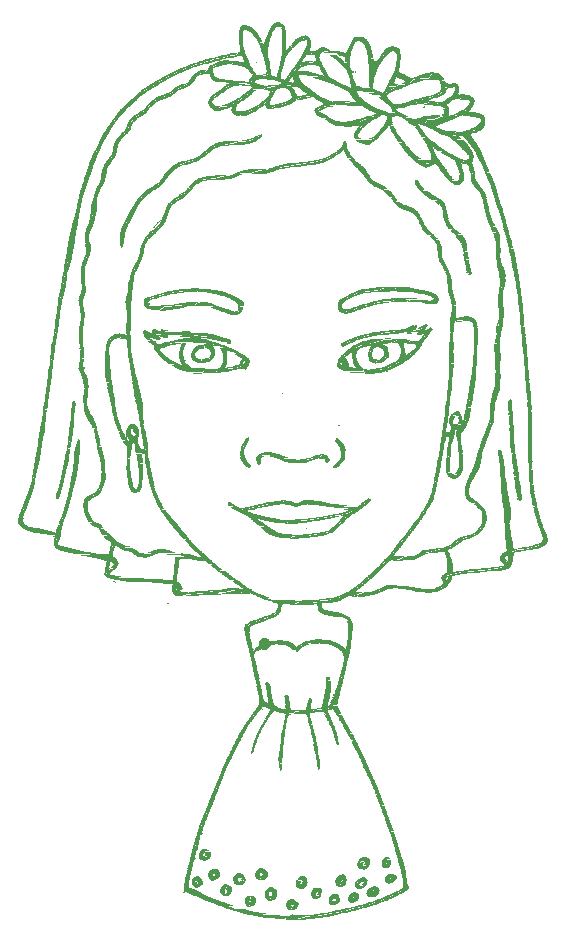
<source format=gto>
G04 EAGLE Gerber X2 export*
G75*
%MOMM*%
%FSLAX34Y34*%
%LPD*%
%AMOC8*
5,1,8,0,0,1.08239X$1,22.5*%
G01*
%ADD10C,0.508000*%
%ADD11R,0.832103X0.039625*%
%ADD12R,2.615184X0.039625*%
%ADD13R,3.407666X0.039622*%
%ADD14R,4.002022X0.039625*%
%ADD15R,4.517138X0.039625*%
%ADD16R,4.992625X0.039622*%
%ADD17R,5.388863X0.039625*%
%ADD18R,5.943600X0.039625*%
%ADD19R,6.577584X0.039622*%
%ADD20R,2.813303X0.039625*%
%ADD21R,3.368038X0.039625*%
%ADD22R,2.218944X0.039625*%
%ADD23R,2.258566X0.039622*%
%ADD24R,0.039625X0.039622*%
%ADD25R,2.020822X0.039622*%
%ADD26R,2.020825X0.039625*%
%ADD27R,0.079250X0.039625*%
%ADD28R,1.901950X0.039625*%
%ADD29R,1.862328X0.039625*%
%ADD30R,1.783078X0.039625*%
%ADD31R,1.743456X0.039622*%
%ADD32R,1.783081X0.039622*%
%ADD33R,1.624584X0.039625*%
%ADD34R,1.664209X0.039625*%
%ADD35R,1.584959X0.039625*%
%ADD36R,1.545338X0.039625*%
%ADD37R,1.505713X0.039622*%
%ADD38R,1.426466X0.039622*%
%ADD39R,1.466087X0.039625*%
%ADD40R,1.466091X0.039625*%
%ADD41R,1.545338X0.039622*%
%ADD42R,1.426466X0.039625*%
%ADD43R,0.396241X0.039625*%
%ADD44R,1.505713X0.039625*%
%ADD45R,1.347216X0.039625*%
%ADD46R,0.554734X0.039625*%
%ADD47R,1.347216X0.039622*%
%ADD48R,0.673609X0.039622*%
%ADD49R,1.426462X0.039622*%
%ADD50R,1.307594X0.039625*%
%ADD51R,0.752856X0.039625*%
%ADD52R,1.386838X0.039625*%
%ADD53R,1.267969X0.039625*%
%ADD54R,1.188719X0.039625*%
%ADD55R,0.316991X0.039625*%
%ADD56R,0.871728X0.039625*%
%ADD57R,1.267969X0.039622*%
%ADD58R,0.475488X0.039622*%
%ADD59R,0.871728X0.039622*%
%ADD60R,1.307594X0.039622*%
%ADD61R,1.228344X0.039625*%
%ADD62R,0.594359X0.039625*%
%ADD63R,0.950975X0.039625*%
%ADD64R,1.307591X0.039625*%
%ADD65R,0.673606X0.039625*%
%ADD66R,0.356616X0.039625*%
%ADD67R,0.435863X0.039625*%
%ADD68R,1.109472X0.039622*%
%ADD69R,0.752856X0.039622*%
%ADD70R,0.396241X0.039622*%
%ADD71R,1.228344X0.039622*%
%ADD72R,1.149094X0.039625*%
%ADD73R,0.832106X0.039625*%
%ADD74R,0.435866X0.039625*%
%ADD75R,1.188722X0.039625*%
%ADD76R,0.475488X0.039625*%
%ADD77R,1.149097X0.039625*%
%ADD78R,0.911350X0.039622*%
%ADD79R,1.030225X0.039622*%
%ADD80R,1.149097X0.039622*%
%ADD81R,1.030225X0.039625*%
%ADD82R,0.277366X0.039625*%
%ADD83R,1.109472X0.039625*%
%ADD84R,0.356616X0.039622*%
%ADD85R,0.475491X0.039622*%
%ADD86R,0.990600X0.039622*%
%ADD87R,0.594359X0.039622*%
%ADD88R,0.475491X0.039625*%
%ADD89R,1.069847X0.039625*%
%ADD90R,0.990600X0.039625*%
%ADD91R,0.792481X0.039625*%
%ADD92R,1.069847X0.039622*%
%ADD93R,0.792481X0.039622*%
%ADD94R,0.832103X0.039622*%
%ADD95R,1.030222X0.039625*%
%ADD96R,0.713231X0.039625*%
%ADD97R,0.911353X0.039625*%
%ADD98R,0.158494X0.039625*%
%ADD99R,0.515112X0.039625*%
%ADD100R,0.633984X0.039625*%
%ADD101R,0.950975X0.039622*%
%ADD102R,0.633981X0.039622*%
%ADD103R,0.515112X0.039622*%
%ADD104R,0.950978X0.039622*%
%ADD105R,0.554734X0.039622*%
%ADD106R,0.633981X0.039625*%
%ADD107R,0.950978X0.039625*%
%ADD108R,0.316994X0.039625*%
%ADD109R,0.356619X0.039625*%
%ADD110R,0.158494X0.039622*%
%ADD111R,0.316994X0.039622*%
%ADD112R,0.792478X0.039622*%
%ADD113R,0.713234X0.039625*%
%ADD114R,0.792478X0.039625*%
%ADD115R,0.435863X0.039622*%
%ADD116R,0.515109X0.039622*%
%ADD117R,0.554737X0.039622*%
%ADD118R,0.554737X0.039625*%
%ADD119R,0.198122X0.039625*%
%ADD120R,0.396238X0.039625*%
%ADD121R,0.198122X0.039622*%
%ADD122R,1.149094X0.039622*%
%ADD123R,0.158497X0.039625*%
%ADD124R,0.871725X0.039625*%
%ADD125R,0.594363X0.039622*%
%ADD126R,1.109475X0.039625*%
%ADD127R,0.435866X0.039622*%
%ADD128R,0.316991X0.039622*%
%ADD129R,0.752853X0.039622*%
%ADD130R,0.515109X0.039625*%
%ADD131R,0.633984X0.039622*%
%ADD132R,1.069850X0.039625*%
%ADD133R,0.277369X0.039622*%
%ADD134R,0.713231X0.039622*%
%ADD135R,1.069850X0.039622*%
%ADD136R,0.039625X0.039625*%
%ADD137R,0.713234X0.039622*%
%ADD138R,0.158497X0.039622*%
%ADD139R,0.277369X0.039625*%
%ADD140R,0.673609X0.039625*%
%ADD141R,0.237744X0.039622*%
%ADD142R,0.911350X0.039625*%
%ADD143R,0.237744X0.039625*%
%ADD144R,0.911353X0.039622*%
%ADD145R,0.356619X0.039622*%
%ADD146R,0.396238X0.039622*%
%ADD147R,0.118872X0.039625*%
%ADD148R,0.198119X0.039622*%
%ADD149R,0.673606X0.039622*%
%ADD150R,0.079247X0.039622*%
%ADD151R,0.198119X0.039625*%
%ADD152R,1.030222X0.039622*%
%ADD153R,0.594363X0.039625*%
%ADD154R,0.079247X0.039625*%
%ADD155R,0.237747X0.039625*%
%ADD156R,0.237747X0.039622*%
%ADD157R,0.277366X0.039622*%
%ADD158R,0.079250X0.039622*%
%ADD159R,0.039622X0.039625*%
%ADD160R,2.456691X0.039625*%
%ADD161R,2.615184X0.039622*%
%ADD162R,2.932175X0.039625*%
%ADD163R,3.288791X0.039625*%
%ADD164R,4.160522X0.039622*%
%ADD165R,4.953000X0.039625*%
%ADD166R,4.913375X0.039625*%
%ADD167R,4.913375X0.039622*%
%ADD168R,1.743456X0.039625*%
%ADD169R,2.258569X0.039625*%
%ADD170R,1.941575X0.039625*%
%ADD171R,2.060450X0.039625*%
%ADD172R,1.188719X0.039622*%
%ADD173R,1.822706X0.039625*%
%ADD174R,1.584959X0.039622*%
%ADD175R,1.466087X0.039622*%
%ADD176R,1.426462X0.039625*%
%ADD177R,1.386841X0.039625*%
%ADD178R,1.386838X0.039622*%
%ADD179R,0.039622X0.039622*%
%ADD180R,0.118872X0.039622*%
%ADD181R,2.654806X0.039625*%
%ADD182R,2.535938X0.039622*%
%ADD183R,2.377438X0.039625*%
%ADD184R,2.100072X0.039622*%
%ADD185R,1.901953X0.039625*%
%ADD186R,2.932178X0.039625*%
%ADD187R,2.773678X0.039625*%
%ADD188R,2.377441X0.039625*%
%ADD189R,2.139697X0.039625*%
%ADD190R,1.901953X0.039622*%
%ADD191R,1.664209X0.039622*%
%ADD192R,1.822703X0.039625*%
%ADD193R,1.664206X0.039625*%
%ADD194R,2.139694X0.039625*%
%ADD195R,3.090672X0.039625*%
%ADD196R,3.843528X0.039625*%
%ADD197R,4.160519X0.039622*%
%ADD198R,4.279394X0.039625*%
%ADD199R,4.636009X0.039625*%
%ADD200R,5.388866X0.039622*%
%ADD201R,5.745481X0.039625*%
%ADD202R,4.636006X0.039625*%
%ADD203R,3.011422X0.039622*%
%ADD204R,2.100072X0.039625*%
%ADD205R,1.743453X0.039625*%
%ADD206R,2.179319X0.039625*%
%ADD207R,2.535934X0.039622*%
%ADD208R,3.051050X0.039625*%
%ADD209R,4.041650X0.039625*%
%ADD210R,4.477513X0.039622*%
%ADD211R,5.071872X0.039625*%
%ADD212R,5.666231X0.039625*%
%ADD213R,5.269991X0.039622*%
%ADD214R,1.188722X0.039622*%
%ADD215R,5.230369X0.039625*%
%ADD216R,4.873750X0.039625*%
%ADD217R,2.496313X0.039625*%
%ADD218R,3.883153X0.039625*%
%ADD219R,2.535938X0.039625*%
%ADD220R,3.209544X0.039625*%
%ADD221R,2.654809X0.039625*%
%ADD222R,2.575559X0.039622*%
%ADD223R,2.694431X0.039622*%
%ADD224R,1.981200X0.039625*%
%ADD225R,0.832106X0.039622*%
%ADD226R,3.368041X0.039625*%
%ADD227R,4.437888X0.039622*%
%ADD228R,3.764278X0.039622*%
%ADD229R,3.249169X0.039625*%
%ADD230R,5.151119X0.039625*%
%ADD231R,2.852928X0.039625*%
%ADD232R,5.309616X0.039622*%
%ADD233R,5.468113X0.039625*%
%ADD234R,2.298194X0.039625*%
%ADD235R,5.626609X0.039625*%
%ADD236R,4.636006X0.039622*%
%ADD237R,4.200144X0.039625*%
%ADD238R,3.566159X0.039625*%
%ADD239R,1.267966X0.039625*%
%ADD240R,1.545334X0.039625*%
%ADD241R,2.496313X0.039622*%
%ADD242R,2.218947X0.039622*%
%ADD243R,2.417063X0.039625*%
%ADD244R,2.773681X0.039622*%
%ADD245R,2.456688X0.039625*%
%ADD246R,1.624584X0.039622*%
%ADD247R,2.258569X0.039622*%
%ADD248R,1.783081X0.039625*%
%ADD249R,2.060447X0.039625*%
%ADD250R,1.505709X0.039625*%
%ADD251R,2.337816X0.039625*%
%ADD252R,3.011422X0.039625*%
%ADD253R,2.971800X0.039625*%
%ADD254R,2.932175X0.039622*%
%ADD255R,2.892553X0.039625*%
%ADD256R,2.892550X0.039625*%
%ADD257R,2.852928X0.039622*%
%ADD258R,3.051047X0.039622*%
%ADD259R,2.179322X0.039625*%
%ADD260R,2.060447X0.039622*%
%ADD261R,2.179319X0.039622*%
%ADD262R,1.941578X0.039625*%
%ADD263R,1.822703X0.039622*%
%ADD264R,2.456688X0.039622*%
%ADD265R,1.505709X0.039622*%
%ADD266R,2.694431X0.039625*%
%ADD267R,1.228347X0.039625*%
%ADD268R,2.298191X0.039625*%
%ADD269R,2.020825X0.039622*%
%ADD270R,1.941575X0.039622*%
%ADD271R,3.011425X0.039625*%
%ADD272R,3.486913X0.039625*%
%ADD273R,3.883150X0.039622*%
%ADD274R,4.437888X0.039625*%
%ADD275R,1.981200X0.039622*%
%ADD276R,2.298194X0.039622*%
%ADD277R,2.813306X0.039625*%
%ADD278R,3.685031X0.039625*%
%ADD279R,4.081272X0.039622*%
%ADD280R,4.596384X0.039625*%
%ADD281R,2.139697X0.039622*%
%ADD282R,1.783078X0.039622*%
%ADD283R,1.386841X0.039622*%
%ADD284R,1.703831X0.039622*%
%ADD285R,1.703831X0.039625*%
%ADD286R,1.307591X0.039622*%
%ADD287R,1.347219X0.039622*%
%ADD288R,2.377441X0.039622*%
%ADD289R,3.130297X0.039625*%
%ADD290R,1.545334X0.039622*%
%ADD291R,3.447288X0.039622*%
%ADD292R,3.764281X0.039625*%
%ADD293R,3.328416X0.039625*%
%ADD294R,6.656831X0.039622*%
%ADD295R,6.181344X0.039625*%
%ADD296R,2.575563X0.039622*%
%ADD297R,2.575559X0.039625*%
%ADD298R,2.773678X0.039622*%
%ADD299R,1.703834X0.039625*%
%ADD300R,0.118875X0.039625*%
%ADD301R,0.752853X0.039625*%
%ADD302R,3.407663X0.039625*%
%ADD303R,4.120897X0.039625*%
%ADD304R,4.398263X0.039625*%
%ADD305R,4.556759X0.039622*%
%ADD306R,4.834128X0.039625*%
%ADD307R,4.992625X0.039625*%
%ADD308R,3.526534X0.039625*%
%ADD309R,1.466091X0.039622*%
%ADD310R,3.605781X0.039622*%
%ADD311R,4.041647X0.039625*%
%ADD312R,2.377438X0.039622*%
%ADD313R,2.100075X0.039625*%
%ADD314R,1.584963X0.039622*%
%ADD315R,1.862328X0.039622*%
%ADD316R,4.239769X0.039625*%
%ADD317R,3.922775X0.039625*%
%ADD318R,3.605784X0.039622*%
%ADD319R,2.417063X0.039622*%
%ADD320R,1.347219X0.039625*%
%ADD321R,5.190744X0.039625*%
%ADD322R,3.011425X0.039622*%
%ADD323R,5.151122X0.039622*%
%ADD324R,5.032247X0.039625*%
%ADD325R,4.081272X0.039625*%
%ADD326R,4.358638X0.039622*%
%ADD327R,4.794506X0.039622*%
%ADD328R,6.419088X0.039625*%
%ADD329R,4.675631X0.039625*%
%ADD330R,6.300216X0.039625*%
%ADD331R,4.556759X0.039625*%
%ADD332R,5.349241X0.039622*%
%ADD333R,2.615181X0.039625*%
%ADD334R,5.032250X0.039625*%
%ADD335R,4.477513X0.039625*%
%ADD336R,3.526538X0.039622*%
%ADD337R,3.051047X0.039625*%
%ADD338R,2.654809X0.039622*%
%ADD339R,3.249169X0.039622*%
%ADD340R,2.417066X0.039625*%
%ADD341R,3.566163X0.039622*%
%ADD342R,2.734056X0.039622*%
%ADD343R,5.349241X0.039625*%
%ADD344R,5.230366X0.039622*%
%ADD345R,4.794503X0.039622*%
%ADD346R,3.724656X0.039625*%
%ADD347R,3.328419X0.039625*%
%ADD348R,2.020822X0.039625*%
%ADD349R,4.754881X0.039622*%
%ADD350R,3.724656X0.039622*%
%ADD351R,2.060450X0.039622*%
%ADD352R,2.892553X0.039622*%
%ADD353R,5.983225X0.039625*%
%ADD354R,5.705856X0.039625*%
%ADD355R,5.309616X0.039625*%
%ADD356R,4.873753X0.039622*%
%ADD357R,3.962400X0.039625*%
%ADD358R,3.486913X0.039622*%
%ADD359R,2.654806X0.039622*%
%ADD360R,2.535934X0.039625*%
%ADD361R,2.615181X0.039622*%
%ADD362R,2.218947X0.039625*%
%ADD363R,2.337816X0.039622*%
%ADD364R,2.734053X0.039625*%
%ADD365R,2.734056X0.039625*%
%ADD366R,0.871725X0.039622*%
%ADD367R,2.773681X0.039625*%
%ADD368R,3.169922X0.039625*%
%ADD369R,3.288791X0.039622*%
%ADD370R,3.447288X0.039625*%
%ADD371R,1.901950X0.039622*%
%ADD372R,1.584963X0.039625*%
%ADD373R,3.090672X0.039622*%
%ADD374R,3.645406X0.039625*%
%ADD375R,3.209547X0.039622*%
%ADD376R,2.971800X0.039622*%
%ADD377R,2.892550X0.039622*%
%ADD378R,2.417066X0.039622*%
%ADD379R,1.267966X0.039622*%
%ADD380R,1.228347X0.039622*%
%ADD381R,4.160522X0.039625*%
%ADD382R,3.962400X0.039622*%
%ADD383R,3.922778X0.039625*%
%ADD384R,3.922775X0.039622*%
%ADD385R,3.526538X0.039625*%
%ADD386R,3.486909X0.039622*%
%ADD387R,1.624581X0.039625*%
%ADD388R,2.139694X0.039622*%
%ADD389R,1.624581X0.039622*%
%ADD390R,2.218944X0.039622*%
%ADD391R,2.575563X0.039625*%
%ADD392R,3.447291X0.039622*%
%ADD393R,3.883150X0.039625*%
%ADD394R,5.586984X0.039622*%
%ADD395R,2.694434X0.039622*%
%ADD396R,3.288794X0.039625*%
%ADD397R,3.407663X0.039622*%
%ADD398R,1.703834X0.039622*%
%ADD399R,2.813306X0.039622*%
%ADD400R,2.456691X0.039622*%
%ADD401R,2.337819X0.039625*%
%ADD402R,1.822706X0.039622*%
%ADD403R,2.813303X0.039622*%
%ADD404R,2.258566X0.039625*%
%ADD405R,3.526534X0.039622*%


D10*
X223520Y246380D02*
X223522Y246480D01*
X223528Y246581D01*
X223538Y246680D01*
X223552Y246780D01*
X223569Y246879D01*
X223591Y246977D01*
X223617Y247074D01*
X223646Y247170D01*
X223679Y247264D01*
X223716Y247358D01*
X223756Y247450D01*
X223800Y247540D01*
X223848Y247628D01*
X223899Y247715D01*
X223953Y247799D01*
X224011Y247881D01*
X224072Y247961D01*
X224136Y248038D01*
X224203Y248113D01*
X224273Y248185D01*
X224346Y248254D01*
X224421Y248320D01*
X224499Y248384D01*
X224579Y248444D01*
X224662Y248501D01*
X224747Y248554D01*
X224834Y248604D01*
X224923Y248651D01*
X225013Y248694D01*
X225105Y248734D01*
X225199Y248770D01*
X225294Y248802D01*
X225390Y248830D01*
X225488Y248855D01*
X225586Y248875D01*
X225685Y248892D01*
X225785Y248905D01*
X225884Y248914D01*
X225985Y248919D01*
X226085Y248920D01*
X226185Y248917D01*
X226286Y248910D01*
X226385Y248899D01*
X226485Y248884D01*
X226583Y248866D01*
X226681Y248843D01*
X226778Y248816D01*
X226873Y248786D01*
X226968Y248752D01*
X227061Y248714D01*
X227152Y248673D01*
X227242Y248628D01*
X227330Y248580D01*
X227416Y248528D01*
X227500Y248473D01*
X227581Y248414D01*
X227660Y248352D01*
X227737Y248288D01*
X227811Y248220D01*
X227882Y248149D01*
X227951Y248076D01*
X228016Y248000D01*
X228079Y247921D01*
X228138Y247840D01*
X228194Y247757D01*
X228247Y247672D01*
X228296Y247584D01*
X228342Y247495D01*
X228384Y247404D01*
X228423Y247311D01*
X228458Y247217D01*
X228489Y247122D01*
X228517Y247025D01*
X228540Y246928D01*
X228560Y246829D01*
X228576Y246730D01*
X228588Y246631D01*
X228596Y246530D01*
X228600Y246430D01*
X228600Y246330D01*
X228596Y246230D01*
X228588Y246129D01*
X228576Y246030D01*
X228560Y245931D01*
X228540Y245832D01*
X228517Y245735D01*
X228489Y245638D01*
X228458Y245543D01*
X228423Y245449D01*
X228384Y245356D01*
X228342Y245265D01*
X228296Y245176D01*
X228247Y245088D01*
X228194Y245003D01*
X228138Y244920D01*
X228079Y244839D01*
X228016Y244760D01*
X227951Y244684D01*
X227882Y244611D01*
X227811Y244540D01*
X227737Y244472D01*
X227660Y244408D01*
X227581Y244346D01*
X227500Y244287D01*
X227416Y244232D01*
X227330Y244180D01*
X227242Y244132D01*
X227152Y244087D01*
X227061Y244046D01*
X226968Y244008D01*
X226873Y243974D01*
X226778Y243944D01*
X226681Y243917D01*
X226583Y243894D01*
X226485Y243876D01*
X226385Y243861D01*
X226286Y243850D01*
X226185Y243843D01*
X226085Y243840D01*
X225985Y243841D01*
X225884Y243846D01*
X225785Y243855D01*
X225685Y243868D01*
X225586Y243885D01*
X225488Y243905D01*
X225390Y243930D01*
X225294Y243958D01*
X225199Y243990D01*
X225105Y244026D01*
X225013Y244066D01*
X224923Y244109D01*
X224834Y244156D01*
X224747Y244206D01*
X224662Y244259D01*
X224579Y244316D01*
X224499Y244376D01*
X224421Y244440D01*
X224346Y244506D01*
X224273Y244575D01*
X224203Y244647D01*
X224136Y244722D01*
X224072Y244799D01*
X224011Y244879D01*
X223953Y244961D01*
X223899Y245045D01*
X223848Y245132D01*
X223800Y245220D01*
X223756Y245310D01*
X223716Y245402D01*
X223679Y245496D01*
X223646Y245590D01*
X223617Y245686D01*
X223591Y245783D01*
X223569Y245881D01*
X223552Y245980D01*
X223538Y246080D01*
X223528Y246179D01*
X223522Y246280D01*
X223520Y246380D01*
D11*
G36*
X254667Y12417D02*
X246351Y12634D01*
X246361Y13029D01*
X254677Y12812D01*
X254667Y12417D01*
G37*
D12*
G36*
X257846Y12729D02*
X231704Y13413D01*
X231714Y13809D01*
X257856Y13125D01*
X257846Y12729D01*
G37*
D13*
G36*
X260628Y13054D02*
X226565Y13945D01*
X226576Y14340D01*
X260639Y13449D01*
X260628Y13054D01*
G37*
D14*
G36*
X264600Y13346D02*
X224595Y14392D01*
X224606Y14788D01*
X264611Y13742D01*
X264600Y13346D01*
G37*
D15*
G36*
X268176Y13648D02*
X223022Y14830D01*
X223032Y15226D01*
X268186Y14044D01*
X268176Y13648D01*
G37*
D16*
G36*
X270563Y13982D02*
X220655Y15288D01*
X220665Y15684D01*
X270573Y14378D01*
X270563Y13982D01*
G37*
D17*
G36*
X272554Y14326D02*
X218686Y15736D01*
X218696Y16132D01*
X272564Y14722D01*
X272554Y14326D01*
G37*
D18*
G36*
X275733Y14640D02*
X216319Y16194D01*
X216329Y16590D01*
X275743Y15036D01*
X275733Y14640D01*
G37*
D19*
G36*
X279308Y14943D02*
X213556Y16663D01*
X213566Y17059D01*
X279318Y15339D01*
X279308Y14943D01*
G37*
D20*
G36*
X239311Y16386D02*
X211190Y17122D01*
X211201Y17518D01*
X239322Y16782D01*
X239311Y16386D01*
G37*
D21*
G36*
X280903Y15297D02*
X247235Y16177D01*
X247245Y16573D01*
X280913Y15693D01*
X280903Y15297D01*
G37*
D12*
G36*
X235362Y16886D02*
X209220Y17570D01*
X209230Y17966D01*
X235372Y17282D01*
X235362Y16886D01*
G37*
D22*
G36*
X282102Y15662D02*
X259922Y16242D01*
X259932Y16638D01*
X282112Y16058D01*
X282102Y15662D01*
G37*
D23*
G36*
X230222Y17417D02*
X207645Y18007D01*
X207656Y18403D01*
X230233Y17813D01*
X230222Y17417D01*
G37*
D24*
G36*
X244086Y17053D02*
X243691Y17064D01*
X243702Y17459D01*
X244097Y17448D01*
X244086Y17053D01*
G37*
D25*
G36*
X283301Y16027D02*
X263101Y16555D01*
X263111Y16951D01*
X283311Y16423D01*
X283301Y16027D01*
G37*
D26*
G36*
X226668Y17906D02*
X206468Y18434D01*
X206478Y18830D01*
X226678Y18302D01*
X226668Y17906D01*
G37*
D27*
G36*
X249642Y17304D02*
X248851Y17325D01*
X248862Y17720D01*
X249653Y17699D01*
X249642Y17304D01*
G37*
D28*
G36*
X284499Y16392D02*
X265487Y16889D01*
X265497Y17284D01*
X284509Y16787D01*
X284499Y16392D01*
G37*
D29*
G36*
X223509Y18385D02*
X204895Y18871D01*
X204905Y19267D01*
X223519Y18781D01*
X223509Y18385D01*
G37*
D27*
G36*
X249652Y17701D02*
X248861Y17722D01*
X248872Y18117D01*
X249663Y18096D01*
X249652Y17701D01*
G37*
D30*
G36*
X285697Y16757D02*
X267874Y17223D01*
X267885Y17619D01*
X285708Y17153D01*
X285697Y16757D01*
G37*
D31*
G36*
X220747Y18854D02*
X203320Y19310D01*
X203331Y19706D01*
X220758Y19250D01*
X220747Y18854D01*
G37*
D32*
G36*
X287688Y17101D02*
X269865Y17567D01*
X269876Y17963D01*
X287699Y17497D01*
X287688Y17101D01*
G37*
D33*
G36*
X218382Y19312D02*
X202142Y19736D01*
X202152Y20132D01*
X218392Y19708D01*
X218382Y19312D01*
G37*
D34*
G36*
X289283Y17456D02*
X272648Y17890D01*
X272659Y18286D01*
X289294Y17852D01*
X289283Y17456D01*
G37*
D35*
G36*
X216411Y19760D02*
X200567Y20174D01*
X200577Y20570D01*
X216421Y20156D01*
X216411Y19760D01*
G37*
D36*
G36*
X290482Y17820D02*
X275036Y18224D01*
X275046Y18620D01*
X290492Y18216D01*
X290482Y17820D01*
G37*
D37*
G36*
X214440Y20209D02*
X199390Y20603D01*
X199400Y20997D01*
X214450Y20603D01*
X214440Y20209D01*
G37*
D38*
G36*
X291681Y18186D02*
X277423Y18559D01*
X277433Y18954D01*
X291691Y18581D01*
X291681Y18186D01*
G37*
D39*
G36*
X212866Y20646D02*
X198212Y21029D01*
X198222Y21424D01*
X212876Y21041D01*
X212866Y20646D01*
G37*
G36*
X294068Y18520D02*
X279414Y18903D01*
X279424Y19298D01*
X294078Y18915D01*
X294068Y18520D01*
G37*
D40*
G36*
X211292Y21084D02*
X196638Y21467D01*
X196648Y21862D01*
X211302Y21479D01*
X211292Y21084D01*
G37*
D36*
G36*
X296455Y18853D02*
X281009Y19257D01*
X281019Y19653D01*
X296465Y19249D01*
X296455Y18853D01*
G37*
D37*
G36*
X210114Y21511D02*
X195064Y21905D01*
X195074Y22299D01*
X210124Y21905D01*
X210114Y21511D01*
G37*
D41*
G36*
X298049Y19208D02*
X282603Y19612D01*
X282613Y20008D01*
X298059Y19604D01*
X298049Y19208D01*
G37*
D42*
G36*
X207748Y21969D02*
X193490Y22342D01*
X193500Y22737D01*
X207758Y22364D01*
X207748Y21969D01*
G37*
D43*
G36*
X250528Y20849D02*
X246568Y20952D01*
X246578Y21347D01*
X250538Y21244D01*
X250528Y20849D01*
G37*
D44*
G36*
X299248Y19574D02*
X284198Y19968D01*
X284208Y20362D01*
X299258Y19968D01*
X299248Y19574D01*
G37*
D45*
G36*
X206174Y22406D02*
X192708Y22759D01*
X192718Y23154D01*
X206184Y22801D01*
X206174Y22406D01*
G37*
D46*
G36*
X251329Y21224D02*
X245786Y21369D01*
X245797Y21764D01*
X251340Y21619D01*
X251329Y21224D01*
G37*
D44*
G36*
X300843Y19928D02*
X285793Y20322D01*
X285803Y20716D01*
X300853Y20322D01*
X300843Y19928D01*
G37*
D47*
G36*
X204996Y22834D02*
X191530Y23187D01*
X191540Y23582D01*
X205006Y23229D01*
X204996Y22834D01*
G37*
D48*
G36*
X252133Y21599D02*
X245400Y21776D01*
X245411Y22171D01*
X252144Y21994D01*
X252133Y21599D01*
G37*
D49*
G36*
X302042Y20293D02*
X287784Y20666D01*
X287794Y21061D01*
X302052Y20688D01*
X302042Y20293D01*
G37*
D50*
G36*
X203818Y23261D02*
X190748Y23604D01*
X190758Y23999D01*
X203828Y23656D01*
X203818Y23261D01*
G37*
D51*
G36*
X252539Y21985D02*
X245015Y22182D01*
X245025Y22577D01*
X252549Y22380D01*
X252539Y21985D01*
G37*
D52*
G36*
X303240Y20658D02*
X289378Y21021D01*
X289388Y21416D01*
X303250Y21053D01*
X303240Y20658D01*
G37*
D53*
G36*
X202244Y23699D02*
X189569Y24031D01*
X189580Y24425D01*
X202255Y24093D01*
X202244Y23699D01*
G37*
D11*
G36*
X252945Y22371D02*
X244629Y22588D01*
X244639Y22983D01*
X252955Y22766D01*
X252945Y22371D01*
G37*
D52*
G36*
X304439Y21023D02*
X290577Y21386D01*
X290587Y21781D01*
X304449Y21418D01*
X304439Y21023D01*
G37*
D54*
G36*
X200670Y24136D02*
X188789Y24447D01*
X188800Y24842D01*
X200681Y24531D01*
X200670Y24136D01*
G37*
D55*
G36*
X214138Y23784D02*
X210970Y23867D01*
X210980Y24262D01*
X214148Y24179D01*
X214138Y23784D01*
G37*
D56*
G36*
X253352Y22756D02*
X244640Y22985D01*
X244650Y23380D01*
X253362Y23151D01*
X253352Y22756D01*
G37*
D45*
G36*
X305638Y21387D02*
X292172Y21740D01*
X292182Y22135D01*
X305648Y21782D01*
X305638Y21387D01*
G37*
D57*
G36*
X199492Y24564D02*
X186817Y24896D01*
X186828Y25290D01*
X199503Y24958D01*
X199492Y24564D01*
G37*
D58*
G36*
X215337Y24148D02*
X210585Y24273D01*
X210595Y24668D01*
X215347Y24543D01*
X215337Y24148D01*
G37*
D59*
G36*
X253362Y23152D02*
X244650Y23381D01*
X244660Y23776D01*
X253372Y23547D01*
X253362Y23152D01*
G37*
D60*
G36*
X306837Y21752D02*
X293767Y22095D01*
X293777Y22490D01*
X306847Y22147D01*
X306837Y21752D01*
G37*
D61*
G36*
X198314Y24991D02*
X186037Y25312D01*
X186048Y25707D01*
X198325Y25386D01*
X198314Y24991D01*
G37*
D62*
G36*
X216139Y24524D02*
X210198Y24679D01*
X210209Y25074D01*
X216150Y24919D01*
X216139Y24524D01*
G37*
D63*
G36*
X253770Y23538D02*
X244264Y23787D01*
X244274Y24182D01*
X253780Y23933D01*
X253770Y23538D01*
G37*
D64*
G36*
X308431Y22107D02*
X295361Y22450D01*
X295371Y22845D01*
X308441Y22502D01*
X308431Y22107D01*
G37*
D54*
G36*
X196740Y25428D02*
X184859Y25739D01*
X184870Y26134D01*
X196751Y25823D01*
X196740Y25428D01*
G37*
D65*
G36*
X216545Y24909D02*
X209812Y25086D01*
X209823Y25481D01*
X216556Y25304D01*
X216545Y24909D01*
G37*
D66*
G36*
X247838Y24090D02*
X244274Y24183D01*
X244284Y24578D01*
X247848Y24485D01*
X247838Y24090D01*
G37*
D67*
G36*
X254176Y23925D02*
X249820Y24039D01*
X249830Y24433D01*
X254186Y24319D01*
X254176Y23925D01*
G37*
D53*
G36*
X310026Y22462D02*
X297351Y22794D01*
X297362Y23188D01*
X310037Y22856D01*
X310026Y22462D01*
G37*
D68*
G36*
X195166Y25866D02*
X184077Y26157D01*
X184088Y26552D01*
X195177Y26261D01*
X195166Y25866D01*
G37*
D69*
G36*
X217348Y25285D02*
X209824Y25482D01*
X209834Y25877D01*
X217358Y25680D01*
X217348Y25285D01*
G37*
D70*
G36*
X248245Y24476D02*
X244285Y24579D01*
X244295Y24974D01*
X248255Y24871D01*
X248245Y24476D01*
G37*
G36*
X254186Y24321D02*
X250226Y24424D01*
X250236Y24819D01*
X254196Y24716D01*
X254186Y24321D01*
G37*
D71*
G36*
X311620Y22817D02*
X299343Y23138D01*
X299354Y23533D01*
X311631Y23212D01*
X311620Y22817D01*
G37*
D72*
G36*
X194384Y26283D02*
X182899Y26584D01*
X182910Y26979D01*
X194395Y26678D01*
X194384Y26283D01*
G37*
D73*
G36*
X217754Y25671D02*
X209438Y25888D01*
X209448Y26283D01*
X217764Y26066D01*
X217754Y25671D01*
G37*
D74*
G36*
X248651Y24862D02*
X244295Y24976D01*
X244305Y25370D01*
X248661Y25256D01*
X248651Y24862D01*
G37*
D66*
G36*
X254197Y24717D02*
X250633Y24810D01*
X250643Y25205D01*
X254207Y25112D01*
X254197Y24717D01*
G37*
D75*
G36*
X312819Y23181D02*
X300938Y23492D01*
X300949Y23887D01*
X312830Y23576D01*
X312819Y23181D01*
G37*
D54*
G36*
X193206Y26710D02*
X181325Y27021D01*
X181336Y27416D01*
X193217Y27105D01*
X193206Y26710D01*
G37*
D56*
G36*
X218161Y26056D02*
X209449Y26285D01*
X209459Y26680D01*
X218171Y26451D01*
X218161Y26056D01*
G37*
D76*
G36*
X249057Y25247D02*
X244305Y25372D01*
X244315Y25767D01*
X249067Y25642D01*
X249057Y25247D01*
G37*
D74*
G36*
X254603Y25103D02*
X250247Y25217D01*
X250257Y25611D01*
X254613Y25497D01*
X254603Y25103D01*
G37*
D77*
G36*
X314018Y23546D02*
X302533Y23847D01*
X302544Y24242D01*
X314029Y23941D01*
X314018Y23546D01*
G37*
D71*
G36*
X192424Y27127D02*
X180147Y27448D01*
X180158Y27843D01*
X192435Y27522D01*
X192424Y27127D01*
G37*
D78*
G36*
X218172Y26452D02*
X209062Y26691D01*
X209072Y27086D01*
X218182Y26847D01*
X218172Y26452D01*
G37*
D79*
G36*
X254613Y25499D02*
X244315Y25768D01*
X244325Y26163D01*
X254623Y25894D01*
X254613Y25499D01*
G37*
D80*
G36*
X315216Y23911D02*
X303731Y24212D01*
X303742Y24607D01*
X315227Y24306D01*
X315216Y23911D01*
G37*
D72*
G36*
X190850Y27564D02*
X179365Y27865D01*
X179376Y28260D01*
X190861Y27959D01*
X190850Y27564D01*
G37*
D63*
G36*
X218578Y26838D02*
X209072Y27087D01*
X209082Y27482D01*
X218588Y27233D01*
X218578Y26838D01*
G37*
D81*
G36*
X254624Y25895D02*
X244326Y26164D01*
X244336Y26559D01*
X254634Y26290D01*
X254624Y25895D01*
G37*
D82*
G36*
X284728Y25106D02*
X281956Y25179D01*
X281966Y25574D01*
X284738Y25501D01*
X284728Y25106D01*
G37*
D77*
G36*
X316415Y24276D02*
X304930Y24577D01*
X304941Y24972D01*
X316426Y24671D01*
X316415Y24276D01*
G37*
D83*
G36*
X189276Y28002D02*
X178187Y28293D01*
X178198Y28688D01*
X189287Y28397D01*
X189276Y28002D01*
G37*
D63*
G36*
X218589Y27234D02*
X209083Y27483D01*
X209093Y27878D01*
X218599Y27629D01*
X218589Y27234D01*
G37*
D81*
G36*
X254634Y26291D02*
X244336Y26560D01*
X244346Y26955D01*
X254644Y26686D01*
X254634Y26291D01*
G37*
D76*
G36*
X285926Y25471D02*
X281174Y25596D01*
X281184Y25991D01*
X285936Y25866D01*
X285926Y25471D01*
G37*
D83*
G36*
X317614Y24641D02*
X306525Y24932D01*
X306536Y25327D01*
X317625Y25036D01*
X317614Y24641D01*
G37*
D80*
G36*
X188494Y28419D02*
X177009Y28720D01*
X177020Y29115D01*
X188505Y28814D01*
X188494Y28419D01*
G37*
D84*
G36*
X212657Y27786D02*
X209093Y27879D01*
X209103Y28274D01*
X212667Y28181D01*
X212657Y27786D01*
G37*
D85*
G36*
X218995Y27620D02*
X214243Y27745D01*
X214253Y28140D01*
X219005Y28015D01*
X218995Y27620D01*
G37*
D86*
G36*
X254645Y26687D02*
X244743Y26946D01*
X244753Y27341D01*
X254655Y27082D01*
X254645Y26687D01*
G37*
D87*
G36*
X286729Y25847D02*
X280788Y26002D01*
X280799Y26397D01*
X286740Y26242D01*
X286729Y25847D01*
G37*
D68*
G36*
X318812Y25006D02*
X307723Y25297D01*
X307734Y25692D01*
X318823Y25401D01*
X318812Y25006D01*
G37*
D77*
G36*
X187316Y28846D02*
X175831Y29147D01*
X175842Y29542D01*
X187327Y29241D01*
X187316Y28846D01*
G37*
D66*
G36*
X212668Y28182D02*
X209104Y28275D01*
X209114Y28670D01*
X212678Y28577D01*
X212668Y28182D01*
G37*
D88*
G36*
X219005Y28016D02*
X214253Y28141D01*
X214263Y28536D01*
X219015Y28411D01*
X219005Y28016D01*
G37*
D63*
G36*
X254259Y27093D02*
X244753Y27342D01*
X244763Y27737D01*
X254269Y27488D01*
X254259Y27093D01*
G37*
D65*
G36*
X287531Y26221D02*
X280798Y26398D01*
X280809Y26793D01*
X287542Y26616D01*
X287531Y26221D01*
G37*
D89*
G36*
X319615Y25382D02*
X308922Y25662D01*
X308933Y26056D01*
X319626Y25776D01*
X319615Y25382D01*
G37*
D77*
G36*
X186534Y29263D02*
X175049Y29564D01*
X175060Y29959D01*
X186545Y29658D01*
X186534Y29263D01*
G37*
D90*
G36*
X219016Y28412D02*
X209114Y28671D01*
X209124Y29066D01*
X219026Y28807D01*
X219016Y28412D01*
G37*
D56*
G36*
X253872Y27499D02*
X245160Y27728D01*
X245170Y28123D01*
X253882Y27894D01*
X253872Y27499D01*
G37*
D91*
G36*
X288334Y26597D02*
X280414Y26804D01*
X280424Y27199D01*
X288344Y26992D01*
X288334Y26597D01*
G37*
D89*
G36*
X320814Y25747D02*
X310121Y26027D01*
X310132Y26421D01*
X320825Y26141D01*
X320814Y25747D01*
G37*
D92*
G36*
X184564Y29711D02*
X173871Y29991D01*
X173882Y30385D01*
X184575Y30105D01*
X184564Y29711D01*
G37*
D86*
G36*
X219026Y28809D02*
X209124Y29068D01*
X209134Y29463D01*
X219036Y29204D01*
X219026Y28809D01*
G37*
D93*
G36*
X253091Y27917D02*
X245171Y28124D01*
X245181Y28519D01*
X253101Y28312D01*
X253091Y27917D01*
G37*
D94*
G36*
X288740Y26983D02*
X280424Y27200D01*
X280434Y27595D01*
X288750Y27378D01*
X288740Y26983D01*
G37*
D79*
G36*
X321617Y26122D02*
X311319Y26391D01*
X311329Y26786D01*
X321627Y26517D01*
X321617Y26122D01*
G37*
D95*
G36*
X183387Y30138D02*
X173089Y30407D01*
X173099Y30802D01*
X183397Y30533D01*
X183387Y30138D01*
G37*
D90*
G36*
X219037Y29205D02*
X209135Y29464D01*
X209145Y29859D01*
X219047Y29600D01*
X219037Y29205D01*
G37*
D55*
G36*
X232108Y28862D02*
X228940Y28945D01*
X228950Y29340D01*
X232118Y29257D01*
X232108Y28862D01*
G37*
D96*
G36*
X252705Y28323D02*
X245577Y28510D01*
X245587Y28905D01*
X252715Y28718D01*
X252705Y28323D01*
G37*
D97*
G36*
X289147Y27368D02*
X280037Y27607D01*
X280047Y28002D01*
X289157Y27763D01*
X289147Y27368D01*
G37*
D98*
G36*
X299841Y27089D02*
X298259Y27130D01*
X298269Y27525D01*
X299851Y27484D01*
X299841Y27089D01*
G37*
D81*
G36*
X322816Y26487D02*
X312518Y26756D01*
X312528Y27151D01*
X322826Y26882D01*
X322816Y26487D01*
G37*
G36*
X182606Y30555D02*
X172308Y30824D01*
X172318Y31219D01*
X182616Y30950D01*
X182606Y30555D01*
G37*
D90*
G36*
X219047Y29601D02*
X209145Y29860D01*
X209155Y30255D01*
X219057Y29996D01*
X219047Y29601D01*
G37*
D99*
G36*
X233306Y29227D02*
X228159Y29362D01*
X228170Y29757D01*
X233317Y29622D01*
X233306Y29227D01*
G37*
D100*
G36*
X252319Y28730D02*
X245982Y28896D01*
X245993Y29290D01*
X252330Y29124D01*
X252319Y28730D01*
G37*
D97*
G36*
X289158Y27764D02*
X280048Y28003D01*
X280058Y28398D01*
X289168Y28159D01*
X289158Y27764D01*
G37*
D43*
G36*
X301437Y27444D02*
X297477Y27547D01*
X297487Y27942D01*
X301447Y27839D01*
X301437Y27444D01*
G37*
D90*
G36*
X323619Y26862D02*
X313717Y27121D01*
X313727Y27516D01*
X323629Y27257D01*
X323619Y26862D01*
G37*
D79*
G36*
X181428Y30982D02*
X171130Y31251D01*
X171140Y31646D01*
X181438Y31377D01*
X181428Y30982D01*
G37*
D101*
G36*
X218661Y30007D02*
X209155Y30256D01*
X209165Y30651D01*
X218671Y30402D01*
X218661Y30007D01*
G37*
D102*
G36*
X234109Y29603D02*
X227772Y29769D01*
X227783Y30163D01*
X234120Y29997D01*
X234109Y29603D01*
G37*
D103*
G36*
X251537Y29146D02*
X246390Y29281D01*
X246401Y29676D01*
X251548Y29541D01*
X251537Y29146D01*
G37*
D104*
G36*
X289564Y28150D02*
X280058Y28399D01*
X280068Y28794D01*
X289574Y28545D01*
X289564Y28150D01*
G37*
D105*
G36*
X302634Y27808D02*
X297091Y27953D01*
X297102Y28348D01*
X302645Y28203D01*
X302634Y27808D01*
G37*
D86*
G36*
X324817Y27227D02*
X314915Y27486D01*
X314925Y27881D01*
X324827Y27622D01*
X324817Y27227D01*
G37*
D90*
G36*
X180646Y31399D02*
X170744Y31658D01*
X170754Y32053D01*
X180656Y31794D01*
X180646Y31399D01*
G37*
D56*
G36*
X218275Y30413D02*
X209563Y30642D01*
X209573Y31037D01*
X218285Y30808D01*
X218275Y30413D01*
G37*
D96*
G36*
X234515Y29988D02*
X227387Y30175D01*
X227397Y30570D01*
X234525Y30383D01*
X234515Y29988D01*
G37*
D43*
G36*
X251152Y29553D02*
X247192Y29656D01*
X247202Y30051D01*
X251162Y29948D01*
X251152Y29553D01*
G37*
D66*
G36*
X283633Y28702D02*
X280069Y28795D01*
X280079Y29190D01*
X283643Y29097D01*
X283633Y28702D01*
G37*
D43*
G36*
X289574Y28547D02*
X285614Y28650D01*
X285624Y29045D01*
X289584Y28942D01*
X289574Y28547D01*
G37*
D106*
G36*
X303438Y28184D02*
X297101Y28350D01*
X297112Y28744D01*
X303449Y28578D01*
X303438Y28184D01*
G37*
D90*
G36*
X326016Y27592D02*
X316114Y27851D01*
X316124Y28246D01*
X326026Y27987D01*
X326016Y27592D01*
G37*
D107*
G36*
X179468Y31826D02*
X169962Y32075D01*
X169972Y32470D01*
X179478Y32221D01*
X179468Y31826D01*
G37*
D11*
G36*
X218285Y30810D02*
X209969Y31027D01*
X209979Y31422D01*
X218295Y31205D01*
X218285Y30810D01*
G37*
D91*
G36*
X234922Y30374D02*
X227002Y30581D01*
X227012Y30976D01*
X234932Y30769D01*
X234922Y30374D01*
G37*
D55*
G36*
X250766Y29959D02*
X247598Y30042D01*
X247608Y30437D01*
X250776Y30354D01*
X250766Y29959D01*
G37*
D108*
G36*
X283247Y29109D02*
X280079Y29192D01*
X280089Y29587D01*
X283257Y29504D01*
X283247Y29109D01*
G37*
D109*
G36*
X289585Y28943D02*
X286021Y29036D01*
X286031Y29431D01*
X289595Y29338D01*
X289585Y28943D01*
G37*
D51*
G36*
X304240Y28559D02*
X296716Y28756D01*
X296726Y29151D01*
X304250Y28954D01*
X304240Y28559D01*
G37*
D90*
G36*
X327215Y27957D02*
X317313Y28216D01*
X317323Y28611D01*
X327225Y28352D01*
X327215Y27957D01*
G37*
D86*
G36*
X178290Y32254D02*
X168388Y32513D01*
X168398Y32908D01*
X178300Y32649D01*
X178290Y32254D01*
G37*
D69*
G36*
X217900Y31216D02*
X210376Y31413D01*
X210386Y31808D01*
X217910Y31611D01*
X217900Y31216D01*
G37*
D94*
G36*
X235328Y30760D02*
X227012Y30977D01*
X227022Y31372D01*
X235338Y31155D01*
X235328Y30760D01*
G37*
D110*
G36*
X250380Y30366D02*
X248798Y30407D01*
X248808Y30802D01*
X250390Y30761D01*
X250380Y30366D01*
G37*
D111*
G36*
X283257Y29505D02*
X280089Y29588D01*
X280099Y29983D01*
X283267Y29900D01*
X283257Y29505D01*
G37*
G36*
X289595Y29339D02*
X286427Y29422D01*
X286437Y29817D01*
X289605Y29734D01*
X289595Y29339D01*
G37*
D112*
G36*
X304646Y28945D02*
X296726Y29152D01*
X296736Y29547D01*
X304656Y29340D01*
X304646Y28945D01*
G37*
D104*
G36*
X328017Y28333D02*
X318511Y28582D01*
X318521Y28977D01*
X328027Y28728D01*
X328017Y28333D01*
G37*
D89*
G36*
X177507Y32671D02*
X166814Y32951D01*
X166825Y33345D01*
X177518Y33065D01*
X177507Y32671D01*
G37*
D113*
G36*
X217910Y31612D02*
X210782Y31799D01*
X210792Y32194D01*
X217920Y32007D01*
X217910Y31612D01*
G37*
D97*
G36*
X235735Y31145D02*
X226625Y31384D01*
X226635Y31779D01*
X235745Y31540D01*
X235735Y31145D01*
G37*
D66*
G36*
X283664Y29891D02*
X280100Y29984D01*
X280110Y30379D01*
X283674Y30286D01*
X283664Y29891D01*
G37*
D108*
G36*
X289605Y29735D02*
X286437Y29818D01*
X286447Y30213D01*
X289615Y30130D01*
X289605Y29735D01*
G37*
D114*
G36*
X304657Y29341D02*
X296737Y29548D01*
X296747Y29943D01*
X304667Y29736D01*
X304657Y29341D01*
G37*
D107*
G36*
X329216Y28698D02*
X319710Y28947D01*
X319720Y29342D01*
X329226Y29093D01*
X329216Y28698D01*
G37*
D89*
G36*
X176329Y33098D02*
X165636Y33378D01*
X165647Y33772D01*
X176340Y33492D01*
X176329Y33098D01*
G37*
D100*
G36*
X217524Y32019D02*
X211187Y32185D01*
X211198Y32579D01*
X217535Y32413D01*
X217524Y32019D01*
G37*
D63*
G36*
X235746Y31542D02*
X226240Y31791D01*
X226250Y32186D01*
X235756Y31937D01*
X235746Y31542D01*
G37*
D43*
G36*
X270999Y30619D02*
X267039Y30722D01*
X267049Y31117D01*
X271009Y31014D01*
X270999Y30619D01*
G37*
G36*
X284070Y30277D02*
X280110Y30380D01*
X280120Y30775D01*
X284080Y30672D01*
X284070Y30277D01*
G37*
D109*
G36*
X289616Y30131D02*
X286052Y30224D01*
X286062Y30619D01*
X289626Y30526D01*
X289616Y30131D01*
G37*
D11*
G36*
X305063Y29727D02*
X296747Y29944D01*
X296757Y30339D01*
X305073Y30122D01*
X305063Y29727D01*
G37*
D63*
G36*
X330019Y29073D02*
X320513Y29322D01*
X320523Y29717D01*
X330029Y29468D01*
X330019Y29073D01*
G37*
D68*
G36*
X175547Y33514D02*
X164458Y33805D01*
X164469Y34200D01*
X175558Y33909D01*
X175547Y33514D01*
G37*
D115*
G36*
X194957Y33007D02*
X190601Y33121D01*
X190611Y33515D01*
X194967Y33401D01*
X194957Y33007D01*
G37*
D116*
G36*
X216742Y32435D02*
X211595Y32570D01*
X211606Y32965D01*
X216753Y32830D01*
X216742Y32435D01*
G37*
D86*
G36*
X236152Y31927D02*
X226250Y32186D01*
X226260Y32581D01*
X236162Y32322D01*
X236152Y31927D01*
G37*
D117*
G36*
X271800Y30994D02*
X266257Y31139D01*
X266268Y31534D01*
X271811Y31389D01*
X271800Y30994D01*
G37*
D104*
G36*
X289626Y30527D02*
X280120Y30776D01*
X280130Y31171D01*
X289636Y30922D01*
X289626Y30527D01*
G37*
D59*
G36*
X305074Y30122D02*
X296362Y30351D01*
X296372Y30746D01*
X305084Y30517D01*
X305074Y30122D01*
G37*
D101*
G36*
X330821Y29448D02*
X321315Y29697D01*
X321325Y30092D01*
X330831Y29843D01*
X330821Y29448D01*
G37*
D83*
G36*
X174765Y33931D02*
X163676Y34222D01*
X163687Y34617D01*
X174776Y34326D01*
X174765Y33931D01*
G37*
D118*
G36*
X195362Y33392D02*
X189819Y33537D01*
X189830Y33932D01*
X195373Y33787D01*
X195362Y33392D01*
G37*
D66*
G36*
X215961Y32853D02*
X212397Y32946D01*
X212407Y33341D01*
X215971Y33248D01*
X215961Y32853D01*
G37*
D95*
G36*
X236559Y32313D02*
X226261Y32582D01*
X226271Y32977D01*
X236569Y32708D01*
X236559Y32313D01*
G37*
D100*
G36*
X272604Y31370D02*
X266267Y31536D01*
X266278Y31930D01*
X272615Y31764D01*
X272604Y31370D01*
G37*
D97*
G36*
X289637Y30923D02*
X280527Y31162D01*
X280537Y31557D01*
X289647Y31318D01*
X289637Y30923D01*
G37*
D56*
G36*
X305480Y30508D02*
X296768Y30737D01*
X296778Y31132D01*
X305490Y30903D01*
X305480Y30508D01*
G37*
D97*
G36*
X331624Y29823D02*
X322514Y30062D01*
X322524Y30457D01*
X331634Y30218D01*
X331624Y29823D01*
G37*
D83*
G36*
X173983Y34348D02*
X162894Y34639D01*
X162905Y35034D01*
X173994Y34743D01*
X173983Y34348D01*
G37*
D65*
G36*
X196166Y33767D02*
X189433Y33944D01*
X189444Y34339D01*
X196177Y34162D01*
X196166Y33767D01*
G37*
D74*
G36*
X230231Y32876D02*
X225875Y32990D01*
X225885Y33384D01*
X230241Y33270D01*
X230231Y32876D01*
G37*
D76*
G36*
X236569Y32709D02*
X231817Y32834D01*
X231827Y33229D01*
X236579Y33104D01*
X236569Y32709D01*
G37*
D96*
G36*
X273010Y31755D02*
X265882Y31942D01*
X265892Y32337D01*
X273020Y32150D01*
X273010Y31755D01*
G37*
D56*
G36*
X289250Y31329D02*
X280538Y31558D01*
X280548Y31953D01*
X289260Y31724D01*
X289250Y31329D01*
G37*
D43*
G36*
X300738Y31029D02*
X296778Y31132D01*
X296788Y31527D01*
X300748Y31424D01*
X300738Y31029D01*
G37*
D67*
G36*
X305887Y30895D02*
X301531Y31009D01*
X301541Y31403D01*
X305897Y31289D01*
X305887Y30895D01*
G37*
D97*
G36*
X332823Y30188D02*
X323713Y30427D01*
X323723Y30822D01*
X332833Y30583D01*
X332823Y30188D01*
G37*
D119*
G36*
X158546Y35149D02*
X156568Y35200D01*
X156578Y35595D01*
X158556Y35544D01*
X158546Y35149D01*
G37*
D77*
G36*
X173202Y34765D02*
X161717Y35066D01*
X161728Y35461D01*
X173213Y35160D01*
X173202Y34765D01*
G37*
D51*
G36*
X196572Y34153D02*
X189048Y34350D01*
X189058Y34745D01*
X196582Y34548D01*
X196572Y34153D01*
G37*
D43*
G36*
X229845Y33282D02*
X225885Y33385D01*
X225895Y33780D01*
X229855Y33677D01*
X229845Y33282D01*
G37*
D67*
G36*
X236579Y33106D02*
X232223Y33220D01*
X232233Y33614D01*
X236589Y33500D01*
X236579Y33106D01*
G37*
D51*
G36*
X273416Y32141D02*
X265892Y32338D01*
X265902Y32733D01*
X273426Y32536D01*
X273416Y32141D01*
G37*
D11*
G36*
X289261Y31726D02*
X280945Y31943D01*
X280955Y32338D01*
X289271Y32121D01*
X289261Y31726D01*
G37*
D43*
G36*
X300748Y31425D02*
X296788Y31528D01*
X296798Y31923D01*
X300758Y31820D01*
X300748Y31425D01*
G37*
D120*
G36*
X305897Y31290D02*
X301937Y31393D01*
X301947Y31788D01*
X305907Y31685D01*
X305897Y31290D01*
G37*
D97*
G36*
X333625Y30564D02*
X324515Y30803D01*
X324525Y31198D01*
X333635Y30959D01*
X333625Y30564D01*
G37*
D121*
G36*
X158556Y35545D02*
X156578Y35596D01*
X156588Y35991D01*
X158566Y35940D01*
X158556Y35545D01*
G37*
D122*
G36*
X172420Y35182D02*
X160935Y35483D01*
X160946Y35878D01*
X172431Y35577D01*
X172420Y35182D01*
G37*
D94*
G36*
X196979Y34539D02*
X188663Y34756D01*
X188673Y35151D01*
X196989Y34934D01*
X196979Y34539D01*
G37*
D84*
G36*
X229460Y33688D02*
X225896Y33781D01*
X225906Y34176D01*
X229470Y34083D01*
X229460Y33688D01*
G37*
D115*
G36*
X236590Y33502D02*
X232234Y33616D01*
X232244Y34010D01*
X236600Y33896D01*
X236590Y33502D01*
G37*
D112*
G36*
X273823Y32527D02*
X265903Y32734D01*
X265913Y33129D01*
X273833Y32922D01*
X273823Y32527D01*
G37*
D93*
G36*
X289271Y32122D02*
X281351Y32329D01*
X281361Y32724D01*
X289281Y32517D01*
X289271Y32122D01*
G37*
D115*
G36*
X301155Y31811D02*
X296799Y31925D01*
X296809Y32319D01*
X301165Y32205D01*
X301155Y31811D01*
G37*
G36*
X305908Y31687D02*
X301552Y31801D01*
X301562Y32195D01*
X305918Y32081D01*
X305908Y31687D01*
G37*
D59*
G36*
X334427Y30939D02*
X325715Y31168D01*
X325725Y31563D01*
X334437Y31334D01*
X334427Y30939D01*
G37*
D123*
G36*
X158567Y35941D02*
X156985Y35982D01*
X156995Y36377D01*
X158577Y36336D01*
X158567Y35941D01*
G37*
D77*
G36*
X171638Y35598D02*
X160153Y35899D01*
X160164Y36294D01*
X171649Y35993D01*
X171638Y35598D01*
G37*
D56*
G36*
X197385Y34924D02*
X188673Y35153D01*
X188683Y35548D01*
X197395Y35319D01*
X197385Y34924D01*
G37*
D66*
G36*
X229470Y34084D02*
X225906Y34177D01*
X225916Y34572D01*
X229480Y34479D01*
X229470Y34084D01*
G37*
D67*
G36*
X236600Y33898D02*
X232244Y34012D01*
X232254Y34406D01*
X236610Y34292D01*
X236600Y33898D01*
G37*
D11*
G36*
X273833Y32923D02*
X265517Y33140D01*
X265527Y33535D01*
X273843Y33318D01*
X273833Y32923D01*
G37*
D51*
G36*
X288885Y32528D02*
X281361Y32725D01*
X281371Y33120D01*
X288895Y32923D01*
X288885Y32528D01*
G37*
D124*
G36*
X305918Y32082D02*
X297206Y32311D01*
X297216Y32706D01*
X305928Y32477D01*
X305918Y32082D01*
G37*
D66*
G36*
X318594Y31751D02*
X315030Y31844D01*
X315040Y32239D01*
X318604Y32146D01*
X318594Y31751D01*
G37*
D11*
G36*
X334833Y31326D02*
X326517Y31543D01*
X326527Y31938D01*
X334843Y31721D01*
X334833Y31326D01*
G37*
D123*
G36*
X158577Y36337D02*
X156995Y36378D01*
X157005Y36773D01*
X158587Y36732D01*
X158577Y36337D01*
G37*
D77*
G36*
X170856Y36015D02*
X159371Y36316D01*
X159382Y36711D01*
X170867Y36410D01*
X170856Y36015D01*
G37*
D63*
G36*
X197792Y35310D02*
X188286Y35559D01*
X188296Y35954D01*
X197802Y35705D01*
X197792Y35310D01*
G37*
D66*
G36*
X229481Y34480D02*
X225917Y34573D01*
X225927Y34968D01*
X229491Y34875D01*
X229481Y34480D01*
G37*
D67*
G36*
X236610Y34294D02*
X232254Y34408D01*
X232264Y34802D01*
X236620Y34688D01*
X236610Y34294D01*
G37*
D66*
G36*
X269091Y33443D02*
X265527Y33536D01*
X265537Y33931D01*
X269101Y33838D01*
X269091Y33443D01*
G37*
D120*
G36*
X273844Y33319D02*
X269884Y33422D01*
X269894Y33817D01*
X273854Y33714D01*
X273844Y33319D01*
G37*
D96*
G36*
X288896Y32924D02*
X281768Y33111D01*
X281778Y33506D01*
X288906Y33319D01*
X288896Y32924D01*
G37*
D124*
G36*
X305928Y32478D02*
X297216Y32707D01*
X297226Y33102D01*
X305938Y32873D01*
X305928Y32478D01*
G37*
D100*
G36*
X319792Y32116D02*
X313455Y32282D01*
X313466Y32676D01*
X319803Y32510D01*
X319792Y32116D01*
G37*
D11*
G36*
X335636Y31701D02*
X327320Y31918D01*
X327330Y32313D01*
X335646Y32096D01*
X335636Y31701D01*
G37*
D57*
G36*
X170075Y36433D02*
X157400Y36765D01*
X157411Y37159D01*
X170086Y36827D01*
X170075Y36433D01*
G37*
D115*
G36*
X192653Y35842D02*
X188297Y35956D01*
X188307Y36350D01*
X192663Y36236D01*
X192653Y35842D01*
G37*
D70*
G36*
X197803Y35707D02*
X193843Y35810D01*
X193853Y36205D01*
X197813Y36102D01*
X197803Y35707D01*
G37*
G36*
X229887Y34866D02*
X225927Y34969D01*
X225937Y35364D01*
X229897Y35261D01*
X229887Y34866D01*
G37*
D115*
G36*
X236621Y34690D02*
X232265Y34804D01*
X232275Y35198D01*
X236631Y35084D01*
X236621Y34690D01*
G37*
D84*
G36*
X269101Y33839D02*
X265537Y33932D01*
X265547Y34327D01*
X269111Y34234D01*
X269101Y33839D01*
G37*
G36*
X273855Y33715D02*
X270291Y33808D01*
X270301Y34203D01*
X273865Y34110D01*
X273855Y33715D01*
G37*
D125*
G36*
X288510Y33331D02*
X282569Y33486D01*
X282580Y33881D01*
X288521Y33726D01*
X288510Y33331D01*
G37*
D94*
G36*
X305938Y32875D02*
X297622Y33092D01*
X297632Y33487D01*
X305948Y33270D01*
X305938Y32875D01*
G37*
D69*
G36*
X320594Y32491D02*
X313070Y32688D01*
X313080Y33083D01*
X320604Y32886D01*
X320594Y32491D01*
G37*
D94*
G36*
X336438Y32076D02*
X328122Y32293D01*
X328132Y32688D01*
X336448Y32471D01*
X336438Y32076D01*
G37*
D75*
G36*
X169292Y36849D02*
X157411Y37160D01*
X157422Y37555D01*
X169303Y37244D01*
X169292Y36849D01*
G37*
D120*
G36*
X192267Y36248D02*
X188307Y36351D01*
X188317Y36746D01*
X192277Y36643D01*
X192267Y36248D01*
G37*
D43*
G36*
X197813Y36103D02*
X193853Y36206D01*
X193863Y36601D01*
X197823Y36498D01*
X197813Y36103D01*
G37*
G36*
X229897Y35262D02*
X225937Y35365D01*
X225947Y35760D01*
X229907Y35657D01*
X229897Y35262D01*
G37*
D67*
G36*
X236631Y35086D02*
X232275Y35200D01*
X232285Y35594D01*
X236641Y35480D01*
X236631Y35086D01*
G37*
D66*
G36*
X269112Y34235D02*
X265548Y34328D01*
X265558Y34723D01*
X269122Y34630D01*
X269112Y34235D01*
G37*
G36*
X273865Y34111D02*
X270301Y34204D01*
X270311Y34599D01*
X273875Y34506D01*
X273865Y34111D01*
G37*
D118*
G36*
X288520Y33727D02*
X282977Y33872D01*
X282988Y34267D01*
X288531Y34122D01*
X288520Y33727D01*
G37*
D114*
G36*
X305949Y33271D02*
X298029Y33478D01*
X298039Y33873D01*
X305959Y33666D01*
X305949Y33271D01*
G37*
D11*
G36*
X321001Y32877D02*
X312685Y33094D01*
X312695Y33489D01*
X321011Y33272D01*
X321001Y32877D01*
G37*
D91*
G36*
X336845Y32462D02*
X328925Y32669D01*
X328935Y33064D01*
X336855Y32857D01*
X336845Y32462D01*
G37*
D126*
G36*
X168511Y37266D02*
X157422Y37557D01*
X157433Y37952D01*
X168522Y37661D01*
X168511Y37266D01*
G37*
D120*
G36*
X192278Y36644D02*
X188318Y36747D01*
X188328Y37142D01*
X192288Y37039D01*
X192278Y36644D01*
G37*
D43*
G36*
X198219Y36488D02*
X194259Y36591D01*
X194269Y36986D01*
X198229Y36883D01*
X198219Y36488D01*
G37*
G36*
X229908Y35659D02*
X225948Y35762D01*
X225958Y36157D01*
X229918Y36054D01*
X229908Y35659D01*
G37*
D67*
G36*
X236641Y35482D02*
X232285Y35596D01*
X232295Y35990D01*
X236651Y35876D01*
X236641Y35482D01*
G37*
D66*
G36*
X269122Y34632D02*
X265558Y34725D01*
X265568Y35120D01*
X269132Y35027D01*
X269122Y34632D01*
G37*
D55*
G36*
X273875Y34507D02*
X270707Y34590D01*
X270717Y34985D01*
X273885Y34902D01*
X273875Y34507D01*
G37*
D74*
G36*
X288135Y34134D02*
X283779Y34248D01*
X283789Y34642D01*
X288145Y34528D01*
X288135Y34134D01*
G37*
D114*
G36*
X305959Y33667D02*
X298039Y33874D01*
X298049Y34269D01*
X305969Y34062D01*
X305959Y33667D01*
G37*
D97*
G36*
X321408Y33262D02*
X312298Y33501D01*
X312308Y33896D01*
X321418Y33657D01*
X321408Y33262D01*
G37*
D91*
G36*
X337648Y32837D02*
X329728Y33044D01*
X329738Y33439D01*
X337658Y33232D01*
X337648Y32837D01*
G37*
D86*
G36*
X167334Y37693D02*
X157432Y37952D01*
X157442Y38347D01*
X167344Y38088D01*
X167334Y37693D01*
G37*
D84*
G36*
X191892Y37050D02*
X188328Y37143D01*
X188338Y37538D01*
X191902Y37445D01*
X191892Y37050D01*
G37*
D127*
G36*
X198230Y36885D02*
X193874Y36999D01*
X193884Y37393D01*
X198240Y37279D01*
X198230Y36885D01*
G37*
D70*
G36*
X230314Y36044D02*
X226354Y36147D01*
X226364Y36542D01*
X230324Y36439D01*
X230314Y36044D01*
G37*
D115*
G36*
X236652Y35879D02*
X232296Y35993D01*
X232306Y36387D01*
X236662Y36273D01*
X236652Y35879D01*
G37*
D70*
G36*
X269528Y35017D02*
X265568Y35120D01*
X265578Y35515D01*
X269538Y35412D01*
X269528Y35017D01*
G37*
D128*
G36*
X273886Y34903D02*
X270718Y34986D01*
X270728Y35381D01*
X273896Y35298D01*
X273886Y34903D01*
G37*
D111*
G36*
X288145Y34530D02*
X284977Y34613D01*
X284987Y35008D01*
X288155Y34925D01*
X288145Y34530D01*
G37*
D129*
G36*
X305970Y34063D02*
X298446Y34260D01*
X298456Y34655D01*
X305980Y34458D01*
X305970Y34063D01*
G37*
D104*
G36*
X321815Y33648D02*
X312309Y33897D01*
X312319Y34292D01*
X321825Y34043D01*
X321815Y33648D01*
G37*
D112*
G36*
X338450Y33213D02*
X330530Y33420D01*
X330540Y33815D01*
X338460Y33608D01*
X338450Y33213D01*
G37*
D97*
G36*
X166552Y38110D02*
X157442Y38349D01*
X157452Y38744D01*
X166562Y38505D01*
X166552Y38110D01*
G37*
D120*
G36*
X192299Y37436D02*
X188339Y37539D01*
X188349Y37934D01*
X192309Y37831D01*
X192299Y37436D01*
G37*
D74*
G36*
X198240Y37281D02*
X193884Y37395D01*
X193894Y37789D01*
X198250Y37675D01*
X198240Y37281D01*
G37*
D76*
G36*
X231117Y36419D02*
X226365Y36544D01*
X226375Y36939D01*
X231127Y36814D01*
X231117Y36419D01*
G37*
D130*
G36*
X236661Y36274D02*
X231514Y36409D01*
X231525Y36804D01*
X236672Y36669D01*
X236661Y36274D01*
G37*
D43*
G36*
X269539Y35414D02*
X265579Y35517D01*
X265589Y35912D01*
X269549Y35809D01*
X269539Y35414D01*
G37*
D55*
G36*
X273896Y35299D02*
X270728Y35382D01*
X270738Y35777D01*
X273906Y35694D01*
X273896Y35299D01*
G37*
D96*
G36*
X305980Y34459D02*
X298852Y34646D01*
X298862Y35041D01*
X305990Y34854D01*
X305980Y34459D01*
G37*
D90*
G36*
X322221Y34034D02*
X312319Y34293D01*
X312329Y34688D01*
X322231Y34429D01*
X322221Y34034D01*
G37*
D91*
G36*
X339253Y33588D02*
X331333Y33795D01*
X331343Y34190D01*
X339263Y33983D01*
X339253Y33588D01*
G37*
G36*
X165373Y38537D02*
X157453Y38744D01*
X157463Y39139D01*
X165383Y38932D01*
X165373Y38537D01*
G37*
D120*
G36*
X192309Y37832D02*
X188349Y37935D01*
X188359Y38330D01*
X192319Y38227D01*
X192309Y37832D01*
G37*
D74*
G36*
X198250Y37677D02*
X193894Y37791D01*
X193904Y38185D01*
X198260Y38071D01*
X198250Y37677D01*
G37*
D90*
G36*
X236673Y36670D02*
X226771Y36929D01*
X226781Y37324D01*
X236683Y37065D01*
X236673Y36670D01*
G37*
D74*
G36*
X269945Y35799D02*
X265589Y35913D01*
X265599Y36307D01*
X269955Y36193D01*
X269945Y35799D01*
G37*
D66*
G36*
X274303Y35685D02*
X270739Y35778D01*
X270749Y36173D01*
X274313Y36080D01*
X274303Y35685D01*
G37*
D62*
G36*
X305198Y34876D02*
X299257Y35031D01*
X299268Y35426D01*
X305209Y35271D01*
X305198Y34876D01*
G37*
D90*
G36*
X322231Y34430D02*
X312329Y34689D01*
X312339Y35084D01*
X322241Y34825D01*
X322231Y34430D01*
G37*
D51*
G36*
X339659Y33973D02*
X332135Y34170D01*
X332145Y34565D01*
X339669Y34368D01*
X339659Y33973D01*
G37*
D131*
G36*
X164196Y38965D02*
X157859Y39131D01*
X157870Y39525D01*
X164207Y39359D01*
X164196Y38965D01*
G37*
D115*
G36*
X192715Y38218D02*
X188359Y38332D01*
X188369Y38726D01*
X192725Y38612D01*
X192715Y38218D01*
G37*
D85*
G36*
X198261Y38072D02*
X193509Y38197D01*
X193519Y38592D01*
X198271Y38467D01*
X198261Y38072D01*
G37*
D86*
G36*
X236683Y37066D02*
X226781Y37325D01*
X226791Y37720D01*
X236693Y37461D01*
X236683Y37066D01*
G37*
D115*
G36*
X270352Y36185D02*
X265996Y36299D01*
X266006Y36693D01*
X270362Y36579D01*
X270352Y36185D01*
G37*
D84*
G36*
X274313Y36081D02*
X270749Y36174D01*
X270759Y36569D01*
X274323Y36476D01*
X274313Y36081D01*
G37*
D116*
G36*
X304812Y35282D02*
X299665Y35417D01*
X299676Y35812D01*
X304823Y35677D01*
X304812Y35282D01*
G37*
D92*
G36*
X322637Y34816D02*
X311944Y35096D01*
X311955Y35490D01*
X322648Y35210D01*
X322637Y34816D01*
G37*
D69*
G36*
X340462Y34349D02*
X332938Y34546D01*
X332948Y34941D01*
X340472Y34744D01*
X340462Y34349D01*
G37*
D99*
G36*
X163017Y39392D02*
X157870Y39527D01*
X157881Y39922D01*
X163028Y39787D01*
X163017Y39392D01*
G37*
D90*
G36*
X198271Y38469D02*
X188369Y38728D01*
X188379Y39123D01*
X198281Y38864D01*
X198271Y38469D01*
G37*
D97*
G36*
X236298Y37473D02*
X227188Y37712D01*
X227198Y38107D01*
X236308Y37868D01*
X236298Y37473D01*
G37*
D11*
G36*
X274323Y36477D02*
X266007Y36694D01*
X266017Y37089D01*
X274333Y36872D01*
X274323Y36477D01*
G37*
D55*
G36*
X303635Y35709D02*
X300467Y35792D01*
X300477Y36187D01*
X303645Y36104D01*
X303635Y35709D01*
G37*
D89*
G36*
X322647Y35212D02*
X311954Y35492D01*
X311965Y35886D01*
X322658Y35606D01*
X322647Y35212D01*
G37*
D96*
G36*
X341264Y34724D02*
X334136Y34911D01*
X334146Y35306D01*
X341274Y35119D01*
X341264Y34724D01*
G37*
D74*
G36*
X162236Y39809D02*
X157880Y39923D01*
X157890Y40317D01*
X162246Y40203D01*
X162236Y39809D01*
G37*
D107*
G36*
X198282Y38865D02*
X188776Y39114D01*
X188786Y39509D01*
X198292Y39260D01*
X198282Y38865D01*
G37*
D11*
G36*
X235911Y37880D02*
X227595Y38097D01*
X227605Y38492D01*
X235921Y38275D01*
X235911Y37880D01*
G37*
G36*
X274333Y36874D02*
X266017Y37091D01*
X266027Y37486D01*
X274343Y37269D01*
X274333Y36874D01*
G37*
D132*
G36*
X323054Y35598D02*
X312361Y35878D01*
X312372Y36272D01*
X323065Y35992D01*
X323054Y35598D01*
G37*
D96*
G36*
X342067Y35099D02*
X334939Y35286D01*
X334949Y35681D01*
X342077Y35494D01*
X342067Y35099D01*
G37*
D70*
G36*
X161850Y40215D02*
X157890Y40318D01*
X157900Y40713D01*
X161860Y40610D01*
X161850Y40215D01*
G37*
D133*
G36*
X169773Y40007D02*
X167001Y40080D01*
X167011Y40475D01*
X169783Y40402D01*
X169773Y40007D01*
G37*
D104*
G36*
X198292Y39261D02*
X188786Y39510D01*
X188796Y39905D01*
X198302Y39656D01*
X198292Y39261D01*
G37*
D134*
G36*
X235129Y38296D02*
X228001Y38483D01*
X228011Y38878D01*
X235139Y38691D01*
X235129Y38296D01*
G37*
D94*
G36*
X274343Y37270D02*
X266027Y37487D01*
X266037Y37882D01*
X274353Y37665D01*
X274343Y37270D01*
G37*
D135*
G36*
X323064Y35994D02*
X312371Y36274D01*
X312382Y36668D01*
X323075Y36388D01*
X323064Y35994D01*
G37*
D69*
G36*
X342870Y35475D02*
X335346Y35672D01*
X335356Y36067D01*
X342880Y35870D01*
X342870Y35475D01*
G37*
D43*
G36*
X161861Y40611D02*
X157901Y40714D01*
X157911Y41109D01*
X161871Y41006D01*
X161861Y40611D01*
G37*
D74*
G36*
X170575Y40383D02*
X166219Y40497D01*
X166229Y40891D01*
X170585Y40777D01*
X170575Y40383D01*
G37*
D56*
G36*
X197906Y39667D02*
X189194Y39896D01*
X189204Y40291D01*
X197916Y40062D01*
X197906Y39667D01*
G37*
D100*
G36*
X234744Y38703D02*
X228407Y38869D01*
X228418Y39263D01*
X234755Y39097D01*
X234744Y38703D01*
G37*
D11*
G36*
X274354Y37666D02*
X266038Y37883D01*
X266048Y38278D01*
X274364Y38061D01*
X274354Y37666D01*
G37*
D132*
G36*
X323074Y36390D02*
X312381Y36670D01*
X312392Y37064D01*
X323085Y36784D01*
X323074Y36390D01*
G37*
D51*
G36*
X343672Y35850D02*
X336148Y36047D01*
X336158Y36442D01*
X343682Y36245D01*
X343672Y35850D01*
G37*
D66*
G36*
X161475Y41018D02*
X157911Y41111D01*
X157921Y41506D01*
X161485Y41413D01*
X161475Y41018D01*
G37*
D46*
G36*
X171376Y40758D02*
X165833Y40903D01*
X165844Y41298D01*
X171387Y41153D01*
X171376Y40758D01*
G37*
D11*
G36*
X197916Y40064D02*
X189600Y40281D01*
X189610Y40676D01*
X197926Y40459D01*
X197916Y40064D01*
G37*
D99*
G36*
X233961Y39119D02*
X228814Y39254D01*
X228825Y39649D01*
X233972Y39514D01*
X233961Y39119D01*
G37*
D91*
G36*
X274364Y38062D02*
X266444Y38269D01*
X266454Y38664D01*
X274374Y38457D01*
X274364Y38062D01*
G37*
D81*
G36*
X323086Y36786D02*
X312788Y37055D01*
X312798Y37450D01*
X323096Y37181D01*
X323086Y36786D01*
G37*
D96*
G36*
X344079Y36236D02*
X336951Y36423D01*
X336961Y36818D01*
X344089Y36631D01*
X344079Y36236D01*
G37*
D84*
G36*
X161485Y41414D02*
X157921Y41507D01*
X157931Y41902D01*
X161495Y41809D01*
X161485Y41414D01*
G37*
D131*
G36*
X171784Y41144D02*
X165447Y41310D01*
X165458Y41704D01*
X171795Y41538D01*
X171784Y41144D01*
G37*
D112*
G36*
X197530Y40470D02*
X189610Y40677D01*
X189620Y41072D01*
X197540Y40865D01*
X197530Y40470D01*
G37*
D115*
G36*
X233576Y39526D02*
X229220Y39640D01*
X229230Y40034D01*
X233586Y39920D01*
X233576Y39526D01*
G37*
D128*
G36*
X258135Y38883D02*
X254967Y38966D01*
X254977Y39361D01*
X258145Y39278D01*
X258135Y38883D01*
G37*
D69*
G36*
X274375Y38458D02*
X266851Y38655D01*
X266861Y39050D01*
X274385Y38853D01*
X274375Y38458D01*
G37*
D79*
G36*
X323096Y37182D02*
X312798Y37451D01*
X312808Y37846D01*
X323106Y37577D01*
X323096Y37182D01*
G37*
D134*
G36*
X344881Y36611D02*
X337753Y36798D01*
X337763Y37193D01*
X344891Y37006D01*
X344881Y36611D01*
G37*
D66*
G36*
X161496Y41810D02*
X157932Y41903D01*
X157942Y42298D01*
X161506Y42205D01*
X161496Y41810D01*
G37*
D113*
G36*
X172190Y41530D02*
X165062Y41717D01*
X165072Y42112D01*
X172200Y41925D01*
X172190Y41530D01*
G37*
D96*
G36*
X197145Y40876D02*
X190017Y41063D01*
X190027Y41458D01*
X197155Y41271D01*
X197145Y40876D01*
G37*
D108*
G36*
X232795Y39943D02*
X229627Y40026D01*
X229637Y40421D01*
X232805Y40338D01*
X232795Y39943D01*
G37*
D46*
G36*
X259332Y39248D02*
X253789Y39393D01*
X253800Y39788D01*
X259343Y39643D01*
X259332Y39248D01*
G37*
D96*
G36*
X274385Y38854D02*
X267257Y39041D01*
X267267Y39436D01*
X274395Y39249D01*
X274385Y38854D01*
G37*
D95*
G36*
X323503Y37568D02*
X313205Y37837D01*
X313215Y38232D01*
X323513Y37963D01*
X323503Y37568D01*
G37*
D96*
G36*
X345684Y36986D02*
X338556Y37173D01*
X338566Y37568D01*
X345694Y37381D01*
X345684Y36986D01*
G37*
D66*
G36*
X161506Y42206D02*
X157942Y42299D01*
X157952Y42694D01*
X161516Y42601D01*
X161506Y42206D01*
G37*
D114*
G36*
X172597Y41916D02*
X164677Y42123D01*
X164687Y42518D01*
X172607Y42311D01*
X172597Y41916D01*
G37*
D100*
G36*
X196759Y41283D02*
X190422Y41449D01*
X190433Y41843D01*
X196770Y41677D01*
X196759Y41283D01*
G37*
D136*
G36*
X231220Y40380D02*
X230825Y40391D01*
X230836Y40786D01*
X231231Y40775D01*
X231220Y40380D01*
G37*
D100*
G36*
X259740Y39634D02*
X253403Y39800D01*
X253414Y40194D01*
X259751Y40028D01*
X259740Y39634D01*
G37*
D118*
G36*
X273602Y39271D02*
X268059Y39416D01*
X268070Y39811D01*
X273613Y39666D01*
X273602Y39271D01*
G37*
D90*
G36*
X323117Y37974D02*
X313215Y38233D01*
X313225Y38628D01*
X323127Y38369D01*
X323117Y37974D01*
G37*
D96*
G36*
X346486Y37362D02*
X339358Y37549D01*
X339368Y37944D01*
X346496Y37757D01*
X346486Y37362D01*
G37*
D84*
G36*
X161517Y42602D02*
X157953Y42695D01*
X157963Y43090D01*
X161527Y42997D01*
X161517Y42602D01*
G37*
D94*
G36*
X173003Y42302D02*
X164687Y42519D01*
X164697Y42914D01*
X173013Y42697D01*
X173003Y42302D01*
G37*
D116*
G36*
X195976Y41700D02*
X190829Y41835D01*
X190840Y42230D01*
X195987Y42095D01*
X195976Y41700D01*
G37*
D137*
G36*
X260146Y40019D02*
X253018Y40206D01*
X253028Y40601D01*
X260156Y40414D01*
X260146Y40019D01*
G37*
D70*
G36*
X273218Y39677D02*
X269258Y39780D01*
X269268Y40175D01*
X273228Y40072D01*
X273218Y39677D01*
G37*
D138*
G36*
X306886Y38796D02*
X305304Y38837D01*
X305314Y39232D01*
X306896Y39191D01*
X306886Y38796D01*
G37*
D104*
G36*
X323127Y38370D02*
X313621Y38619D01*
X313631Y39014D01*
X323137Y38765D01*
X323127Y38370D01*
G37*
D134*
G36*
X347289Y37737D02*
X340161Y37924D01*
X340171Y38319D01*
X347299Y38132D01*
X347289Y37737D01*
G37*
D66*
G36*
X161527Y42998D02*
X157963Y43091D01*
X157973Y43486D01*
X161537Y43393D01*
X161527Y42998D01*
G37*
D56*
G36*
X173409Y42687D02*
X164697Y42916D01*
X164707Y43311D01*
X173419Y43082D01*
X173409Y42687D01*
G37*
D43*
G36*
X195196Y42117D02*
X191236Y42220D01*
X191246Y42615D01*
X195206Y42512D01*
X195196Y42117D01*
G37*
D119*
G36*
X204305Y41878D02*
X202327Y41929D01*
X202337Y42324D01*
X204315Y42273D01*
X204305Y41878D01*
G37*
D114*
G36*
X260552Y40405D02*
X252632Y40612D01*
X252642Y41007D01*
X260562Y40800D01*
X260552Y40405D01*
G37*
D43*
G36*
X308085Y39161D02*
X304125Y39264D01*
X304135Y39659D01*
X308095Y39556D01*
X308085Y39161D01*
G37*
D97*
G36*
X323138Y38766D02*
X314028Y39005D01*
X314038Y39400D01*
X323148Y39161D01*
X323138Y38766D01*
G37*
D96*
G36*
X347695Y38123D02*
X340567Y38310D01*
X340577Y38705D01*
X347705Y38518D01*
X347695Y38123D01*
G37*
D66*
G36*
X161537Y43394D02*
X157973Y43487D01*
X157983Y43882D01*
X161547Y43789D01*
X161537Y43394D01*
G37*
D43*
G36*
X168667Y43208D02*
X164707Y43311D01*
X164717Y43706D01*
X168677Y43603D01*
X168667Y43208D01*
G37*
G36*
X173420Y43083D02*
X169460Y43186D01*
X169470Y43581D01*
X173430Y43478D01*
X173420Y43083D01*
G37*
D139*
G36*
X194414Y42533D02*
X191642Y42606D01*
X191652Y43001D01*
X194424Y42928D01*
X194414Y42533D01*
G37*
D46*
G36*
X207088Y42201D02*
X201545Y42346D01*
X201556Y42741D01*
X207099Y42596D01*
X207088Y42201D01*
G37*
D56*
G36*
X260959Y40790D02*
X252247Y41019D01*
X252257Y41414D01*
X260969Y41185D01*
X260959Y40790D01*
G37*
D46*
G36*
X308887Y39536D02*
X303344Y39681D01*
X303355Y40076D01*
X308898Y39931D01*
X308887Y39536D01*
G37*
D11*
G36*
X322751Y39173D02*
X314435Y39390D01*
X314445Y39785D01*
X322761Y39568D01*
X322751Y39173D01*
G37*
D140*
G36*
X348102Y38508D02*
X341369Y38685D01*
X341380Y39080D01*
X348113Y38903D01*
X348102Y38508D01*
G37*
D84*
G36*
X161548Y43790D02*
X157984Y43883D01*
X157994Y44278D01*
X161558Y44185D01*
X161548Y43790D01*
G37*
D70*
G36*
X168678Y43604D02*
X164718Y43707D01*
X164728Y44102D01*
X168688Y43999D01*
X168678Y43604D01*
G37*
D84*
G36*
X173431Y43479D02*
X169867Y43572D01*
X169877Y43967D01*
X173441Y43874D01*
X173431Y43479D01*
G37*
D48*
G36*
X207891Y42576D02*
X201158Y42753D01*
X201169Y43148D01*
X207902Y42971D01*
X207891Y42576D01*
G37*
D59*
G36*
X260969Y41186D02*
X252257Y41415D01*
X252267Y41810D01*
X260979Y41581D01*
X260969Y41186D01*
G37*
D141*
G36*
X291073Y40398D02*
X288699Y40461D01*
X288709Y40856D01*
X291083Y40793D01*
X291073Y40398D01*
G37*
D48*
G36*
X309690Y39911D02*
X302957Y40088D01*
X302968Y40483D01*
X309701Y40306D01*
X309690Y39911D01*
G37*
D134*
G36*
X322366Y39579D02*
X315238Y39766D01*
X315248Y40161D01*
X322376Y39974D01*
X322366Y39579D01*
G37*
D131*
G36*
X348508Y38895D02*
X342171Y39061D01*
X342182Y39455D01*
X348519Y39289D01*
X348508Y38895D01*
G37*
D55*
G36*
X161558Y44186D02*
X158390Y44269D01*
X158400Y44664D01*
X161568Y44581D01*
X161558Y44186D01*
G37*
D43*
G36*
X168688Y44000D02*
X164728Y44103D01*
X164738Y44498D01*
X168698Y44395D01*
X168688Y44000D01*
G37*
D66*
G36*
X173441Y43875D02*
X169877Y43968D01*
X169887Y44363D01*
X173451Y44270D01*
X173441Y43875D01*
G37*
D96*
G36*
X207902Y42973D02*
X200774Y43160D01*
X200784Y43555D01*
X207912Y43368D01*
X207902Y42973D01*
G37*
D97*
G36*
X261377Y41572D02*
X252267Y41811D01*
X252277Y42206D01*
X261387Y41967D01*
X261377Y41572D01*
G37*
D74*
G36*
X292272Y40764D02*
X287916Y40878D01*
X287926Y41272D01*
X292282Y41158D01*
X292272Y40764D01*
G37*
D91*
G36*
X310493Y40287D02*
X302573Y40494D01*
X302583Y40889D01*
X310503Y40682D01*
X310493Y40287D01*
G37*
D100*
G36*
X321980Y39986D02*
X315643Y40152D01*
X315654Y40546D01*
X321991Y40380D01*
X321980Y39986D01*
G37*
D62*
G36*
X348519Y39291D02*
X342578Y39446D01*
X342589Y39841D01*
X348530Y39686D01*
X348519Y39291D01*
G37*
D55*
G36*
X161568Y44583D02*
X158400Y44666D01*
X158410Y45061D01*
X161578Y44978D01*
X161568Y44583D01*
G37*
D43*
G36*
X168698Y44396D02*
X164738Y44499D01*
X164748Y44894D01*
X168708Y44791D01*
X168698Y44396D01*
G37*
D66*
G36*
X173452Y44272D02*
X169888Y44365D01*
X169898Y44760D01*
X173462Y44667D01*
X173452Y44272D01*
G37*
D91*
G36*
X208308Y43359D02*
X200388Y43566D01*
X200398Y43961D01*
X208318Y43754D01*
X208308Y43359D01*
G37*
D97*
G36*
X261387Y41968D02*
X252277Y42207D01*
X252287Y42602D01*
X261397Y42363D01*
X261387Y41968D01*
G37*
D62*
G36*
X293075Y41139D02*
X287134Y41294D01*
X287145Y41689D01*
X293086Y41534D01*
X293075Y41139D01*
G37*
D73*
G36*
X310899Y40673D02*
X302583Y40890D01*
X302593Y41285D01*
X310909Y41068D01*
X310899Y40673D01*
G37*
D76*
G36*
X321198Y40402D02*
X316446Y40527D01*
X316456Y40922D01*
X321208Y40797D01*
X321198Y40402D01*
G37*
D46*
G36*
X348528Y39687D02*
X342985Y39832D01*
X342996Y40227D01*
X348539Y40082D01*
X348528Y39687D01*
G37*
D66*
G36*
X161975Y44968D02*
X158411Y45061D01*
X158421Y45456D01*
X161985Y45363D01*
X161975Y44968D01*
G37*
D67*
G36*
X169105Y44782D02*
X164749Y44896D01*
X164759Y45290D01*
X169115Y45176D01*
X169105Y44782D01*
G37*
D43*
G36*
X173462Y44668D02*
X169502Y44771D01*
X169512Y45166D01*
X173472Y45063D01*
X173462Y44668D01*
G37*
D56*
G36*
X208715Y43744D02*
X200003Y43973D01*
X200013Y44368D01*
X208725Y44139D01*
X208715Y43744D01*
G37*
D63*
G36*
X261793Y42354D02*
X252287Y42603D01*
X252297Y42998D01*
X261803Y42749D01*
X261793Y42354D01*
G37*
D96*
G36*
X293877Y41514D02*
X286749Y41701D01*
X286759Y42096D01*
X293887Y41909D01*
X293877Y41514D01*
G37*
D142*
G36*
X311306Y41058D02*
X302196Y41297D01*
X302206Y41692D01*
X311316Y41453D01*
X311306Y41058D01*
G37*
D143*
G36*
X320020Y40829D02*
X317646Y40892D01*
X317656Y41287D01*
X320030Y41224D01*
X320020Y40829D01*
G37*
D99*
G36*
X348539Y40083D02*
X343392Y40218D01*
X343403Y40613D01*
X348550Y40478D01*
X348539Y40083D01*
G37*
D84*
G36*
X161985Y45365D02*
X158421Y45458D01*
X158431Y45853D01*
X161995Y45760D01*
X161985Y45365D01*
G37*
D59*
G36*
X173472Y45063D02*
X164760Y45292D01*
X164770Y45687D01*
X173482Y45458D01*
X173472Y45063D01*
G37*
D144*
G36*
X209122Y44130D02*
X200012Y44369D01*
X200022Y44764D01*
X209132Y44525D01*
X209122Y44130D01*
G37*
D70*
G36*
X256258Y42896D02*
X252298Y42999D01*
X252308Y43394D01*
X256268Y43291D01*
X256258Y42896D01*
G37*
D58*
G36*
X261803Y42750D02*
X257051Y42875D01*
X257061Y43270D01*
X261813Y43145D01*
X261803Y42750D01*
G37*
D69*
G36*
X293887Y41910D02*
X286363Y42107D01*
X286373Y42502D01*
X293897Y42305D01*
X293887Y41910D01*
G37*
D101*
G36*
X311713Y41444D02*
X302207Y41693D01*
X302217Y42088D01*
X311723Y41839D01*
X311713Y41444D01*
G37*
D127*
G36*
X348154Y40490D02*
X343798Y40604D01*
X343808Y40998D01*
X348164Y40884D01*
X348154Y40490D01*
G37*
D66*
G36*
X161996Y45761D02*
X158432Y45854D01*
X158442Y46249D01*
X162006Y46156D01*
X161996Y45761D01*
G37*
D11*
G36*
X173086Y45470D02*
X164770Y45687D01*
X164780Y46082D01*
X173096Y45865D01*
X173086Y45470D01*
G37*
D63*
G36*
X209132Y44526D02*
X199626Y44775D01*
X199636Y45170D01*
X209142Y44921D01*
X209132Y44526D01*
G37*
D43*
G36*
X256268Y43292D02*
X252308Y43395D01*
X252318Y43790D01*
X256278Y43687D01*
X256268Y43292D01*
G37*
D67*
G36*
X261814Y43147D02*
X257458Y43261D01*
X257468Y43655D01*
X261824Y43541D01*
X261814Y43147D01*
G37*
D91*
G36*
X294294Y42296D02*
X286374Y42503D01*
X286384Y42898D01*
X294304Y42691D01*
X294294Y42296D01*
G37*
D120*
G36*
X306178Y41985D02*
X302218Y42088D01*
X302228Y42483D01*
X306188Y42380D01*
X306178Y41985D01*
G37*
D118*
G36*
X312118Y41829D02*
X306575Y41974D01*
X306586Y42369D01*
X312129Y42224D01*
X312118Y41829D01*
G37*
D74*
G36*
X347768Y40896D02*
X343412Y41010D01*
X343422Y41404D01*
X347778Y41290D01*
X347768Y40896D01*
G37*
D66*
G36*
X162006Y46157D02*
X158442Y46250D01*
X158452Y46645D01*
X162016Y46552D01*
X162006Y46157D01*
G37*
D11*
G36*
X173096Y45867D02*
X164780Y46084D01*
X164790Y46479D01*
X173106Y46262D01*
X173096Y45867D01*
G37*
D76*
G36*
X204389Y45046D02*
X199637Y45171D01*
X199647Y45566D01*
X204399Y45441D01*
X204389Y45046D01*
G37*
D74*
G36*
X209538Y44912D02*
X205182Y45026D01*
X205192Y45420D01*
X209548Y45306D01*
X209538Y44912D01*
G37*
D43*
G36*
X256279Y43688D02*
X252319Y43791D01*
X252329Y44186D01*
X256289Y44083D01*
X256279Y43688D01*
G37*
D120*
G36*
X261824Y43543D02*
X257864Y43646D01*
X257874Y44041D01*
X261834Y43938D01*
X261824Y43543D01*
G37*
D56*
G36*
X294700Y42681D02*
X285988Y42910D01*
X285998Y43305D01*
X294710Y43076D01*
X294700Y42681D01*
G37*
D55*
G36*
X305396Y42402D02*
X302228Y42485D01*
X302238Y42880D01*
X305406Y42797D01*
X305396Y42402D01*
G37*
D43*
G36*
X312129Y42226D02*
X308169Y42329D01*
X308179Y42724D01*
X312139Y42621D01*
X312129Y42226D01*
G37*
G36*
X347383Y41303D02*
X343423Y41406D01*
X343433Y41801D01*
X347393Y41698D01*
X347383Y41303D01*
G37*
D84*
G36*
X162016Y46553D02*
X158452Y46646D01*
X158462Y47041D01*
X162026Y46948D01*
X162016Y46553D01*
G37*
D112*
G36*
X172711Y46273D02*
X164791Y46480D01*
X164801Y46875D01*
X172721Y46668D01*
X172711Y46273D01*
G37*
D111*
G36*
X183406Y45993D02*
X180238Y46076D01*
X180248Y46471D01*
X183416Y46388D01*
X183406Y45993D01*
G37*
D58*
G36*
X204003Y45453D02*
X199251Y45578D01*
X199261Y45973D01*
X204013Y45848D01*
X204003Y45453D01*
G37*
D145*
G36*
X209549Y45308D02*
X205985Y45401D01*
X205995Y45796D01*
X209559Y45703D01*
X209549Y45308D01*
G37*
D70*
G36*
X256289Y44084D02*
X252329Y44187D01*
X252339Y44582D01*
X256299Y44479D01*
X256289Y44084D01*
G37*
D115*
G36*
X262231Y43929D02*
X257875Y44043D01*
X257885Y44437D01*
X262241Y44323D01*
X262231Y43929D01*
G37*
D59*
G36*
X294711Y43078D02*
X285999Y43307D01*
X286009Y43702D01*
X294721Y43473D01*
X294711Y43078D01*
G37*
D128*
G36*
X305406Y42798D02*
X302238Y42881D01*
X302248Y43276D01*
X305416Y43193D01*
X305406Y42798D01*
G37*
D84*
G36*
X312536Y42611D02*
X308972Y42704D01*
X308982Y43099D01*
X312546Y43006D01*
X312536Y42611D01*
G37*
D145*
G36*
X346997Y41709D02*
X343433Y41802D01*
X343443Y42197D01*
X347007Y42104D01*
X346997Y41709D01*
G37*
D43*
G36*
X162423Y46939D02*
X158463Y47042D01*
X158473Y47437D01*
X162433Y47334D01*
X162423Y46939D01*
G37*
D114*
G36*
X172721Y46669D02*
X164801Y46876D01*
X164811Y47271D01*
X172731Y47064D01*
X172721Y46669D01*
G37*
D67*
G36*
X184209Y46368D02*
X179853Y46482D01*
X179863Y46876D01*
X184219Y46762D01*
X184209Y46368D01*
G37*
G36*
X203618Y45860D02*
X199262Y45974D01*
X199272Y46368D01*
X203628Y46254D01*
X203618Y45860D01*
G37*
D108*
G36*
X209559Y45704D02*
X206391Y45787D01*
X206401Y46182D01*
X209569Y46099D01*
X209559Y45704D01*
G37*
D67*
G36*
X256696Y44470D02*
X252340Y44584D01*
X252350Y44978D01*
X256706Y44864D01*
X256696Y44470D01*
G37*
D43*
G36*
X262241Y44325D02*
X258281Y44428D01*
X258291Y44823D01*
X262251Y44720D01*
X262241Y44325D01*
G37*
D97*
G36*
X294722Y43474D02*
X285612Y43713D01*
X285622Y44108D01*
X294732Y43869D01*
X294722Y43474D01*
G37*
D66*
G36*
X305813Y43184D02*
X302249Y43277D01*
X302259Y43672D01*
X305823Y43579D01*
X305813Y43184D01*
G37*
D55*
G36*
X312546Y43007D02*
X309378Y43090D01*
X309388Y43485D01*
X312556Y43402D01*
X312546Y43007D01*
G37*
D109*
G36*
X347007Y42105D02*
X343443Y42198D01*
X343453Y42593D01*
X347017Y42500D01*
X347007Y42105D01*
G37*
D66*
G36*
X162433Y47335D02*
X158869Y47428D01*
X158879Y47823D01*
X162443Y47730D01*
X162433Y47335D01*
G37*
D113*
G36*
X172335Y47075D02*
X165207Y47262D01*
X165217Y47657D01*
X172345Y47470D01*
X172335Y47075D01*
G37*
D46*
G36*
X185010Y46743D02*
X179467Y46888D01*
X179478Y47283D01*
X185021Y47138D01*
X185010Y46743D01*
G37*
D67*
G36*
X203628Y46256D02*
X199272Y46370D01*
X199282Y46764D01*
X203638Y46650D01*
X203628Y46256D01*
G37*
D66*
G36*
X209966Y46090D02*
X206402Y46183D01*
X206412Y46578D01*
X209976Y46485D01*
X209966Y46090D01*
G37*
D67*
G36*
X256706Y44866D02*
X252350Y44980D01*
X252360Y45374D01*
X256716Y45260D01*
X256706Y44866D01*
G37*
D66*
G36*
X261855Y44731D02*
X258291Y44824D01*
X258301Y45219D01*
X261865Y45126D01*
X261855Y44731D01*
G37*
D63*
G36*
X295128Y43860D02*
X285622Y44109D01*
X285632Y44504D01*
X295138Y44255D01*
X295128Y43860D01*
G37*
D67*
G36*
X306615Y43560D02*
X302259Y43674D01*
X302269Y44068D01*
X306625Y43954D01*
X306615Y43560D01*
G37*
D66*
G36*
X312953Y43393D02*
X309389Y43486D01*
X309399Y43881D01*
X312963Y43788D01*
X312953Y43393D01*
G37*
D109*
G36*
X347018Y42501D02*
X343454Y42594D01*
X343464Y42989D01*
X347028Y42896D01*
X347018Y42501D01*
G37*
D84*
G36*
X162444Y47731D02*
X158880Y47824D01*
X158890Y48219D01*
X162454Y48126D01*
X162444Y47731D01*
G37*
D131*
G36*
X171950Y47482D02*
X165613Y47648D01*
X165624Y48042D01*
X171961Y47876D01*
X171950Y47482D01*
G37*
D48*
G36*
X185813Y47118D02*
X179080Y47295D01*
X179091Y47690D01*
X185824Y47513D01*
X185813Y47118D01*
G37*
D115*
G36*
X203638Y46652D02*
X199282Y46766D01*
X199292Y47160D01*
X203648Y47046D01*
X203638Y46652D01*
G37*
D70*
G36*
X209976Y46486D02*
X206016Y46589D01*
X206026Y46984D01*
X209986Y46881D01*
X209976Y46486D01*
G37*
D141*
G36*
X223443Y46133D02*
X221069Y46196D01*
X221079Y46591D01*
X223453Y46528D01*
X223443Y46133D01*
G37*
D146*
G36*
X256716Y45262D02*
X252756Y45365D01*
X252766Y45760D01*
X256726Y45657D01*
X256716Y45262D01*
G37*
D84*
G36*
X261866Y45127D02*
X258302Y45220D01*
X258312Y45615D01*
X261876Y45522D01*
X261866Y45127D01*
G37*
D101*
G36*
X295139Y44256D02*
X285633Y44505D01*
X285643Y44900D01*
X295149Y44651D01*
X295139Y44256D01*
G37*
D58*
G36*
X307022Y43944D02*
X302270Y44069D01*
X302280Y44464D01*
X307032Y44339D01*
X307022Y43944D01*
G37*
D128*
G36*
X312963Y43789D02*
X309795Y43872D01*
X309805Y44267D01*
X312973Y44184D01*
X312963Y43789D01*
G37*
D141*
G36*
X332371Y43280D02*
X329997Y43343D01*
X330007Y43738D01*
X332381Y43675D01*
X332371Y43280D01*
G37*
D84*
G36*
X346632Y42908D02*
X343068Y43001D01*
X343078Y43396D01*
X346642Y43303D01*
X346632Y42908D01*
G37*
D66*
G36*
X162454Y48127D02*
X158890Y48220D01*
X158900Y48615D01*
X162464Y48522D01*
X162454Y48127D01*
G37*
D62*
G36*
X171564Y47888D02*
X165623Y48043D01*
X165634Y48438D01*
X171575Y48283D01*
X171564Y47888D01*
G37*
D96*
G36*
X186220Y47504D02*
X179092Y47691D01*
X179102Y48086D01*
X186230Y47899D01*
X186220Y47504D01*
G37*
D67*
G36*
X203649Y47049D02*
X199293Y47163D01*
X199303Y47557D01*
X203659Y47443D01*
X203649Y47049D01*
G37*
G36*
X209986Y46883D02*
X205630Y46997D01*
X205640Y47391D01*
X209996Y47277D01*
X209986Y46883D01*
G37*
D118*
G36*
X225433Y46478D02*
X219890Y46623D01*
X219901Y47018D01*
X225444Y46873D01*
X225433Y46478D01*
G37*
D67*
G36*
X257123Y45648D02*
X252767Y45762D01*
X252777Y46156D01*
X257133Y46042D01*
X257123Y45648D01*
G37*
D120*
G36*
X261876Y45524D02*
X257916Y45627D01*
X257926Y46022D01*
X261886Y45919D01*
X261876Y45524D01*
G37*
D63*
G36*
X295149Y44652D02*
X285643Y44901D01*
X285653Y45296D01*
X295159Y45047D01*
X295149Y44652D01*
G37*
D88*
G36*
X307428Y44330D02*
X302676Y44455D01*
X302686Y44850D01*
X307438Y44725D01*
X307428Y44330D01*
G37*
D55*
G36*
X312974Y44185D02*
X309806Y44268D01*
X309816Y44663D01*
X312984Y44580D01*
X312974Y44185D01*
G37*
D67*
G36*
X333571Y43646D02*
X329215Y43760D01*
X329225Y44154D01*
X333581Y44040D01*
X333571Y43646D01*
G37*
D66*
G36*
X346642Y43304D02*
X343078Y43397D01*
X343088Y43792D01*
X346652Y43699D01*
X346642Y43304D01*
G37*
G36*
X162464Y48523D02*
X158900Y48616D01*
X158910Y49011D01*
X162474Y48918D01*
X162464Y48523D01*
G37*
D88*
G36*
X171178Y48294D02*
X166426Y48419D01*
X166436Y48814D01*
X171188Y48689D01*
X171178Y48294D01*
G37*
D114*
G36*
X186626Y47890D02*
X178706Y48097D01*
X178716Y48492D01*
X186636Y48285D01*
X186626Y47890D01*
G37*
D67*
G36*
X203659Y47445D02*
X199303Y47559D01*
X199313Y47953D01*
X203669Y47839D01*
X203659Y47445D01*
G37*
D76*
G36*
X209997Y47278D02*
X205245Y47403D01*
X205255Y47798D01*
X210007Y47673D01*
X209997Y47278D01*
G37*
D96*
G36*
X226237Y46853D02*
X219109Y47040D01*
X219119Y47435D01*
X226247Y47248D01*
X226237Y46853D01*
G37*
D56*
G36*
X261886Y45919D02*
X253174Y46148D01*
X253184Y46543D01*
X261896Y46314D01*
X261886Y45919D01*
G37*
D99*
G36*
X290801Y45162D02*
X285654Y45297D01*
X285665Y45692D01*
X290812Y45557D01*
X290801Y45162D01*
G37*
D120*
G36*
X295159Y45048D02*
X291199Y45151D01*
X291209Y45546D01*
X295169Y45443D01*
X295159Y45048D01*
G37*
D81*
G36*
X312984Y44582D02*
X302686Y44851D01*
X302696Y45246D01*
X312994Y44977D01*
X312984Y44582D01*
G37*
D46*
G36*
X333976Y44032D02*
X328433Y44177D01*
X328444Y44572D01*
X333987Y44427D01*
X333976Y44032D01*
G37*
D66*
G36*
X346653Y43700D02*
X343089Y43793D01*
X343099Y44188D01*
X346663Y44095D01*
X346653Y43700D01*
G37*
D146*
G36*
X162871Y48909D02*
X158911Y49012D01*
X158921Y49407D01*
X162881Y49304D01*
X162871Y48909D01*
G37*
D70*
G36*
X170793Y48701D02*
X166833Y48804D01*
X166843Y49199D01*
X170803Y49096D01*
X170793Y48701D01*
G37*
D94*
G36*
X187033Y48276D02*
X178717Y48493D01*
X178727Y48888D01*
X187043Y48671D01*
X187033Y48276D01*
G37*
D115*
G36*
X203669Y47841D02*
X199313Y47955D01*
X199323Y48349D01*
X203679Y48235D01*
X203669Y47841D01*
G37*
D85*
G36*
X209611Y47684D02*
X204859Y47809D01*
X204869Y48204D01*
X209621Y48079D01*
X209611Y47684D01*
G37*
D93*
G36*
X226643Y47239D02*
X218723Y47446D01*
X218733Y47841D01*
X226653Y47634D01*
X226643Y47239D01*
G37*
D94*
G36*
X261896Y46316D02*
X253580Y46533D01*
X253590Y46928D01*
X261906Y46711D01*
X261896Y46316D01*
G37*
D125*
G36*
X291208Y45548D02*
X285267Y45703D01*
X285278Y46098D01*
X291219Y45943D01*
X291208Y45548D01*
G37*
D70*
G36*
X295566Y45434D02*
X291606Y45537D01*
X291616Y45932D01*
X295576Y45829D01*
X295566Y45434D01*
G37*
D86*
G36*
X312994Y44978D02*
X303092Y45237D01*
X303102Y45632D01*
X313004Y45373D01*
X312994Y44978D01*
G37*
D102*
G36*
X334780Y44407D02*
X328443Y44573D01*
X328454Y44967D01*
X334791Y44801D01*
X334780Y44407D01*
G37*
D84*
G36*
X346663Y44096D02*
X343099Y44189D01*
X343109Y44584D01*
X346673Y44491D01*
X346663Y44096D01*
G37*
D120*
G36*
X162881Y49305D02*
X158921Y49408D01*
X158931Y49803D01*
X162891Y49700D01*
X162881Y49305D01*
G37*
D139*
G36*
X170407Y49107D02*
X167635Y49180D01*
X167645Y49575D01*
X170417Y49502D01*
X170407Y49107D01*
G37*
D142*
G36*
X187440Y48661D02*
X178330Y48900D01*
X178340Y49295D01*
X187450Y49056D01*
X187440Y48661D01*
G37*
D81*
G36*
X209622Y48081D02*
X199324Y48350D01*
X199334Y48745D01*
X209632Y48476D01*
X209622Y48081D01*
G37*
D142*
G36*
X227446Y47614D02*
X218336Y47853D01*
X218346Y48248D01*
X227456Y48009D01*
X227446Y47614D01*
G37*
D51*
G36*
X261511Y46722D02*
X253987Y46919D01*
X253997Y47314D01*
X261521Y47117D01*
X261511Y46722D01*
G37*
D118*
G36*
X291218Y45944D02*
X285675Y46089D01*
X285686Y46484D01*
X291229Y46339D01*
X291218Y45944D01*
G37*
D66*
G36*
X295576Y45830D02*
X292012Y45923D01*
X292022Y46318D01*
X295586Y46225D01*
X295576Y45830D01*
G37*
D63*
G36*
X313005Y45373D02*
X303499Y45622D01*
X303509Y46017D01*
X313015Y45768D01*
X313005Y45373D01*
G37*
D96*
G36*
X335186Y44793D02*
X328058Y44980D01*
X328068Y45375D01*
X335196Y45188D01*
X335186Y44793D01*
G37*
D66*
G36*
X346674Y44492D02*
X343110Y44585D01*
X343120Y44980D01*
X346684Y44887D01*
X346674Y44492D01*
G37*
G36*
X162892Y49701D02*
X159328Y49794D01*
X159338Y50189D01*
X162902Y50096D01*
X162892Y49701D01*
G37*
D147*
G36*
X170021Y49514D02*
X168835Y49545D01*
X168845Y49940D01*
X170031Y49909D01*
X170021Y49514D01*
G37*
D63*
G36*
X187846Y49047D02*
X178340Y49296D01*
X178350Y49691D01*
X187856Y49442D01*
X187846Y49047D01*
G37*
G36*
X209236Y48487D02*
X199730Y48736D01*
X199740Y49131D01*
X209246Y48882D01*
X209236Y48487D01*
G37*
G36*
X227853Y48000D02*
X218347Y48249D01*
X218357Y48644D01*
X227863Y48395D01*
X227853Y48000D01*
G37*
D51*
G36*
X261521Y47118D02*
X253997Y47315D01*
X254007Y47710D01*
X261531Y47513D01*
X261521Y47118D01*
G37*
D118*
G36*
X291228Y46340D02*
X285685Y46485D01*
X285696Y46880D01*
X291239Y46735D01*
X291228Y46340D01*
G37*
D66*
G36*
X295586Y46226D02*
X292022Y46319D01*
X292032Y46714D01*
X295596Y46621D01*
X295586Y46226D01*
G37*
D97*
G36*
X313015Y45769D02*
X303905Y46008D01*
X303915Y46403D01*
X313025Y46164D01*
X313015Y45769D01*
G37*
D51*
G36*
X335593Y45178D02*
X328069Y45375D01*
X328079Y45770D01*
X335603Y45573D01*
X335593Y45178D01*
G37*
D66*
G36*
X346684Y44888D02*
X343120Y44981D01*
X343130Y45376D01*
X346694Y45283D01*
X346684Y44888D01*
G37*
D84*
G36*
X162902Y50097D02*
X159338Y50190D01*
X159348Y50585D01*
X162912Y50492D01*
X162902Y50097D01*
G37*
D86*
G36*
X187857Y49444D02*
X177955Y49703D01*
X177965Y50098D01*
X187867Y49839D01*
X187857Y49444D01*
G37*
D101*
G36*
X209246Y48883D02*
X199740Y49132D01*
X199750Y49527D01*
X209256Y49278D01*
X209246Y48883D01*
G37*
D86*
G36*
X228259Y48386D02*
X218357Y48645D01*
X218367Y49040D01*
X228269Y48781D01*
X228259Y48386D01*
G37*
D137*
G36*
X261531Y47514D02*
X254403Y47701D01*
X254413Y48096D01*
X261541Y47909D01*
X261531Y47514D01*
G37*
D101*
G36*
X295597Y46622D02*
X286091Y46871D01*
X286101Y47266D01*
X295607Y47017D01*
X295597Y46622D01*
G37*
D94*
G36*
X312629Y46177D02*
X304313Y46394D01*
X304323Y46789D01*
X312639Y46572D01*
X312629Y46177D01*
G37*
G36*
X335999Y45565D02*
X327683Y45782D01*
X327693Y46177D01*
X336009Y45960D01*
X335999Y45565D01*
G37*
D84*
G36*
X346694Y45284D02*
X343130Y45377D01*
X343140Y45772D01*
X346704Y45679D01*
X346694Y45284D01*
G37*
D43*
G36*
X163308Y50483D02*
X159348Y50586D01*
X159358Y50981D01*
X163318Y50878D01*
X163308Y50483D01*
G37*
D74*
G36*
X182321Y49985D02*
X177965Y50099D01*
X177975Y50493D01*
X182331Y50379D01*
X182321Y49985D01*
G37*
D43*
G36*
X187867Y49840D02*
X183907Y49943D01*
X183917Y50338D01*
X187877Y50235D01*
X187867Y49840D01*
G37*
D56*
G36*
X208860Y49289D02*
X200148Y49518D01*
X200158Y49913D01*
X208870Y49684D01*
X208860Y49289D01*
G37*
D90*
G36*
X228270Y48782D02*
X218368Y49041D01*
X218378Y49436D01*
X228280Y49177D01*
X228270Y48782D01*
G37*
D100*
G36*
X261146Y47921D02*
X254809Y48087D01*
X254820Y48481D01*
X261157Y48315D01*
X261146Y47921D01*
G37*
D142*
G36*
X295211Y47028D02*
X286101Y47267D01*
X286111Y47662D01*
X295221Y47423D01*
X295211Y47028D01*
G37*
D51*
G36*
X312639Y46572D02*
X305115Y46769D01*
X305125Y47164D01*
X312649Y46967D01*
X312639Y46572D01*
G37*
D56*
G36*
X336405Y45949D02*
X327693Y46178D01*
X327703Y46573D01*
X336415Y46344D01*
X336405Y45949D01*
G37*
D66*
G36*
X346309Y45691D02*
X342745Y45784D01*
X342755Y46179D01*
X346319Y46086D01*
X346309Y45691D01*
G37*
D43*
G36*
X163319Y50879D02*
X159359Y50982D01*
X159369Y51377D01*
X163329Y51274D01*
X163319Y50879D01*
G37*
G36*
X181936Y50392D02*
X177976Y50495D01*
X177986Y50890D01*
X181946Y50787D01*
X181936Y50392D01*
G37*
G36*
X187877Y50236D02*
X183917Y50339D01*
X183927Y50734D01*
X187887Y50631D01*
X187877Y50236D01*
G37*
D91*
G36*
X208474Y49696D02*
X200554Y49903D01*
X200564Y50298D01*
X208484Y50091D01*
X208474Y49696D01*
G37*
D89*
G36*
X228675Y49168D02*
X217982Y49448D01*
X217993Y49842D01*
X228686Y49562D01*
X228675Y49168D01*
G37*
D46*
G36*
X260759Y48327D02*
X255216Y48472D01*
X255227Y48867D01*
X260770Y48722D01*
X260759Y48327D01*
G37*
D56*
G36*
X295221Y47424D02*
X286509Y47653D01*
X286519Y48048D01*
X295231Y47819D01*
X295221Y47424D01*
G37*
D96*
G36*
X312650Y46968D02*
X305522Y47155D01*
X305532Y47550D01*
X312660Y47363D01*
X312650Y46968D01*
G37*
D97*
G36*
X336813Y46335D02*
X327703Y46574D01*
X327713Y46969D01*
X336823Y46730D01*
X336813Y46335D01*
G37*
D66*
G36*
X346319Y46087D02*
X342755Y46180D01*
X342765Y46575D01*
X346329Y46482D01*
X346319Y46087D01*
G37*
D70*
G36*
X163329Y51275D02*
X159369Y51378D01*
X159379Y51773D01*
X163339Y51670D01*
X163329Y51275D01*
G37*
D127*
G36*
X181946Y50788D02*
X177590Y50902D01*
X177600Y51296D01*
X181956Y51182D01*
X181946Y50788D01*
G37*
G36*
X188284Y50622D02*
X183928Y50736D01*
X183938Y51130D01*
X188294Y51016D01*
X188284Y50622D01*
G37*
D134*
G36*
X208088Y50103D02*
X200960Y50290D01*
X200970Y50685D01*
X208098Y50498D01*
X208088Y50103D01*
G37*
D70*
G36*
X221953Y49740D02*
X217993Y49843D01*
X218003Y50238D01*
X221963Y50135D01*
X221953Y49740D01*
G37*
D105*
G36*
X228685Y49563D02*
X223142Y49708D01*
X223153Y50103D01*
X228696Y49958D01*
X228685Y49563D01*
G37*
G36*
X260770Y48723D02*
X255227Y48868D01*
X255238Y49263D01*
X260781Y49118D01*
X260770Y48723D01*
G37*
D94*
G36*
X295231Y47821D02*
X286915Y48038D01*
X286925Y48433D01*
X295241Y48216D01*
X295231Y47821D01*
G37*
D125*
G36*
X312264Y47375D02*
X306323Y47530D01*
X306334Y47925D01*
X312275Y47770D01*
X312264Y47375D01*
G37*
D70*
G36*
X331673Y46867D02*
X327713Y46970D01*
X327723Y47365D01*
X331683Y47262D01*
X331673Y46867D01*
G37*
D85*
G36*
X337219Y46721D02*
X332467Y46846D01*
X332477Y47241D01*
X337229Y47116D01*
X337219Y46721D01*
G37*
D84*
G36*
X346329Y46483D02*
X342765Y46576D01*
X342775Y46971D01*
X346339Y46878D01*
X346329Y46483D01*
G37*
D66*
G36*
X163340Y51671D02*
X159776Y51764D01*
X159786Y52159D01*
X163350Y52066D01*
X163340Y51671D01*
G37*
D43*
G36*
X181956Y51184D02*
X177996Y51287D01*
X178006Y51682D01*
X181966Y51579D01*
X181956Y51184D01*
G37*
D76*
G36*
X188294Y51017D02*
X183542Y51142D01*
X183552Y51537D01*
X188304Y51412D01*
X188294Y51017D01*
G37*
D100*
G36*
X207703Y50510D02*
X201366Y50676D01*
X201377Y51070D01*
X207714Y50904D01*
X207703Y50510D01*
G37*
D43*
G36*
X221963Y50136D02*
X218003Y50239D01*
X218013Y50634D01*
X221973Y50531D01*
X221963Y50136D01*
G37*
D118*
G36*
X229092Y49949D02*
X223549Y50094D01*
X223560Y50489D01*
X229103Y50344D01*
X229092Y49949D01*
G37*
D74*
G36*
X259989Y49141D02*
X255633Y49255D01*
X255643Y49649D01*
X259999Y49535D01*
X259989Y49141D01*
G37*
D114*
G36*
X295242Y48217D02*
X287322Y48424D01*
X287332Y48819D01*
X295252Y48612D01*
X295242Y48217D01*
G37*
D67*
G36*
X311879Y47782D02*
X307523Y47896D01*
X307533Y48290D01*
X311889Y48176D01*
X311879Y47782D01*
G37*
D43*
G36*
X331684Y47263D02*
X327724Y47366D01*
X327734Y47761D01*
X331694Y47658D01*
X331684Y47263D01*
G37*
D76*
G36*
X337625Y47107D02*
X332873Y47232D01*
X332883Y47627D01*
X337635Y47502D01*
X337625Y47107D01*
G37*
D66*
G36*
X346340Y46879D02*
X342776Y46972D01*
X342786Y47367D01*
X346350Y47274D01*
X346340Y46879D01*
G37*
G36*
X163350Y52067D02*
X159786Y52160D01*
X159796Y52555D01*
X163360Y52462D01*
X163350Y52067D01*
G37*
D81*
G36*
X188305Y51414D02*
X178007Y51683D01*
X178017Y52078D01*
X188315Y51809D01*
X188305Y51414D01*
G37*
D46*
G36*
X207316Y50916D02*
X201773Y51061D01*
X201784Y51456D01*
X207327Y51311D01*
X207316Y50916D01*
G37*
D43*
G36*
X221973Y50532D02*
X218013Y50635D01*
X218023Y51030D01*
X221983Y50927D01*
X221973Y50532D01*
G37*
D99*
G36*
X229102Y50345D02*
X223955Y50480D01*
X223966Y50875D01*
X229113Y50740D01*
X229102Y50345D01*
G37*
D139*
G36*
X259603Y49546D02*
X256831Y49619D01*
X256841Y50014D01*
X259613Y49941D01*
X259603Y49546D01*
G37*
D51*
G36*
X294856Y48623D02*
X287332Y48820D01*
X287342Y49215D01*
X294866Y49018D01*
X294856Y48623D01*
G37*
D55*
G36*
X311493Y48188D02*
X308325Y48271D01*
X308335Y48666D01*
X311503Y48583D01*
X311493Y48188D01*
G37*
D74*
G36*
X332090Y47649D02*
X327734Y47763D01*
X327744Y48157D01*
X332100Y48043D01*
X332090Y47649D01*
G37*
D67*
G36*
X337636Y47504D02*
X333280Y47618D01*
X333290Y48012D01*
X337646Y47898D01*
X337636Y47504D01*
G37*
D66*
G36*
X346350Y47275D02*
X342786Y47368D01*
X342796Y47763D01*
X346360Y47670D01*
X346350Y47275D01*
G37*
D70*
G36*
X163756Y52453D02*
X159796Y52556D01*
X159806Y52951D01*
X163766Y52848D01*
X163756Y52453D01*
G37*
D79*
G36*
X188315Y51810D02*
X178017Y52079D01*
X178027Y52474D01*
X188325Y52205D01*
X188315Y51810D01*
G37*
D58*
G36*
X206932Y51322D02*
X202180Y51447D01*
X202190Y51842D01*
X206942Y51717D01*
X206932Y51322D01*
G37*
D70*
G36*
X221984Y50928D02*
X218024Y51031D01*
X218034Y51426D01*
X221994Y51323D01*
X221984Y50928D01*
G37*
D58*
G36*
X229113Y50741D02*
X224361Y50866D01*
X224371Y51261D01*
X229123Y51136D01*
X229113Y50741D01*
G37*
D134*
G36*
X294866Y49019D02*
X287738Y49206D01*
X287748Y49601D01*
X294876Y49414D01*
X294866Y49019D01*
G37*
D148*
G36*
X310710Y48605D02*
X308732Y48656D01*
X308742Y49051D01*
X310720Y49000D01*
X310710Y48605D01*
G37*
D115*
G36*
X332497Y48035D02*
X328141Y48149D01*
X328151Y48543D01*
X332507Y48429D01*
X332497Y48035D01*
G37*
D70*
G36*
X337646Y47900D02*
X333686Y48003D01*
X333696Y48398D01*
X337656Y48295D01*
X337646Y47900D01*
G37*
D84*
G36*
X346360Y47671D02*
X342796Y47764D01*
X342806Y48159D01*
X346370Y48066D01*
X346360Y47671D01*
G37*
D43*
G36*
X163767Y52849D02*
X159807Y52952D01*
X159817Y53347D01*
X163777Y53244D01*
X163767Y52849D01*
G37*
D90*
G36*
X188325Y52206D02*
X178423Y52465D01*
X178433Y52860D01*
X188335Y52601D01*
X188325Y52206D01*
G37*
D66*
G36*
X206150Y51739D02*
X202586Y51832D01*
X202596Y52227D01*
X206160Y52134D01*
X206150Y51739D01*
G37*
D43*
G36*
X221994Y51324D02*
X218034Y51427D01*
X218044Y51822D01*
X222004Y51719D01*
X221994Y51324D01*
G37*
D76*
G36*
X229124Y51137D02*
X224372Y51262D01*
X224382Y51657D01*
X229134Y51532D01*
X229124Y51137D01*
G37*
D62*
G36*
X294481Y49426D02*
X288540Y49581D01*
X288551Y49976D01*
X294492Y49821D01*
X294481Y49426D01*
G37*
D90*
G36*
X338053Y48285D02*
X328151Y48544D01*
X328161Y48939D01*
X338063Y48680D01*
X338053Y48285D01*
G37*
D43*
G36*
X346371Y48068D02*
X342411Y48171D01*
X342421Y48566D01*
X346381Y48463D01*
X346371Y48068D01*
G37*
D66*
G36*
X163777Y53245D02*
X160213Y53338D01*
X160223Y53733D01*
X163787Y53640D01*
X163777Y53245D01*
G37*
D63*
G36*
X187940Y52612D02*
X178434Y52861D01*
X178444Y53256D01*
X187950Y53007D01*
X187940Y52612D01*
G37*
D43*
G36*
X222004Y51721D02*
X218044Y51824D01*
X218054Y52219D01*
X222014Y52116D01*
X222004Y51721D01*
G37*
D99*
G36*
X229133Y51533D02*
X223986Y51668D01*
X223997Y52063D01*
X229144Y51928D01*
X229133Y51533D01*
G37*
D46*
G36*
X294490Y49822D02*
X288947Y49967D01*
X288958Y50362D01*
X294501Y50217D01*
X294490Y49822D01*
G37*
D63*
G36*
X338063Y48681D02*
X328557Y48930D01*
X328567Y49325D01*
X338073Y49076D01*
X338063Y48681D01*
G37*
D66*
G36*
X345985Y48474D02*
X342421Y48567D01*
X342431Y48962D01*
X345995Y48869D01*
X345985Y48474D01*
G37*
D84*
G36*
X163788Y53641D02*
X160224Y53734D01*
X160234Y54129D01*
X163798Y54036D01*
X163788Y53641D01*
G37*
D78*
G36*
X187950Y53008D02*
X178840Y53247D01*
X178850Y53642D01*
X187960Y53403D01*
X187950Y53008D01*
G37*
D146*
G36*
X222411Y52106D02*
X218451Y52209D01*
X218461Y52604D01*
X222421Y52501D01*
X222411Y52106D01*
G37*
D103*
G36*
X228747Y51940D02*
X223600Y52075D01*
X223611Y52470D01*
X228758Y52335D01*
X228747Y51940D01*
G37*
D58*
G36*
X294106Y50228D02*
X289354Y50353D01*
X289364Y50748D01*
X294116Y50623D01*
X294106Y50228D01*
G37*
D78*
G36*
X337678Y49087D02*
X328568Y49326D01*
X328578Y49721D01*
X337688Y49482D01*
X337678Y49087D01*
G37*
D84*
G36*
X345995Y48870D02*
X342431Y48963D01*
X342441Y49358D01*
X346005Y49265D01*
X345995Y48870D01*
G37*
D120*
G36*
X164194Y54027D02*
X160234Y54130D01*
X160244Y54525D01*
X164204Y54422D01*
X164194Y54027D01*
G37*
D124*
G36*
X187563Y53414D02*
X178851Y53643D01*
X178861Y54038D01*
X187573Y53809D01*
X187563Y53414D01*
G37*
D95*
G36*
X228759Y52336D02*
X218461Y52605D01*
X218471Y53000D01*
X228769Y52731D01*
X228759Y52336D01*
G37*
D66*
G36*
X293720Y50635D02*
X290156Y50728D01*
X290166Y51123D01*
X293730Y51030D01*
X293720Y50635D01*
G37*
D56*
G36*
X337687Y49483D02*
X328975Y49712D01*
X328985Y50107D01*
X337697Y49878D01*
X337687Y49483D01*
G37*
D66*
G36*
X346006Y49266D02*
X342442Y49359D01*
X342452Y49754D01*
X346016Y49661D01*
X346006Y49266D01*
G37*
D120*
G36*
X164204Y54423D02*
X160244Y54526D01*
X160254Y54921D01*
X164214Y54818D01*
X164204Y54423D01*
G37*
D11*
G36*
X187574Y53811D02*
X179258Y54028D01*
X179268Y54423D01*
X187584Y54206D01*
X187574Y53811D01*
G37*
D90*
G36*
X228373Y52743D02*
X218471Y53002D01*
X218481Y53397D01*
X228383Y53138D01*
X228373Y52743D01*
G37*
D123*
G36*
X293334Y51042D02*
X291752Y51083D01*
X291762Y51478D01*
X293344Y51437D01*
X293334Y51042D01*
G37*
D91*
G36*
X337301Y49890D02*
X329381Y50097D01*
X329391Y50492D01*
X337311Y50285D01*
X337301Y49890D01*
G37*
D66*
G36*
X346016Y49662D02*
X342452Y49755D01*
X342462Y50150D01*
X346026Y50057D01*
X346016Y49662D01*
G37*
G36*
X164215Y54819D02*
X160651Y54912D01*
X160661Y55307D01*
X164225Y55214D01*
X164215Y54819D01*
G37*
D51*
G36*
X187188Y54217D02*
X179664Y54414D01*
X179674Y54809D01*
X187198Y54612D01*
X187188Y54217D01*
G37*
D63*
G36*
X227988Y53149D02*
X218482Y53398D01*
X218492Y53793D01*
X227998Y53544D01*
X227988Y53149D01*
G37*
D96*
G36*
X336916Y50297D02*
X329788Y50484D01*
X329798Y50879D01*
X336926Y50692D01*
X336916Y50297D01*
G37*
D120*
G36*
X346027Y50058D02*
X342067Y50161D01*
X342077Y50556D01*
X346037Y50453D01*
X346027Y50058D01*
G37*
D84*
G36*
X164225Y55215D02*
X160661Y55308D01*
X160671Y55703D01*
X164235Y55610D01*
X164225Y55215D01*
G37*
D131*
G36*
X186803Y54624D02*
X180466Y54790D01*
X180477Y55184D01*
X186814Y55018D01*
X186803Y54624D01*
G37*
D59*
G36*
X227601Y53555D02*
X218889Y53784D01*
X218899Y54179D01*
X227611Y53950D01*
X227601Y53555D01*
G37*
D131*
G36*
X336530Y50704D02*
X330193Y50870D01*
X330204Y51264D01*
X336541Y51098D01*
X336530Y50704D01*
G37*
D146*
G36*
X346037Y50455D02*
X342077Y50558D01*
X342087Y50953D01*
X346047Y50850D01*
X346037Y50455D01*
G37*
D67*
G36*
X164631Y55601D02*
X160275Y55715D01*
X160285Y56109D01*
X164641Y55995D01*
X164631Y55601D01*
G37*
D74*
G36*
X186021Y55041D02*
X181665Y55155D01*
X181675Y55549D01*
X186031Y55435D01*
X186021Y55041D01*
G37*
D11*
G36*
X227215Y53962D02*
X218899Y54179D01*
X218909Y54574D01*
X227225Y54357D01*
X227215Y53962D01*
G37*
D76*
G36*
X335748Y51120D02*
X330996Y51245D01*
X331006Y51640D01*
X335758Y51515D01*
X335748Y51120D01*
G37*
D66*
G36*
X345651Y50861D02*
X342087Y50954D01*
X342097Y51349D01*
X345661Y51256D01*
X345651Y50861D01*
G37*
D67*
G36*
X164642Y55997D02*
X160286Y56111D01*
X160296Y56505D01*
X164652Y56391D01*
X164642Y55997D01*
G37*
D51*
G36*
X226830Y54369D02*
X219306Y54566D01*
X219316Y54961D01*
X226840Y54764D01*
X226830Y54369D01*
G37*
D143*
G36*
X334174Y51557D02*
X331800Y51620D01*
X331810Y52015D01*
X334184Y51952D01*
X334174Y51557D01*
G37*
D66*
G36*
X345662Y51257D02*
X342098Y51350D01*
X342108Y51745D01*
X345672Y51652D01*
X345662Y51257D01*
G37*
D70*
G36*
X164652Y56393D02*
X160692Y56496D01*
X160702Y56891D01*
X164662Y56788D01*
X164652Y56393D01*
G37*
D149*
G36*
X226444Y54775D02*
X219711Y54952D01*
X219722Y55347D01*
X226455Y55170D01*
X226444Y54775D01*
G37*
D70*
G36*
X345672Y51653D02*
X341712Y51756D01*
X341722Y52151D01*
X345682Y52048D01*
X345672Y51653D01*
G37*
D66*
G36*
X164663Y56789D02*
X161099Y56882D01*
X161109Y57277D01*
X164673Y57184D01*
X164663Y56789D01*
G37*
D62*
G36*
X226059Y55182D02*
X220118Y55337D01*
X220129Y55732D01*
X226070Y55577D01*
X226059Y55182D01*
G37*
D43*
G36*
X345682Y52049D02*
X341722Y52152D01*
X341732Y52547D01*
X345692Y52444D01*
X345682Y52049D01*
G37*
D66*
G36*
X164673Y57185D02*
X161109Y57278D01*
X161119Y57673D01*
X164683Y57580D01*
X164673Y57185D01*
G37*
D99*
G36*
X225672Y55588D02*
X220525Y55723D01*
X220536Y56118D01*
X225683Y55983D01*
X225672Y55588D01*
G37*
D43*
G36*
X345693Y52445D02*
X341733Y52548D01*
X341743Y52943D01*
X345703Y52840D01*
X345693Y52445D01*
G37*
D70*
G36*
X165079Y57571D02*
X161119Y57674D01*
X161129Y58069D01*
X165089Y57966D01*
X165079Y57571D01*
G37*
D84*
G36*
X224891Y56005D02*
X221327Y56098D01*
X221337Y56493D01*
X224901Y56400D01*
X224891Y56005D01*
G37*
D127*
G36*
X345703Y52842D02*
X341347Y52956D01*
X341357Y53350D01*
X345713Y53236D01*
X345703Y52842D01*
G37*
D43*
G36*
X165090Y57967D02*
X161130Y58070D01*
X161140Y58465D01*
X165100Y58362D01*
X165090Y57967D01*
G37*
G36*
X345317Y53248D02*
X341357Y53351D01*
X341367Y53746D01*
X345327Y53643D01*
X345317Y53248D01*
G37*
G36*
X165100Y58364D02*
X161140Y58467D01*
X161150Y58862D01*
X165110Y58759D01*
X165100Y58364D01*
G37*
G36*
X345328Y53644D02*
X341368Y53747D01*
X341378Y54142D01*
X345338Y54039D01*
X345328Y53644D01*
G37*
D70*
G36*
X165111Y58760D02*
X161151Y58863D01*
X161161Y59258D01*
X165121Y59155D01*
X165111Y58760D01*
G37*
D150*
G36*
X309688Y54973D02*
X308897Y54994D01*
X308908Y55389D01*
X309699Y55368D01*
X309688Y54973D01*
G37*
D70*
G36*
X345338Y54040D02*
X341378Y54143D01*
X341388Y54538D01*
X345348Y54435D01*
X345338Y54040D01*
G37*
D66*
G36*
X165121Y59156D02*
X161557Y59249D01*
X161567Y59644D01*
X165131Y59551D01*
X165121Y59156D01*
G37*
D43*
G36*
X311283Y55328D02*
X307323Y55431D01*
X307333Y55826D01*
X311293Y55723D01*
X311283Y55328D01*
G37*
D67*
G36*
X345348Y54437D02*
X340992Y54551D01*
X341002Y54945D01*
X345358Y54831D01*
X345348Y54437D01*
G37*
D66*
G36*
X165131Y59552D02*
X161567Y59645D01*
X161577Y60040D01*
X165141Y59947D01*
X165131Y59552D01*
G37*
D118*
G36*
X312085Y55703D02*
X306542Y55848D01*
X306553Y56243D01*
X312096Y56098D01*
X312085Y55703D01*
G37*
D120*
G36*
X344963Y54843D02*
X341003Y54946D01*
X341013Y55341D01*
X344973Y55238D01*
X344963Y54843D01*
G37*
D84*
G36*
X165142Y59948D02*
X161578Y60041D01*
X161588Y60436D01*
X165152Y60343D01*
X165142Y59948D01*
G37*
D131*
G36*
X312492Y56090D02*
X306155Y56256D01*
X306166Y56650D01*
X312503Y56484D01*
X312492Y56090D01*
G37*
D146*
G36*
X344973Y55239D02*
X341013Y55342D01*
X341023Y55737D01*
X344983Y55634D01*
X344973Y55239D01*
G37*
D66*
G36*
X165548Y60334D02*
X161984Y60427D01*
X161994Y60822D01*
X165558Y60729D01*
X165548Y60334D01*
G37*
D51*
G36*
X312898Y56475D02*
X305374Y56672D01*
X305384Y57067D01*
X312908Y56870D01*
X312898Y56475D01*
G37*
D120*
G36*
X344983Y55635D02*
X341023Y55738D01*
X341033Y56133D01*
X344993Y56030D01*
X344983Y55635D01*
G37*
D66*
G36*
X165559Y60730D02*
X161995Y60823D01*
X162005Y61218D01*
X165569Y61125D01*
X165559Y60730D01*
G37*
D11*
G36*
X313305Y56861D02*
X304989Y57078D01*
X304999Y57473D01*
X313315Y57256D01*
X313305Y56861D01*
G37*
D108*
G36*
X329942Y56425D02*
X326774Y56508D01*
X326784Y56903D01*
X329952Y56820D01*
X329942Y56425D01*
G37*
D67*
G36*
X344994Y56031D02*
X340638Y56145D01*
X340648Y56539D01*
X345004Y56425D01*
X344994Y56031D01*
G37*
D84*
G36*
X165569Y61126D02*
X162005Y61219D01*
X162015Y61614D01*
X165579Y61521D01*
X165569Y61126D01*
G37*
D144*
G36*
X313712Y57246D02*
X304602Y57485D01*
X304612Y57880D01*
X313722Y57641D01*
X313712Y57246D01*
G37*
D103*
G36*
X331139Y56790D02*
X325992Y56925D01*
X326003Y57320D01*
X331150Y57185D01*
X331139Y56790D01*
G37*
D115*
G36*
X345004Y56427D02*
X340648Y56541D01*
X340658Y56935D01*
X345014Y56821D01*
X345004Y56427D01*
G37*
D66*
G36*
X165579Y61522D02*
X162015Y61615D01*
X162025Y62010D01*
X165589Y61917D01*
X165579Y61522D01*
G37*
D63*
G36*
X314119Y57632D02*
X304613Y57881D01*
X304623Y58276D01*
X314129Y58027D01*
X314119Y57632D01*
G37*
D46*
G36*
X331546Y57176D02*
X326003Y57321D01*
X326014Y57716D01*
X331557Y57571D01*
X331546Y57176D01*
G37*
D67*
G36*
X345014Y56824D02*
X340658Y56938D01*
X340668Y57332D01*
X345024Y57218D01*
X345014Y56824D01*
G37*
D66*
G36*
X165986Y61908D02*
X162422Y62001D01*
X162432Y62396D01*
X165996Y62303D01*
X165986Y61908D01*
G37*
D63*
G36*
X314129Y58028D02*
X304623Y58277D01*
X304633Y58672D01*
X314139Y58423D01*
X314129Y58028D01*
G37*
D100*
G36*
X331953Y57562D02*
X325616Y57728D01*
X325627Y58122D01*
X331964Y57956D01*
X331953Y57562D01*
G37*
D67*
G36*
X345025Y57220D02*
X340669Y57334D01*
X340679Y57728D01*
X345035Y57614D01*
X345025Y57220D01*
G37*
D70*
G36*
X166392Y62293D02*
X162432Y62396D01*
X162442Y62791D01*
X166402Y62688D01*
X166392Y62293D01*
G37*
D79*
G36*
X314535Y58414D02*
X304237Y58683D01*
X304247Y59078D01*
X314545Y58809D01*
X314535Y58414D01*
G37*
D131*
G36*
X331964Y57958D02*
X325627Y58124D01*
X325638Y58518D01*
X331975Y58352D01*
X331964Y57958D01*
G37*
D127*
G36*
X344639Y57626D02*
X340283Y57740D01*
X340293Y58134D01*
X344649Y58020D01*
X344639Y57626D01*
G37*
D43*
G36*
X166403Y62690D02*
X162443Y62793D01*
X162453Y63188D01*
X166413Y63085D01*
X166403Y62690D01*
G37*
D88*
G36*
X309000Y58955D02*
X304248Y59080D01*
X304258Y59475D01*
X309010Y59350D01*
X309000Y58955D01*
G37*
D76*
G36*
X314546Y58810D02*
X309794Y58935D01*
X309804Y59330D01*
X314556Y59205D01*
X314546Y58810D01*
G37*
D113*
G36*
X332370Y58343D02*
X325242Y58530D01*
X325252Y58925D01*
X332380Y58738D01*
X332370Y58343D01*
G37*
D74*
G36*
X344649Y58022D02*
X340293Y58136D01*
X340303Y58530D01*
X344659Y58416D01*
X344649Y58022D01*
G37*
D67*
G36*
X166809Y63075D02*
X162453Y63189D01*
X162463Y63583D01*
X166819Y63469D01*
X166809Y63075D01*
G37*
D151*
G36*
X175919Y62837D02*
X173941Y62888D01*
X173951Y63283D01*
X175929Y63232D01*
X175919Y62837D01*
G37*
D88*
G36*
X309010Y59351D02*
X304258Y59476D01*
X304268Y59871D01*
X309020Y59746D01*
X309010Y59351D01*
G37*
D76*
G36*
X314952Y59195D02*
X310200Y59320D01*
X310210Y59715D01*
X314962Y59590D01*
X314952Y59195D01*
G37*
D113*
G36*
X332380Y58739D02*
X325252Y58926D01*
X325262Y59321D01*
X332390Y59134D01*
X332380Y58739D01*
G37*
D67*
G36*
X344264Y58429D02*
X339908Y58543D01*
X339918Y58937D01*
X344274Y58823D01*
X344264Y58429D01*
G37*
D115*
G36*
X167216Y63461D02*
X162860Y63575D01*
X162870Y63969D01*
X167226Y63855D01*
X167216Y63461D01*
G37*
D103*
G36*
X177513Y63191D02*
X172366Y63326D01*
X172377Y63721D01*
X177524Y63586D01*
X177513Y63191D01*
G37*
D85*
G36*
X309021Y59747D02*
X304269Y59872D01*
X304279Y60267D01*
X309031Y60142D01*
X309021Y59747D01*
G37*
D58*
G36*
X314962Y59592D02*
X310210Y59717D01*
X310220Y60112D01*
X314972Y59987D01*
X314962Y59592D01*
G37*
D112*
G36*
X332787Y59125D02*
X324867Y59332D01*
X324877Y59727D01*
X332797Y59520D01*
X332787Y59125D01*
G37*
D115*
G36*
X344274Y58825D02*
X339918Y58939D01*
X339928Y59333D01*
X344284Y59219D01*
X344274Y58825D01*
G37*
D67*
G36*
X167226Y63857D02*
X162870Y63971D01*
X162880Y64365D01*
X167236Y64251D01*
X167226Y63857D01*
G37*
D96*
G36*
X178316Y63566D02*
X171188Y63753D01*
X171198Y64148D01*
X178326Y63961D01*
X178316Y63566D01*
G37*
D88*
G36*
X309031Y60143D02*
X304279Y60268D01*
X304289Y60663D01*
X309041Y60538D01*
X309031Y60143D01*
G37*
D74*
G36*
X314973Y59988D02*
X310617Y60102D01*
X310627Y60496D01*
X314983Y60382D01*
X314973Y59988D01*
G37*
D114*
G36*
X332797Y59521D02*
X324877Y59728D01*
X324887Y60123D01*
X332807Y59916D01*
X332797Y59521D01*
G37*
D120*
G36*
X343888Y59231D02*
X339928Y59334D01*
X339938Y59729D01*
X343898Y59626D01*
X343888Y59231D01*
G37*
D76*
G36*
X167632Y64242D02*
X162880Y64367D01*
X162890Y64762D01*
X167642Y64637D01*
X167632Y64242D01*
G37*
D11*
G36*
X178723Y63953D02*
X170407Y64170D01*
X170417Y64565D01*
X178733Y64348D01*
X178723Y63953D01*
G37*
D99*
G36*
X309437Y60529D02*
X304290Y60664D01*
X304301Y61059D01*
X309448Y60924D01*
X309437Y60529D01*
G37*
D74*
G36*
X314983Y60385D02*
X310627Y60499D01*
X310637Y60893D01*
X314993Y60779D01*
X314983Y60385D01*
G37*
D66*
G36*
X328451Y60032D02*
X324887Y60125D01*
X324897Y60520D01*
X328461Y60427D01*
X328451Y60032D01*
G37*
G36*
X332808Y59917D02*
X329244Y60010D01*
X329254Y60405D01*
X332818Y60312D01*
X332808Y59917D01*
G37*
D120*
G36*
X343899Y59627D02*
X339939Y59730D01*
X339949Y60125D01*
X343909Y60022D01*
X343899Y59627D01*
G37*
D76*
G36*
X167643Y64638D02*
X162891Y64763D01*
X162901Y65158D01*
X167653Y65033D01*
X167643Y64638D01*
G37*
D97*
G36*
X179130Y64338D02*
X170020Y64577D01*
X170030Y64972D01*
X179140Y64733D01*
X179130Y64338D01*
G37*
D76*
G36*
X309448Y60925D02*
X304696Y61050D01*
X304706Y61445D01*
X309458Y61320D01*
X309448Y60925D01*
G37*
D43*
G36*
X314994Y60780D02*
X311034Y60883D01*
X311044Y61278D01*
X315004Y61175D01*
X314994Y60780D01*
G37*
D66*
G36*
X328461Y60428D02*
X324897Y60521D01*
X324907Y60916D01*
X328471Y60823D01*
X328461Y60428D01*
G37*
G36*
X332818Y60314D02*
X329254Y60407D01*
X329264Y60802D01*
X332828Y60709D01*
X332818Y60314D01*
G37*
D67*
G36*
X343909Y60023D02*
X339553Y60137D01*
X339563Y60531D01*
X343919Y60417D01*
X343909Y60023D01*
G37*
D115*
G36*
X167257Y65046D02*
X162901Y65160D01*
X162911Y65554D01*
X167267Y65440D01*
X167257Y65046D01*
G37*
D101*
G36*
X179537Y64724D02*
X170031Y64973D01*
X170041Y65368D01*
X179547Y65119D01*
X179537Y64724D01*
G37*
D103*
G36*
X309853Y61311D02*
X304706Y61446D01*
X304717Y61841D01*
X309864Y61706D01*
X309853Y61311D01*
G37*
D127*
G36*
X315004Y61177D02*
X310648Y61291D01*
X310658Y61685D01*
X315014Y61571D01*
X315004Y61177D01*
G37*
D112*
G36*
X332828Y60710D02*
X324908Y60917D01*
X324918Y61312D01*
X332838Y61105D01*
X332828Y60710D01*
G37*
D70*
G36*
X343523Y60430D02*
X339563Y60533D01*
X339573Y60928D01*
X343533Y60825D01*
X343523Y60430D01*
G37*
D120*
G36*
X166871Y65452D02*
X162911Y65555D01*
X162921Y65950D01*
X166881Y65847D01*
X166871Y65452D01*
G37*
D90*
G36*
X179943Y65109D02*
X170041Y65368D01*
X170051Y65763D01*
X179953Y65504D01*
X179943Y65109D01*
G37*
D99*
G36*
X310260Y61697D02*
X305113Y61832D01*
X305124Y62227D01*
X310271Y62092D01*
X310260Y61697D01*
G37*
D76*
G36*
X315410Y61562D02*
X310658Y61687D01*
X310668Y62082D01*
X315420Y61957D01*
X315410Y61562D01*
G37*
D114*
G36*
X332838Y61106D02*
X324918Y61313D01*
X324928Y61708D01*
X332848Y61501D01*
X332838Y61106D01*
G37*
D43*
G36*
X343534Y60826D02*
X339574Y60929D01*
X339584Y61324D01*
X343544Y61221D01*
X343534Y60826D01*
G37*
D66*
G36*
X166882Y65848D02*
X163318Y65941D01*
X163328Y66336D01*
X166892Y66243D01*
X166882Y65848D01*
G37*
D90*
G36*
X179953Y65506D02*
X170051Y65765D01*
X170061Y66160D01*
X179963Y65901D01*
X179953Y65506D01*
G37*
D95*
G36*
X315421Y61958D02*
X305123Y62227D01*
X305133Y62622D01*
X315431Y62353D01*
X315421Y61958D01*
G37*
D114*
G36*
X332849Y61502D02*
X324929Y61709D01*
X324939Y62104D01*
X332859Y61897D01*
X332849Y61502D01*
G37*
D74*
G36*
X343544Y61222D02*
X339188Y61336D01*
X339198Y61730D01*
X343554Y61616D01*
X343544Y61222D01*
G37*
D84*
G36*
X166892Y66244D02*
X163328Y66337D01*
X163338Y66732D01*
X166902Y66639D01*
X166892Y66244D01*
G37*
D79*
G36*
X180360Y65891D02*
X170062Y66160D01*
X170072Y66555D01*
X180370Y66286D01*
X180360Y65891D01*
G37*
D152*
G36*
X315431Y62354D02*
X305133Y62623D01*
X305143Y63018D01*
X315441Y62749D01*
X315431Y62354D01*
G37*
D69*
G36*
X332859Y61898D02*
X325335Y62095D01*
X325345Y62490D01*
X332869Y62293D01*
X332859Y61898D01*
G37*
D127*
G36*
X343555Y61618D02*
X339199Y61732D01*
X339209Y62126D01*
X343565Y62012D01*
X343555Y61618D01*
G37*
D66*
G36*
X166903Y66640D02*
X163339Y66733D01*
X163349Y67128D01*
X166913Y67035D01*
X166903Y66640D01*
G37*
D43*
G36*
X174032Y66454D02*
X170072Y66557D01*
X170082Y66952D01*
X174042Y66849D01*
X174032Y66454D01*
G37*
D153*
G36*
X180370Y66288D02*
X174429Y66443D01*
X174440Y66838D01*
X180381Y66683D01*
X180370Y66288D01*
G37*
D90*
G36*
X315442Y62750D02*
X305540Y63009D01*
X305550Y63404D01*
X315452Y63145D01*
X315442Y62750D01*
G37*
D51*
G36*
X332870Y62294D02*
X325346Y62491D01*
X325356Y62886D01*
X332880Y62689D01*
X332870Y62294D01*
G37*
D43*
G36*
X343169Y62025D02*
X339209Y62128D01*
X339219Y62523D01*
X343179Y62420D01*
X343169Y62025D01*
G37*
G36*
X167309Y67026D02*
X163349Y67129D01*
X163359Y67524D01*
X167319Y67421D01*
X167309Y67026D01*
G37*
D66*
G36*
X173647Y66860D02*
X170083Y66953D01*
X170093Y67348D01*
X173657Y67255D01*
X173647Y66860D01*
G37*
D46*
G36*
X180775Y66673D02*
X175232Y66818D01*
X175243Y67213D01*
X180786Y67068D01*
X180775Y66673D01*
G37*
D107*
G36*
X315056Y63157D02*
X305550Y63406D01*
X305560Y63801D01*
X315066Y63552D01*
X315056Y63157D01*
G37*
D113*
G36*
X332484Y62700D02*
X325356Y62887D01*
X325366Y63282D01*
X332494Y63095D01*
X332484Y62700D01*
G37*
D67*
G36*
X343179Y62421D02*
X338823Y62535D01*
X338833Y62929D01*
X343189Y62815D01*
X343179Y62421D01*
G37*
D127*
G36*
X167715Y67412D02*
X163359Y67526D01*
X163369Y67920D01*
X167725Y67806D01*
X167715Y67412D01*
G37*
D84*
G36*
X173657Y67256D02*
X170093Y67349D01*
X170103Y67744D01*
X173667Y67651D01*
X173657Y67256D01*
G37*
D103*
G36*
X180786Y67069D02*
X175639Y67204D01*
X175650Y67599D01*
X180797Y67464D01*
X180786Y67069D01*
G37*
D144*
G36*
X315067Y63553D02*
X305957Y63792D01*
X305967Y64187D01*
X315077Y63948D01*
X315067Y63553D01*
G37*
D48*
G36*
X332494Y63096D02*
X325761Y63273D01*
X325772Y63668D01*
X332505Y63491D01*
X332494Y63096D01*
G37*
D115*
G36*
X343190Y62817D02*
X338834Y62931D01*
X338844Y63325D01*
X343200Y63211D01*
X343190Y62817D01*
G37*
D43*
G36*
X167726Y67808D02*
X163766Y67911D01*
X163776Y68306D01*
X167736Y68203D01*
X167726Y67808D01*
G37*
D66*
G36*
X173667Y67652D02*
X170103Y67745D01*
X170113Y68140D01*
X173677Y68047D01*
X173667Y67652D01*
G37*
D99*
G36*
X180796Y67465D02*
X175649Y67600D01*
X175660Y67995D01*
X180807Y67860D01*
X180796Y67465D01*
G37*
D11*
G36*
X314680Y63960D02*
X306364Y64177D01*
X306374Y64572D01*
X314690Y64355D01*
X314680Y63960D01*
G37*
D100*
G36*
X332505Y63493D02*
X326168Y63659D01*
X326179Y64053D01*
X332516Y63887D01*
X332505Y63493D01*
G37*
D120*
G36*
X342804Y63223D02*
X338844Y63326D01*
X338854Y63721D01*
X342814Y63618D01*
X342804Y63223D01*
G37*
D67*
G36*
X168132Y68194D02*
X163776Y68308D01*
X163786Y68702D01*
X168142Y68588D01*
X168132Y68194D01*
G37*
D66*
G36*
X173678Y68048D02*
X170114Y68141D01*
X170124Y68536D01*
X173688Y68443D01*
X173678Y68048D01*
G37*
D99*
G36*
X180806Y67861D02*
X175659Y67996D01*
X175670Y68391D01*
X180817Y68256D01*
X180806Y67861D01*
G37*
D51*
G36*
X314294Y64366D02*
X306770Y64563D01*
X306780Y64958D01*
X314304Y64761D01*
X314294Y64366D01*
G37*
D118*
G36*
X332118Y63899D02*
X326575Y64044D01*
X326586Y64439D01*
X332129Y64294D01*
X332118Y63899D01*
G37*
D67*
G36*
X342814Y63620D02*
X338458Y63734D01*
X338468Y64128D01*
X342824Y64014D01*
X342814Y63620D01*
G37*
D115*
G36*
X168143Y68590D02*
X163787Y68704D01*
X163797Y69098D01*
X168153Y68984D01*
X168143Y68590D01*
G37*
D70*
G36*
X174084Y68434D02*
X170124Y68537D01*
X170134Y68932D01*
X174094Y68829D01*
X174084Y68434D01*
G37*
D103*
G36*
X180817Y68257D02*
X175670Y68392D01*
X175681Y68787D01*
X180828Y68652D01*
X180817Y68257D01*
G37*
D131*
G36*
X313513Y64783D02*
X307176Y64949D01*
X307187Y65343D01*
X313524Y65177D01*
X313513Y64783D01*
G37*
D103*
G36*
X332129Y64295D02*
X326982Y64430D01*
X326993Y64825D01*
X332140Y64690D01*
X332129Y64295D01*
G37*
D70*
G36*
X342428Y64026D02*
X338468Y64129D01*
X338478Y64524D01*
X342438Y64421D01*
X342428Y64026D01*
G37*
D67*
G36*
X168153Y68986D02*
X163797Y69100D01*
X163807Y69494D01*
X168163Y69380D01*
X168153Y68986D01*
G37*
D76*
G36*
X174887Y68809D02*
X170135Y68934D01*
X170145Y69329D01*
X174897Y69204D01*
X174887Y68809D01*
G37*
D46*
G36*
X180827Y68654D02*
X175284Y68799D01*
X175295Y69194D01*
X180838Y69049D01*
X180827Y68654D01*
G37*
D74*
G36*
X312731Y65200D02*
X308375Y65314D01*
X308385Y65708D01*
X312741Y65594D01*
X312731Y65200D01*
G37*
D67*
G36*
X331744Y64702D02*
X327388Y64816D01*
X327398Y65210D01*
X331754Y65096D01*
X331744Y64702D01*
G37*
D43*
G36*
X342439Y64422D02*
X338479Y64525D01*
X338489Y64920D01*
X342449Y64817D01*
X342439Y64422D01*
G37*
D120*
G36*
X168163Y69382D02*
X164203Y69485D01*
X164213Y69880D01*
X168173Y69777D01*
X168163Y69382D01*
G37*
D95*
G36*
X180839Y69050D02*
X170541Y69319D01*
X170551Y69714D01*
X180849Y69445D01*
X180839Y69050D01*
G37*
D66*
G36*
X331358Y65108D02*
X327794Y65201D01*
X327804Y65596D01*
X331368Y65503D01*
X331358Y65108D01*
G37*
D74*
G36*
X342449Y64818D02*
X338093Y64932D01*
X338103Y65326D01*
X342459Y65212D01*
X342449Y64818D01*
G37*
D146*
G36*
X168174Y69778D02*
X164214Y69881D01*
X164224Y70276D01*
X168184Y70173D01*
X168174Y69778D01*
G37*
D86*
G36*
X180849Y69446D02*
X170947Y69705D01*
X170957Y70100D01*
X180859Y69841D01*
X180849Y69446D01*
G37*
D148*
G36*
X330972Y65515D02*
X328994Y65566D01*
X329004Y65961D01*
X330982Y65910D01*
X330972Y65515D01*
G37*
D70*
G36*
X342063Y65224D02*
X338103Y65327D01*
X338113Y65722D01*
X342073Y65619D01*
X342063Y65224D01*
G37*
D120*
G36*
X168184Y70174D02*
X164224Y70277D01*
X164234Y70672D01*
X168194Y70569D01*
X168184Y70174D01*
G37*
D107*
G36*
X180464Y69852D02*
X170958Y70101D01*
X170968Y70496D01*
X180474Y70247D01*
X180464Y69852D01*
G37*
D43*
G36*
X342074Y65621D02*
X338114Y65724D01*
X338124Y66119D01*
X342084Y66016D01*
X342074Y65621D01*
G37*
D120*
G36*
X168195Y70570D02*
X164235Y70673D01*
X164245Y71068D01*
X168205Y70965D01*
X168195Y70570D01*
G37*
D56*
G36*
X180077Y70258D02*
X171365Y70487D01*
X171375Y70882D01*
X180087Y70653D01*
X180077Y70258D01*
G37*
D43*
G36*
X342084Y66017D02*
X338124Y66120D01*
X338134Y66515D01*
X342094Y66412D01*
X342084Y66017D01*
G37*
D84*
G36*
X168205Y70966D02*
X164641Y71059D01*
X164651Y71454D01*
X168215Y71361D01*
X168205Y70966D01*
G37*
D94*
G36*
X179691Y70666D02*
X171375Y70883D01*
X171385Y71278D01*
X179701Y71061D01*
X179691Y70666D01*
G37*
D146*
G36*
X341699Y66423D02*
X337739Y66526D01*
X337749Y66921D01*
X341709Y66818D01*
X341699Y66423D01*
G37*
D43*
G36*
X168611Y71352D02*
X164651Y71455D01*
X164661Y71850D01*
X168621Y71747D01*
X168611Y71352D01*
G37*
D51*
G36*
X179306Y71072D02*
X171782Y71269D01*
X171792Y71664D01*
X179316Y71467D01*
X179306Y71072D01*
G37*
D120*
G36*
X341709Y66819D02*
X337749Y66922D01*
X337759Y67317D01*
X341719Y67214D01*
X341709Y66819D01*
G37*
D88*
G36*
X169414Y71727D02*
X164662Y71852D01*
X164672Y72247D01*
X169424Y72122D01*
X169414Y71727D01*
G37*
D100*
G36*
X178524Y71489D02*
X172187Y71655D01*
X172198Y72049D01*
X178535Y71883D01*
X178524Y71489D01*
G37*
D120*
G36*
X341719Y67215D02*
X337759Y67318D01*
X337769Y67713D01*
X341729Y67610D01*
X341719Y67215D01*
G37*
D85*
G36*
X169424Y72123D02*
X164672Y72248D01*
X164682Y72643D01*
X169434Y72518D01*
X169424Y72123D01*
G37*
D116*
G36*
X178137Y71895D02*
X172990Y72030D01*
X173001Y72425D01*
X178148Y72290D01*
X178137Y71895D01*
G37*
D146*
G36*
X341730Y67611D02*
X337770Y67714D01*
X337780Y68109D01*
X341740Y68006D01*
X341730Y67611D01*
G37*
D74*
G36*
X169435Y72520D02*
X165079Y72634D01*
X165089Y73028D01*
X169445Y72914D01*
X169435Y72520D01*
G37*
D55*
G36*
X176961Y72322D02*
X173793Y72405D01*
X173803Y72800D01*
X176971Y72717D01*
X176961Y72322D01*
G37*
D43*
G36*
X341344Y68018D02*
X337384Y68121D01*
X337394Y68516D01*
X341354Y68413D01*
X341344Y68018D01*
G37*
D74*
G36*
X169445Y72916D02*
X165089Y73030D01*
X165099Y73424D01*
X169455Y73310D01*
X169445Y72916D01*
G37*
D66*
G36*
X340958Y68424D02*
X337394Y68517D01*
X337404Y68912D01*
X340968Y68819D01*
X340958Y68424D01*
G37*
D127*
G36*
X169455Y73312D02*
X165099Y73426D01*
X165109Y73820D01*
X169465Y73706D01*
X169455Y73312D01*
G37*
D84*
G36*
X340969Y68820D02*
X337405Y68913D01*
X337415Y69308D01*
X340979Y69215D01*
X340969Y68820D01*
G37*
D74*
G36*
X169466Y73708D02*
X165110Y73822D01*
X165120Y74216D01*
X169476Y74102D01*
X169466Y73708D01*
G37*
D43*
G36*
X340979Y69217D02*
X337019Y69320D01*
X337029Y69715D01*
X340989Y69612D01*
X340979Y69217D01*
G37*
G36*
X169476Y74104D02*
X165516Y74207D01*
X165526Y74602D01*
X169486Y74499D01*
X169476Y74104D01*
G37*
D66*
G36*
X340593Y69623D02*
X337029Y69716D01*
X337039Y70111D01*
X340603Y70018D01*
X340593Y69623D01*
G37*
D43*
G36*
X169487Y74500D02*
X165527Y74603D01*
X165537Y74998D01*
X169497Y74895D01*
X169487Y74500D01*
G37*
D66*
G36*
X340604Y70019D02*
X337040Y70112D01*
X337050Y70507D01*
X340614Y70414D01*
X340604Y70019D01*
G37*
D70*
G36*
X169497Y74896D02*
X165537Y74999D01*
X165547Y75394D01*
X169507Y75291D01*
X169497Y74896D01*
G37*
G36*
X340614Y70415D02*
X336654Y70518D01*
X336664Y70913D01*
X340624Y70810D01*
X340614Y70415D01*
G37*
D43*
G36*
X169507Y75292D02*
X165547Y75395D01*
X165557Y75790D01*
X169517Y75687D01*
X169507Y75292D01*
G37*
D109*
G36*
X340228Y70822D02*
X336664Y70915D01*
X336674Y71310D01*
X340238Y71217D01*
X340228Y70822D01*
G37*
D43*
G36*
X169914Y75678D02*
X165954Y75781D01*
X165964Y76176D01*
X169924Y76073D01*
X169914Y75678D01*
G37*
D109*
G36*
X340239Y71218D02*
X336675Y71311D01*
X336685Y71706D01*
X340249Y71613D01*
X340239Y71218D01*
G37*
D70*
G36*
X169924Y76074D02*
X165964Y76177D01*
X165974Y76572D01*
X169934Y76469D01*
X169924Y76074D01*
G37*
D84*
G36*
X339853Y71624D02*
X336289Y71717D01*
X336299Y72112D01*
X339863Y72019D01*
X339853Y71624D01*
G37*
D43*
G36*
X169934Y76470D02*
X165974Y76573D01*
X165984Y76968D01*
X169944Y76865D01*
X169934Y76470D01*
G37*
D66*
G36*
X339863Y72020D02*
X336299Y72113D01*
X336309Y72508D01*
X339873Y72415D01*
X339863Y72020D01*
G37*
D43*
G36*
X169945Y76866D02*
X165985Y76969D01*
X165995Y77364D01*
X169955Y77261D01*
X169945Y76866D01*
G37*
D66*
G36*
X339874Y72416D02*
X336310Y72509D01*
X336320Y72904D01*
X339884Y72811D01*
X339874Y72416D01*
G37*
D84*
G36*
X169955Y77262D02*
X166391Y77355D01*
X166401Y77750D01*
X169965Y77657D01*
X169955Y77262D01*
G37*
D70*
G36*
X339884Y72813D02*
X335924Y72916D01*
X335934Y73311D01*
X339894Y73208D01*
X339884Y72813D01*
G37*
D66*
G36*
X169966Y77658D02*
X166402Y77751D01*
X166412Y78146D01*
X169976Y78053D01*
X169966Y77658D01*
G37*
D43*
G36*
X339894Y73209D02*
X335934Y73312D01*
X335944Y73707D01*
X339904Y73604D01*
X339894Y73209D01*
G37*
G36*
X170372Y78044D02*
X166412Y78147D01*
X166422Y78542D01*
X170382Y78439D01*
X170372Y78044D01*
G37*
D66*
G36*
X339509Y73615D02*
X335945Y73708D01*
X335955Y74103D01*
X339519Y74010D01*
X339509Y73615D01*
G37*
D70*
G36*
X170382Y78440D02*
X166422Y78543D01*
X166432Y78938D01*
X170392Y78835D01*
X170382Y78440D01*
G37*
G36*
X339519Y74011D02*
X335559Y74114D01*
X335569Y74509D01*
X339529Y74406D01*
X339519Y74011D01*
G37*
D66*
G36*
X170393Y78836D02*
X166829Y78929D01*
X166839Y79324D01*
X170403Y79231D01*
X170393Y78836D01*
G37*
D43*
G36*
X339529Y74408D02*
X335569Y74511D01*
X335579Y74906D01*
X339539Y74803D01*
X339529Y74408D01*
G37*
D66*
G36*
X170403Y79232D02*
X166839Y79325D01*
X166849Y79720D01*
X170413Y79627D01*
X170403Y79232D01*
G37*
D109*
G36*
X339144Y74814D02*
X335580Y74907D01*
X335590Y75302D01*
X339154Y75209D01*
X339144Y74814D01*
G37*
D84*
G36*
X170414Y79629D02*
X166850Y79722D01*
X166860Y80117D01*
X170424Y80024D01*
X170414Y79629D01*
G37*
D70*
G36*
X339154Y75210D02*
X335194Y75313D01*
X335204Y75708D01*
X339164Y75605D01*
X339154Y75210D01*
G37*
D43*
G36*
X170820Y80014D02*
X166860Y80117D01*
X166870Y80512D01*
X170830Y80409D01*
X170820Y80014D01*
G37*
G36*
X339164Y75606D02*
X335204Y75709D01*
X335214Y76104D01*
X339174Y76001D01*
X339164Y75606D01*
G37*
D109*
G36*
X170830Y80410D02*
X167266Y80503D01*
X167276Y80898D01*
X170840Y80805D01*
X170830Y80410D01*
G37*
D66*
G36*
X338779Y76012D02*
X335215Y76105D01*
X335225Y76500D01*
X338789Y76407D01*
X338779Y76012D01*
G37*
D145*
G36*
X170841Y80806D02*
X167277Y80899D01*
X167287Y81294D01*
X170851Y81201D01*
X170841Y80806D01*
G37*
D84*
G36*
X338789Y76409D02*
X335225Y76502D01*
X335235Y76897D01*
X338799Y76804D01*
X338789Y76409D01*
G37*
D43*
G36*
X171247Y81192D02*
X167287Y81295D01*
X167297Y81690D01*
X171257Y81587D01*
X171247Y81192D01*
G37*
D66*
G36*
X338799Y76805D02*
X335235Y76898D01*
X335245Y77293D01*
X338809Y77200D01*
X338799Y76805D01*
G37*
D43*
G36*
X171258Y81588D02*
X167298Y81691D01*
X167308Y82086D01*
X171268Y81983D01*
X171258Y81588D01*
G37*
D66*
G36*
X338414Y77211D02*
X334850Y77304D01*
X334860Y77699D01*
X338424Y77606D01*
X338414Y77211D01*
G37*
D84*
G36*
X171268Y81984D02*
X167704Y82077D01*
X167714Y82472D01*
X171278Y82379D01*
X171268Y81984D01*
G37*
D70*
G36*
X338424Y77607D02*
X334464Y77710D01*
X334474Y78105D01*
X338434Y78002D01*
X338424Y77607D01*
G37*
D66*
G36*
X171278Y82380D02*
X167714Y82473D01*
X167724Y82868D01*
X171288Y82775D01*
X171278Y82380D01*
G37*
D109*
G36*
X338038Y78014D02*
X334474Y78107D01*
X334484Y78502D01*
X338048Y78409D01*
X338038Y78014D01*
G37*
D66*
G36*
X171289Y82777D02*
X167725Y82870D01*
X167735Y83265D01*
X171299Y83172D01*
X171289Y82777D01*
G37*
D109*
G36*
X338049Y78410D02*
X334485Y78503D01*
X334495Y78898D01*
X338059Y78805D01*
X338049Y78410D01*
G37*
D128*
G36*
X171299Y83173D02*
X168131Y83256D01*
X168141Y83651D01*
X171309Y83568D01*
X171299Y83173D01*
G37*
D145*
G36*
X338059Y78806D02*
X334495Y78899D01*
X334505Y79294D01*
X338069Y79201D01*
X338059Y78806D01*
G37*
D55*
G36*
X171310Y83569D02*
X168142Y83652D01*
X168152Y84047D01*
X171320Y83964D01*
X171310Y83569D01*
G37*
D108*
G36*
X337673Y79212D02*
X334505Y79295D01*
X334515Y79690D01*
X337683Y79607D01*
X337673Y79212D01*
G37*
D139*
G36*
X171320Y83965D02*
X168548Y84038D01*
X168558Y84433D01*
X171330Y84360D01*
X171320Y83965D01*
G37*
D66*
G36*
X337684Y79609D02*
X334120Y79702D01*
X334130Y80097D01*
X337694Y80004D01*
X337684Y79609D01*
G37*
D108*
G36*
X171726Y84350D02*
X168558Y84433D01*
X168568Y84828D01*
X171736Y84745D01*
X171726Y84350D01*
G37*
D66*
G36*
X337694Y80005D02*
X334130Y80098D01*
X334140Y80493D01*
X337704Y80400D01*
X337694Y80005D01*
G37*
D127*
G36*
X172925Y84716D02*
X168569Y84830D01*
X168579Y85224D01*
X172935Y85110D01*
X172925Y84716D01*
G37*
D70*
G36*
X337704Y80401D02*
X333744Y80504D01*
X333754Y80899D01*
X337714Y80796D01*
X337704Y80401D01*
G37*
D76*
G36*
X173728Y85091D02*
X168976Y85216D01*
X168986Y85611D01*
X173738Y85486D01*
X173728Y85091D01*
G37*
D66*
G36*
X337319Y80807D02*
X333755Y80900D01*
X333765Y81295D01*
X337329Y81202D01*
X337319Y80807D01*
G37*
D76*
G36*
X173738Y85487D02*
X168986Y85612D01*
X168996Y86007D01*
X173748Y85882D01*
X173738Y85487D01*
G37*
D66*
G36*
X337329Y81203D02*
X333765Y81296D01*
X333775Y81691D01*
X337339Y81598D01*
X337329Y81203D01*
G37*
D127*
G36*
X173352Y85894D02*
X168996Y86008D01*
X169006Y86402D01*
X173362Y86288D01*
X173352Y85894D01*
G37*
D70*
G36*
X337339Y81600D02*
X333379Y81703D01*
X333389Y82098D01*
X337349Y81995D01*
X337339Y81600D01*
G37*
D43*
G36*
X172967Y86300D02*
X169007Y86403D01*
X169017Y86798D01*
X172977Y86695D01*
X172967Y86300D01*
G37*
D66*
G36*
X336954Y82006D02*
X333390Y82099D01*
X333400Y82494D01*
X336964Y82401D01*
X336954Y82006D01*
G37*
D43*
G36*
X172977Y86696D02*
X169017Y86799D01*
X169027Y87194D01*
X172987Y87091D01*
X172977Y86696D01*
G37*
D66*
G36*
X336964Y82402D02*
X333400Y82495D01*
X333410Y82890D01*
X336974Y82797D01*
X336964Y82402D01*
G37*
D70*
G36*
X172987Y87092D02*
X169027Y87195D01*
X169037Y87590D01*
X172997Y87487D01*
X172987Y87092D01*
G37*
D84*
G36*
X336974Y82798D02*
X333410Y82891D01*
X333420Y83286D01*
X336984Y83193D01*
X336974Y82798D01*
G37*
D66*
G36*
X172998Y87488D02*
X169434Y87581D01*
X169444Y87976D01*
X173008Y87883D01*
X172998Y87488D01*
G37*
G36*
X336589Y83205D02*
X333025Y83298D01*
X333035Y83693D01*
X336599Y83600D01*
X336589Y83205D01*
G37*
G36*
X173008Y87884D02*
X169444Y87977D01*
X169454Y88372D01*
X173018Y88279D01*
X173008Y87884D01*
G37*
G36*
X336599Y83601D02*
X333035Y83694D01*
X333045Y84089D01*
X336609Y83996D01*
X336599Y83601D01*
G37*
D70*
G36*
X173415Y88270D02*
X169455Y88373D01*
X169465Y88768D01*
X173425Y88665D01*
X173415Y88270D01*
G37*
D84*
G36*
X336610Y83997D02*
X333046Y84090D01*
X333056Y84485D01*
X336620Y84392D01*
X336610Y83997D01*
G37*
D66*
G36*
X173425Y88666D02*
X169861Y88759D01*
X169871Y89154D01*
X173435Y89061D01*
X173425Y88666D01*
G37*
G36*
X336224Y84403D02*
X332660Y84496D01*
X332670Y84891D01*
X336234Y84798D01*
X336224Y84403D01*
G37*
G36*
X173435Y89062D02*
X169871Y89155D01*
X169881Y89550D01*
X173445Y89457D01*
X173435Y89062D01*
G37*
G36*
X336234Y84799D02*
X332670Y84892D01*
X332680Y85287D01*
X336244Y85194D01*
X336234Y84799D01*
G37*
D84*
G36*
X173446Y89459D02*
X169882Y89552D01*
X169892Y89947D01*
X173456Y89854D01*
X173446Y89459D01*
G37*
D70*
G36*
X336244Y85196D02*
X332284Y85299D01*
X332294Y85694D01*
X336254Y85591D01*
X336244Y85196D01*
G37*
D108*
G36*
X173456Y89854D02*
X170288Y89937D01*
X170298Y90332D01*
X173466Y90249D01*
X173456Y89854D01*
G37*
D66*
G36*
X335859Y85602D02*
X332295Y85695D01*
X332305Y86090D01*
X335869Y85997D01*
X335859Y85602D01*
G37*
G36*
X173863Y90240D02*
X170299Y90333D01*
X170309Y90728D01*
X173873Y90635D01*
X173863Y90240D01*
G37*
D120*
G36*
X335869Y85998D02*
X331909Y86101D01*
X331919Y86496D01*
X335879Y86393D01*
X335869Y85998D01*
G37*
D84*
G36*
X173873Y90636D02*
X170309Y90729D01*
X170319Y91124D01*
X173883Y91031D01*
X173873Y90636D01*
G37*
G36*
X335483Y86405D02*
X331919Y86498D01*
X331929Y86893D01*
X335493Y86800D01*
X335483Y86405D01*
G37*
D55*
G36*
X173883Y91032D02*
X170715Y91115D01*
X170725Y91510D01*
X173893Y91427D01*
X173883Y91032D01*
G37*
D66*
G36*
X335494Y86801D02*
X331930Y86894D01*
X331940Y87289D01*
X335504Y87196D01*
X335494Y86801D01*
G37*
G36*
X174290Y91418D02*
X170726Y91511D01*
X170736Y91906D01*
X174300Y91813D01*
X174290Y91418D01*
G37*
D43*
G36*
X335504Y87197D02*
X331544Y87300D01*
X331554Y87695D01*
X335514Y87592D01*
X335504Y87197D01*
G37*
D84*
G36*
X174300Y91814D02*
X170736Y91907D01*
X170746Y92302D01*
X174310Y92209D01*
X174300Y91814D01*
G37*
G36*
X335118Y87603D02*
X331554Y87696D01*
X331564Y88091D01*
X335128Y87998D01*
X335118Y87603D01*
G37*
D66*
G36*
X174310Y92210D02*
X170746Y92303D01*
X170756Y92698D01*
X174320Y92605D01*
X174310Y92210D01*
G37*
D43*
G36*
X335129Y88000D02*
X331169Y88103D01*
X331179Y88498D01*
X335139Y88395D01*
X335129Y88000D01*
G37*
D66*
G36*
X174717Y92596D02*
X171153Y92689D01*
X171163Y93084D01*
X174727Y92991D01*
X174717Y92596D01*
G37*
D43*
G36*
X335139Y88396D02*
X331179Y88499D01*
X331189Y88894D01*
X335149Y88791D01*
X335139Y88396D01*
G37*
D84*
G36*
X174727Y92992D02*
X171163Y93085D01*
X171173Y93480D01*
X174737Y93387D01*
X174727Y92992D01*
G37*
D146*
G36*
X334753Y88802D02*
X330793Y88905D01*
X330803Y89300D01*
X334763Y89197D01*
X334753Y88802D01*
G37*
D120*
G36*
X175134Y93378D02*
X171174Y93481D01*
X171184Y93876D01*
X175144Y93773D01*
X175134Y93378D01*
G37*
G36*
X334764Y89198D02*
X330804Y89301D01*
X330814Y89696D01*
X334774Y89593D01*
X334764Y89198D01*
G37*
D66*
G36*
X175144Y93774D02*
X171580Y93867D01*
X171590Y94262D01*
X175154Y94169D01*
X175144Y93774D01*
G37*
D120*
G36*
X334774Y89594D02*
X330814Y89697D01*
X330824Y90092D01*
X334784Y89989D01*
X334774Y89594D01*
G37*
D43*
G36*
X175551Y94160D02*
X171591Y94263D01*
X171601Y94658D01*
X175561Y94555D01*
X175551Y94160D01*
G37*
G36*
X334388Y90001D02*
X330428Y90104D01*
X330438Y90499D01*
X334398Y90396D01*
X334388Y90001D01*
G37*
D70*
G36*
X175561Y94556D02*
X171601Y94659D01*
X171611Y95054D01*
X175571Y94951D01*
X175561Y94556D01*
G37*
G36*
X334399Y90397D02*
X330439Y90500D01*
X330449Y90895D01*
X334409Y90792D01*
X334399Y90397D01*
G37*
D66*
G36*
X175571Y94952D02*
X172007Y95045D01*
X172017Y95440D01*
X175581Y95347D01*
X175571Y94952D01*
G37*
D43*
G36*
X334013Y90803D02*
X330053Y90906D01*
X330063Y91301D01*
X334023Y91198D01*
X334013Y90803D01*
G37*
D66*
G36*
X175582Y95348D02*
X172018Y95441D01*
X172028Y95836D01*
X175592Y95743D01*
X175582Y95348D01*
G37*
D43*
G36*
X334023Y91199D02*
X330063Y91302D01*
X330073Y91697D01*
X334033Y91594D01*
X334023Y91199D01*
G37*
D84*
G36*
X175592Y95744D02*
X172028Y95837D01*
X172038Y96232D01*
X175602Y96139D01*
X175592Y95744D01*
G37*
D146*
G36*
X333638Y91606D02*
X329678Y91709D01*
X329688Y92104D01*
X333648Y92001D01*
X333638Y91606D01*
G37*
D66*
G36*
X175999Y96130D02*
X172435Y96223D01*
X172445Y96618D01*
X176009Y96525D01*
X175999Y96130D01*
G37*
D120*
G36*
X333648Y92002D02*
X329688Y92105D01*
X329698Y92500D01*
X333658Y92397D01*
X333648Y92002D01*
G37*
D66*
G36*
X176009Y96526D02*
X172445Y96619D01*
X172455Y97014D01*
X176019Y96921D01*
X176009Y96526D01*
G37*
D120*
G36*
X333658Y92398D02*
X329698Y92501D01*
X329708Y92896D01*
X333668Y92793D01*
X333658Y92398D01*
G37*
D84*
G36*
X176415Y96912D02*
X172851Y97005D01*
X172861Y97400D01*
X176425Y97307D01*
X176415Y96912D01*
G37*
D70*
G36*
X333273Y92805D02*
X329313Y92908D01*
X329323Y93303D01*
X333283Y93200D01*
X333273Y92805D01*
G37*
D66*
G36*
X176426Y97308D02*
X172862Y97401D01*
X172872Y97796D01*
X176436Y97703D01*
X176426Y97308D01*
G37*
D43*
G36*
X333283Y93201D02*
X329323Y93304D01*
X329333Y93699D01*
X333293Y93596D01*
X333283Y93201D01*
G37*
G36*
X176832Y97694D02*
X172872Y97797D01*
X172882Y98192D01*
X176842Y98089D01*
X176832Y97694D01*
G37*
G36*
X332897Y93607D02*
X328937Y93710D01*
X328947Y94105D01*
X332907Y94002D01*
X332897Y93607D01*
G37*
D84*
G36*
X176843Y98090D02*
X173279Y98183D01*
X173289Y98578D01*
X176853Y98485D01*
X176843Y98090D01*
G37*
D70*
G36*
X332908Y94003D02*
X328948Y94106D01*
X328958Y94501D01*
X332918Y94398D01*
X332908Y94003D01*
G37*
D43*
G36*
X177249Y98476D02*
X173289Y98579D01*
X173299Y98974D01*
X177259Y98871D01*
X177249Y98476D01*
G37*
D120*
G36*
X332522Y94410D02*
X328562Y94513D01*
X328572Y94908D01*
X332532Y94805D01*
X332522Y94410D01*
G37*
D43*
G36*
X177259Y98872D02*
X173299Y98975D01*
X173309Y99370D01*
X177269Y99267D01*
X177259Y98872D01*
G37*
D120*
G36*
X332532Y94806D02*
X328572Y94909D01*
X328582Y95304D01*
X332542Y95201D01*
X332532Y94806D01*
G37*
D84*
G36*
X177270Y99268D02*
X173706Y99361D01*
X173716Y99756D01*
X177280Y99663D01*
X177270Y99268D01*
G37*
G36*
X332147Y95212D02*
X328583Y95305D01*
X328593Y95700D01*
X332157Y95607D01*
X332147Y95212D01*
G37*
D120*
G36*
X177676Y99654D02*
X173716Y99757D01*
X173726Y100152D01*
X177686Y100049D01*
X177676Y99654D01*
G37*
D66*
G36*
X332157Y95608D02*
X328593Y95701D01*
X328603Y96096D01*
X332167Y96003D01*
X332157Y95608D01*
G37*
D120*
G36*
X177687Y100050D02*
X173727Y100153D01*
X173737Y100548D01*
X177697Y100445D01*
X177687Y100050D01*
G37*
D43*
G36*
X332167Y96005D02*
X328207Y96108D01*
X328217Y96503D01*
X332177Y96400D01*
X332167Y96005D01*
G37*
D84*
G36*
X177697Y100446D02*
X174133Y100539D01*
X174143Y100934D01*
X177707Y100841D01*
X177697Y100446D01*
G37*
G36*
X331782Y96411D02*
X328218Y96504D01*
X328228Y96899D01*
X331792Y96806D01*
X331782Y96411D01*
G37*
D43*
G36*
X178104Y100832D02*
X174144Y100935D01*
X174154Y101330D01*
X178114Y101227D01*
X178104Y100832D01*
G37*
D66*
G36*
X331792Y96807D02*
X328228Y96900D01*
X328238Y97295D01*
X331802Y97202D01*
X331792Y96807D01*
G37*
G36*
X178114Y101228D02*
X174550Y101321D01*
X174560Y101716D01*
X178124Y101623D01*
X178114Y101228D01*
G37*
D43*
G36*
X331802Y97203D02*
X327842Y97306D01*
X327852Y97701D01*
X331812Y97598D01*
X331802Y97203D01*
G37*
D84*
G36*
X178124Y101624D02*
X174560Y101717D01*
X174570Y102112D01*
X178134Y102019D01*
X178124Y101624D01*
G37*
D70*
G36*
X331417Y97610D02*
X327457Y97713D01*
X327467Y98108D01*
X331427Y98005D01*
X331417Y97610D01*
G37*
D66*
G36*
X178531Y102009D02*
X174967Y102102D01*
X174977Y102497D01*
X178541Y102404D01*
X178531Y102009D01*
G37*
D43*
G36*
X331427Y98006D02*
X327467Y98109D01*
X327477Y98504D01*
X331437Y98401D01*
X331427Y98006D01*
G37*
D66*
G36*
X178541Y102405D02*
X174977Y102498D01*
X174987Y102893D01*
X178551Y102800D01*
X178541Y102405D01*
G37*
D109*
G36*
X331041Y98412D02*
X327477Y98505D01*
X327487Y98900D01*
X331051Y98807D01*
X331041Y98412D01*
G37*
D111*
G36*
X178552Y102801D02*
X175384Y102884D01*
X175394Y103279D01*
X178562Y103196D01*
X178552Y102801D01*
G37*
D145*
G36*
X331052Y98808D02*
X327488Y98901D01*
X327498Y99296D01*
X331062Y99203D01*
X331052Y98808D01*
G37*
D66*
G36*
X178958Y103187D02*
X175394Y103280D01*
X175404Y103675D01*
X178968Y103582D01*
X178958Y103187D01*
G37*
D109*
G36*
X331062Y99204D02*
X327498Y99297D01*
X327508Y99692D01*
X331072Y99599D01*
X331062Y99204D01*
G37*
D66*
G36*
X178968Y103583D02*
X175404Y103676D01*
X175414Y104071D01*
X178978Y103978D01*
X178968Y103583D01*
G37*
G36*
X330676Y99611D02*
X327112Y99704D01*
X327122Y100099D01*
X330686Y100006D01*
X330676Y99611D01*
G37*
G36*
X178979Y103980D02*
X175415Y104073D01*
X175425Y104468D01*
X178989Y104375D01*
X178979Y103980D01*
G37*
G36*
X330687Y100007D02*
X327123Y100100D01*
X327133Y100495D01*
X330697Y100402D01*
X330687Y100007D01*
G37*
D84*
G36*
X179385Y104365D02*
X175821Y104458D01*
X175831Y104853D01*
X179395Y104760D01*
X179385Y104365D01*
G37*
G36*
X330301Y100413D02*
X326737Y100506D01*
X326747Y100901D01*
X330311Y100808D01*
X330301Y100413D01*
G37*
D66*
G36*
X179396Y104761D02*
X175832Y104854D01*
X175842Y105249D01*
X179406Y105156D01*
X179396Y104761D01*
G37*
G36*
X330311Y100810D02*
X326747Y100903D01*
X326757Y101298D01*
X330321Y101205D01*
X330311Y100810D01*
G37*
G36*
X179802Y105147D02*
X176238Y105240D01*
X176248Y105635D01*
X179812Y105542D01*
X179802Y105147D01*
G37*
G36*
X330322Y101206D02*
X326758Y101299D01*
X326768Y101694D01*
X330332Y101601D01*
X330322Y101206D01*
G37*
D84*
G36*
X179813Y105543D02*
X176249Y105636D01*
X176259Y106031D01*
X179823Y105938D01*
X179813Y105543D01*
G37*
D145*
G36*
X329936Y101612D02*
X326372Y101705D01*
X326382Y102100D01*
X329946Y102007D01*
X329936Y101612D01*
G37*
D66*
G36*
X179823Y105939D02*
X176259Y106032D01*
X176269Y106427D01*
X179833Y106334D01*
X179823Y105939D01*
G37*
D109*
G36*
X329946Y102008D02*
X326382Y102101D01*
X326392Y102496D01*
X329956Y102403D01*
X329946Y102008D01*
G37*
G36*
X180229Y106325D02*
X176665Y106418D01*
X176675Y106813D01*
X180239Y106720D01*
X180229Y106325D01*
G37*
D43*
G36*
X329957Y102404D02*
X325997Y102507D01*
X326007Y102902D01*
X329967Y102799D01*
X329957Y102404D01*
G37*
D145*
G36*
X180240Y106721D02*
X176676Y106814D01*
X176686Y107209D01*
X180250Y107116D01*
X180240Y106721D01*
G37*
D84*
G36*
X329571Y102811D02*
X326007Y102904D01*
X326017Y103299D01*
X329581Y103206D01*
X329571Y102811D01*
G37*
D108*
G36*
X180250Y107117D02*
X177082Y107200D01*
X177092Y107595D01*
X180260Y107512D01*
X180250Y107117D01*
G37*
D43*
G36*
X329581Y103207D02*
X325621Y103310D01*
X325631Y103705D01*
X329591Y103602D01*
X329581Y103207D01*
G37*
D66*
G36*
X180657Y107503D02*
X177093Y107596D01*
X177103Y107991D01*
X180667Y107898D01*
X180657Y107503D01*
G37*
G36*
X329196Y103613D02*
X325632Y103706D01*
X325642Y104101D01*
X329206Y104008D01*
X329196Y103613D01*
G37*
D128*
G36*
X180667Y107899D02*
X177499Y107982D01*
X177509Y108377D01*
X180677Y108294D01*
X180667Y107899D01*
G37*
D84*
G36*
X329206Y104009D02*
X325642Y104102D01*
X325652Y104497D01*
X329216Y104404D01*
X329206Y104009D01*
G37*
D66*
G36*
X181073Y108285D02*
X177509Y108378D01*
X177519Y108773D01*
X181083Y108680D01*
X181073Y108285D01*
G37*
D43*
G36*
X329216Y104406D02*
X325256Y104509D01*
X325266Y104904D01*
X329226Y104801D01*
X329216Y104406D01*
G37*
D66*
G36*
X181084Y108681D02*
X177520Y108774D01*
X177530Y109169D01*
X181094Y109076D01*
X181084Y108681D01*
G37*
D109*
G36*
X328831Y104812D02*
X325267Y104905D01*
X325277Y105300D01*
X328841Y105207D01*
X328831Y104812D01*
G37*
D145*
G36*
X181490Y109067D02*
X177926Y109160D01*
X177936Y109555D01*
X181500Y109462D01*
X181490Y109067D01*
G37*
D70*
G36*
X328841Y105208D02*
X324881Y105311D01*
X324891Y105706D01*
X328851Y105603D01*
X328841Y105208D01*
G37*
D109*
G36*
X181501Y109463D02*
X177937Y109556D01*
X177947Y109951D01*
X181511Y109858D01*
X181501Y109463D01*
G37*
D43*
G36*
X328851Y105604D02*
X324891Y105707D01*
X324901Y106102D01*
X328861Y105999D01*
X328851Y105604D01*
G37*
D109*
G36*
X181511Y109859D02*
X177947Y109952D01*
X177957Y110347D01*
X181521Y110254D01*
X181511Y109859D01*
G37*
D66*
G36*
X328466Y106011D02*
X324902Y106104D01*
X324912Y106499D01*
X328476Y106406D01*
X328466Y106011D01*
G37*
D70*
G36*
X181917Y110245D02*
X177957Y110348D01*
X177967Y110743D01*
X181927Y110640D01*
X181917Y110245D01*
G37*
G36*
X328476Y106407D02*
X324516Y106510D01*
X324526Y106905D01*
X328486Y106802D01*
X328476Y106407D01*
G37*
D66*
G36*
X181928Y110641D02*
X178364Y110734D01*
X178374Y111129D01*
X181938Y111036D01*
X181928Y110641D01*
G37*
G36*
X328090Y106813D02*
X324526Y106906D01*
X324536Y107301D01*
X328100Y107208D01*
X328090Y106813D01*
G37*
G36*
X181938Y111037D02*
X178374Y111130D01*
X178384Y111525D01*
X181948Y111432D01*
X181938Y111037D01*
G37*
D43*
G36*
X328101Y107210D02*
X324141Y107313D01*
X324151Y107708D01*
X328111Y107605D01*
X328101Y107210D01*
G37*
D84*
G36*
X181949Y111433D02*
X178385Y111526D01*
X178395Y111921D01*
X181959Y111828D01*
X181949Y111433D01*
G37*
G36*
X327715Y107616D02*
X324151Y107709D01*
X324161Y108104D01*
X327725Y108011D01*
X327715Y107616D01*
G37*
D66*
G36*
X182355Y111819D02*
X178791Y111912D01*
X178801Y112307D01*
X182365Y112214D01*
X182355Y111819D01*
G37*
G36*
X327725Y108012D02*
X324161Y108105D01*
X324171Y108500D01*
X327735Y108407D01*
X327725Y108012D01*
G37*
G36*
X182365Y112215D02*
X178801Y112308D01*
X178811Y112703D01*
X182375Y112610D01*
X182365Y112215D01*
G37*
D120*
G36*
X327736Y108408D02*
X323776Y108511D01*
X323786Y108906D01*
X327746Y108803D01*
X327736Y108408D01*
G37*
D70*
G36*
X182772Y112601D02*
X178812Y112704D01*
X178822Y113099D01*
X182782Y112996D01*
X182772Y112601D01*
G37*
D84*
G36*
X327350Y108815D02*
X323786Y108908D01*
X323796Y109303D01*
X327360Y109210D01*
X327350Y108815D01*
G37*
D109*
G36*
X182782Y112997D02*
X179218Y113090D01*
X179228Y113485D01*
X182792Y113392D01*
X182782Y112997D01*
G37*
D43*
G36*
X327360Y109211D02*
X323400Y109314D01*
X323410Y109709D01*
X327370Y109606D01*
X327360Y109211D01*
G37*
D109*
G36*
X182793Y113393D02*
X179229Y113486D01*
X179239Y113881D01*
X182803Y113788D01*
X182793Y113393D01*
G37*
D66*
G36*
X326975Y109617D02*
X323411Y109710D01*
X323421Y110105D01*
X326985Y110012D01*
X326975Y109617D01*
G37*
D43*
G36*
X183199Y113779D02*
X179239Y113882D01*
X179249Y114277D01*
X183209Y114174D01*
X183199Y113779D01*
G37*
D66*
G36*
X326985Y110013D02*
X323421Y110106D01*
X323431Y110501D01*
X326995Y110408D01*
X326985Y110013D01*
G37*
D84*
G36*
X183210Y114175D02*
X179646Y114268D01*
X179656Y114663D01*
X183220Y114570D01*
X183210Y114175D01*
G37*
D70*
G36*
X326995Y110410D02*
X323035Y110513D01*
X323045Y110908D01*
X327005Y110805D01*
X326995Y110410D01*
G37*
D43*
G36*
X183616Y114560D02*
X179656Y114663D01*
X179666Y115058D01*
X183626Y114955D01*
X183616Y114560D01*
G37*
D66*
G36*
X326610Y110816D02*
X323046Y110909D01*
X323056Y111304D01*
X326620Y111211D01*
X326610Y110816D01*
G37*
D43*
G36*
X183626Y114957D02*
X179666Y115060D01*
X179676Y115455D01*
X183636Y115352D01*
X183626Y114957D01*
G37*
D120*
G36*
X326620Y111212D02*
X322660Y111315D01*
X322670Y111710D01*
X326630Y111607D01*
X326620Y111212D01*
G37*
D84*
G36*
X183637Y115352D02*
X180073Y115445D01*
X180083Y115840D01*
X183647Y115747D01*
X183637Y115352D01*
G37*
G36*
X326234Y111618D02*
X322670Y111711D01*
X322680Y112106D01*
X326244Y112013D01*
X326234Y111618D01*
G37*
D66*
G36*
X183647Y115749D02*
X180083Y115842D01*
X180093Y116237D01*
X183657Y116144D01*
X183647Y115749D01*
G37*
G36*
X326245Y112015D02*
X322681Y112108D01*
X322691Y112503D01*
X326255Y112410D01*
X326245Y112015D01*
G37*
G36*
X184054Y116134D02*
X180490Y116227D01*
X180500Y116622D01*
X184064Y116529D01*
X184054Y116134D01*
G37*
D43*
G36*
X326255Y112411D02*
X322295Y112514D01*
X322305Y112909D01*
X326265Y112806D01*
X326255Y112411D01*
G37*
D84*
G36*
X184064Y116530D02*
X180500Y116623D01*
X180510Y117018D01*
X184074Y116925D01*
X184064Y116530D01*
G37*
G36*
X325869Y112817D02*
X322305Y112910D01*
X322315Y113305D01*
X325879Y113212D01*
X325869Y112817D01*
G37*
D66*
G36*
X184074Y116927D02*
X180510Y117020D01*
X180520Y117415D01*
X184084Y117322D01*
X184074Y116927D01*
G37*
D43*
G36*
X325880Y113213D02*
X321920Y113316D01*
X321930Y113711D01*
X325890Y113608D01*
X325880Y113213D01*
G37*
D66*
G36*
X184481Y117312D02*
X180917Y117405D01*
X180927Y117800D01*
X184491Y117707D01*
X184481Y117312D01*
G37*
G36*
X325494Y113620D02*
X321930Y113713D01*
X321940Y114108D01*
X325504Y114015D01*
X325494Y113620D01*
G37*
D84*
G36*
X184491Y117708D02*
X180927Y117801D01*
X180937Y118196D01*
X184501Y118103D01*
X184491Y117708D01*
G37*
D146*
G36*
X325504Y114016D02*
X321544Y114119D01*
X321554Y114514D01*
X325514Y114411D01*
X325504Y114016D01*
G37*
D66*
G36*
X184898Y118094D02*
X181334Y118187D01*
X181344Y118582D01*
X184908Y118489D01*
X184898Y118094D01*
G37*
D120*
G36*
X325515Y114412D02*
X321555Y114515D01*
X321565Y114910D01*
X325525Y114807D01*
X325515Y114412D01*
G37*
D66*
G36*
X184908Y118490D02*
X181344Y118583D01*
X181354Y118978D01*
X184918Y118885D01*
X184908Y118490D01*
G37*
G36*
X325129Y114818D02*
X321565Y114911D01*
X321575Y115306D01*
X325139Y115213D01*
X325129Y114818D01*
G37*
D84*
G36*
X184918Y118886D02*
X181354Y118979D01*
X181364Y119374D01*
X184928Y119281D01*
X184918Y118886D01*
G37*
D70*
G36*
X325139Y115215D02*
X321179Y115318D01*
X321189Y115713D01*
X325149Y115610D01*
X325139Y115215D01*
G37*
D66*
G36*
X185325Y119272D02*
X181761Y119365D01*
X181771Y119760D01*
X185335Y119667D01*
X185325Y119272D01*
G37*
D43*
G36*
X325150Y115611D02*
X321190Y115714D01*
X321200Y116109D01*
X325160Y116006D01*
X325150Y115611D01*
G37*
D66*
G36*
X185335Y119668D02*
X181771Y119761D01*
X181781Y120156D01*
X185345Y120063D01*
X185335Y119668D01*
G37*
D43*
G36*
X324764Y116017D02*
X320804Y116120D01*
X320814Y116515D01*
X324774Y116412D01*
X324764Y116017D01*
G37*
D111*
G36*
X185346Y120064D02*
X182178Y120147D01*
X182188Y120542D01*
X185356Y120459D01*
X185346Y120064D01*
G37*
D70*
G36*
X324774Y116413D02*
X320814Y116516D01*
X320824Y116911D01*
X324784Y116808D01*
X324774Y116413D01*
G37*
D66*
G36*
X185752Y120450D02*
X182188Y120543D01*
X182198Y120938D01*
X185762Y120845D01*
X185752Y120450D01*
G37*
D120*
G36*
X324389Y116820D02*
X320429Y116923D01*
X320439Y117318D01*
X324399Y117215D01*
X324389Y116820D01*
G37*
D66*
G36*
X185762Y120846D02*
X182198Y120939D01*
X182208Y121334D01*
X185772Y121241D01*
X185762Y120846D01*
G37*
D120*
G36*
X324399Y117216D02*
X320439Y117319D01*
X320449Y117714D01*
X324409Y117611D01*
X324399Y117216D01*
G37*
D84*
G36*
X186169Y121232D02*
X182605Y121325D01*
X182615Y121720D01*
X186179Y121627D01*
X186169Y121232D01*
G37*
G36*
X324013Y117622D02*
X320449Y117715D01*
X320459Y118110D01*
X324023Y118017D01*
X324013Y117622D01*
G37*
D66*
G36*
X186179Y121628D02*
X182615Y121721D01*
X182625Y122116D01*
X186189Y122023D01*
X186179Y121628D01*
G37*
D43*
G36*
X324024Y118018D02*
X320064Y118121D01*
X320074Y118516D01*
X324034Y118413D01*
X324024Y118018D01*
G37*
D66*
G36*
X186190Y122024D02*
X182626Y122117D01*
X182636Y122512D01*
X186200Y122419D01*
X186190Y122024D01*
G37*
G36*
X323638Y118425D02*
X320074Y118518D01*
X320084Y118913D01*
X323648Y118820D01*
X323638Y118425D01*
G37*
D84*
G36*
X186596Y122410D02*
X183032Y122503D01*
X183042Y122898D01*
X186606Y122805D01*
X186596Y122410D01*
G37*
D70*
G36*
X323648Y118821D02*
X319688Y118924D01*
X319698Y119319D01*
X323658Y119216D01*
X323648Y118821D01*
G37*
D66*
G36*
X186607Y122806D02*
X183043Y122899D01*
X183053Y123294D01*
X186617Y123201D01*
X186607Y122806D01*
G37*
G36*
X323262Y119227D02*
X319698Y119320D01*
X319708Y119715D01*
X323272Y119622D01*
X323262Y119227D01*
G37*
D108*
G36*
X186617Y123202D02*
X183449Y123285D01*
X183459Y123680D01*
X186627Y123597D01*
X186617Y123202D01*
G37*
D120*
G36*
X323273Y119624D02*
X319313Y119727D01*
X319323Y120122D01*
X323283Y120019D01*
X323273Y119624D01*
G37*
D66*
G36*
X187023Y123588D02*
X183459Y123681D01*
X183469Y124076D01*
X187033Y123983D01*
X187023Y123588D01*
G37*
D120*
G36*
X323283Y120020D02*
X319323Y120123D01*
X319333Y120518D01*
X323293Y120415D01*
X323283Y120020D01*
G37*
D128*
G36*
X187034Y123984D02*
X183866Y124067D01*
X183876Y124462D01*
X187044Y124379D01*
X187034Y123984D01*
G37*
D84*
G36*
X322898Y120426D02*
X319334Y120519D01*
X319344Y120914D01*
X322908Y120821D01*
X322898Y120426D01*
G37*
D55*
G36*
X187044Y124380D02*
X183876Y124463D01*
X183886Y124858D01*
X187054Y124775D01*
X187044Y124380D01*
G37*
D43*
G36*
X322908Y120822D02*
X318948Y120925D01*
X318958Y121320D01*
X322918Y121217D01*
X322908Y120822D01*
G37*
D66*
G36*
X187451Y124766D02*
X183887Y124859D01*
X183897Y125254D01*
X187461Y125161D01*
X187451Y124766D01*
G37*
G36*
X322522Y121229D02*
X318958Y121322D01*
X318968Y121717D01*
X322532Y121624D01*
X322522Y121229D01*
G37*
D128*
G36*
X187461Y125162D02*
X184293Y125245D01*
X184303Y125640D01*
X187471Y125557D01*
X187461Y125162D01*
G37*
D84*
G36*
X322533Y121625D02*
X318969Y121718D01*
X318979Y122113D01*
X322543Y122020D01*
X322533Y121625D01*
G37*
D55*
G36*
X187471Y125558D02*
X184303Y125641D01*
X184313Y126036D01*
X187481Y125953D01*
X187471Y125558D01*
G37*
D66*
G36*
X322543Y122021D02*
X318979Y122114D01*
X318989Y122509D01*
X322553Y122416D01*
X322543Y122021D01*
G37*
G36*
X187878Y125944D02*
X184314Y126037D01*
X184324Y126432D01*
X187888Y126339D01*
X187878Y125944D01*
G37*
G36*
X322157Y122427D02*
X318593Y122520D01*
X318603Y122915D01*
X322167Y122822D01*
X322157Y122427D01*
G37*
D111*
G36*
X187888Y126339D02*
X184720Y126422D01*
X184730Y126817D01*
X187898Y126734D01*
X187888Y126339D01*
G37*
D84*
G36*
X322168Y122823D02*
X318604Y122916D01*
X318614Y123311D01*
X322178Y123218D01*
X322168Y122823D01*
G37*
D108*
G36*
X187899Y126736D02*
X184731Y126819D01*
X184741Y127214D01*
X187909Y127131D01*
X187899Y126736D01*
G37*
D43*
G36*
X322178Y123220D02*
X318218Y123323D01*
X318228Y123718D01*
X322188Y123615D01*
X322178Y123220D01*
G37*
D66*
G36*
X188305Y127122D02*
X184741Y127215D01*
X184751Y127610D01*
X188315Y127517D01*
X188305Y127122D01*
G37*
D67*
G36*
X322188Y123616D02*
X317832Y123730D01*
X317842Y124124D01*
X322198Y124010D01*
X322188Y123616D01*
G37*
D128*
G36*
X188315Y127517D02*
X185147Y127600D01*
X185157Y127995D01*
X188325Y127912D01*
X188315Y127517D01*
G37*
D70*
G36*
X321803Y124022D02*
X317843Y124125D01*
X317853Y124520D01*
X321813Y124417D01*
X321803Y124022D01*
G37*
D66*
G36*
X188722Y127903D02*
X185158Y127996D01*
X185168Y128391D01*
X188732Y128298D01*
X188722Y127903D01*
G37*
D74*
G36*
X321813Y124419D02*
X317457Y124533D01*
X317467Y124927D01*
X321823Y124813D01*
X321813Y124419D01*
G37*
D66*
G36*
X188732Y128299D02*
X185168Y128392D01*
X185178Y128787D01*
X188742Y128694D01*
X188732Y128299D01*
G37*
D74*
G36*
X321823Y124815D02*
X317467Y124929D01*
X317477Y125323D01*
X321833Y125209D01*
X321823Y124815D01*
G37*
D128*
G36*
X188743Y128695D02*
X185575Y128778D01*
X185585Y129173D01*
X188753Y129090D01*
X188743Y128695D01*
G37*
D70*
G36*
X321438Y125221D02*
X317478Y125324D01*
X317488Y125719D01*
X321448Y125616D01*
X321438Y125221D01*
G37*
D66*
G36*
X189149Y129081D02*
X185585Y129174D01*
X185595Y129569D01*
X189159Y129476D01*
X189149Y129081D01*
G37*
D74*
G36*
X321448Y125617D02*
X317092Y125731D01*
X317102Y126125D01*
X321458Y126011D01*
X321448Y125617D01*
G37*
D108*
G36*
X189160Y129477D02*
X185992Y129560D01*
X186002Y129955D01*
X189170Y129872D01*
X189160Y129477D01*
G37*
D43*
G36*
X321062Y126024D02*
X317102Y126127D01*
X317112Y126522D01*
X321072Y126419D01*
X321062Y126024D01*
G37*
D111*
G36*
X189170Y129873D02*
X186002Y129956D01*
X186012Y130351D01*
X189180Y130268D01*
X189170Y129873D01*
G37*
D70*
G36*
X320676Y126430D02*
X316716Y126533D01*
X316726Y126928D01*
X320686Y126825D01*
X320676Y126430D01*
G37*
D66*
G36*
X189576Y130259D02*
X186012Y130352D01*
X186022Y130747D01*
X189586Y130654D01*
X189576Y130259D01*
G37*
D43*
G36*
X320687Y126826D02*
X316727Y126929D01*
X316737Y127324D01*
X320697Y127221D01*
X320687Y126826D01*
G37*
D55*
G36*
X189587Y130655D02*
X186419Y130738D01*
X186429Y131133D01*
X189597Y131050D01*
X189587Y130655D01*
G37*
D66*
G36*
X320301Y127232D02*
X316737Y127325D01*
X316747Y127720D01*
X320311Y127627D01*
X320301Y127232D01*
G37*
D128*
G36*
X189597Y131051D02*
X186429Y131134D01*
X186439Y131529D01*
X189607Y131446D01*
X189597Y131051D01*
G37*
D70*
G36*
X320311Y127629D02*
X316351Y127732D01*
X316361Y128127D01*
X320321Y128024D01*
X320311Y127629D01*
G37*
D55*
G36*
X190004Y131437D02*
X186836Y131520D01*
X186846Y131915D01*
X190014Y131832D01*
X190004Y131437D01*
G37*
D66*
G36*
X319926Y128035D02*
X316362Y128128D01*
X316372Y128523D01*
X319936Y128430D01*
X319926Y128035D01*
G37*
D55*
G36*
X190014Y131833D02*
X186846Y131916D01*
X186856Y132311D01*
X190024Y132228D01*
X190014Y131833D01*
G37*
D43*
G36*
X319936Y128431D02*
X315976Y128534D01*
X315986Y128929D01*
X319946Y128826D01*
X319936Y128431D01*
G37*
D111*
G36*
X190420Y132219D02*
X187252Y132302D01*
X187262Y132697D01*
X190430Y132614D01*
X190420Y132219D01*
G37*
D145*
G36*
X319550Y128838D02*
X315986Y128931D01*
X315996Y129326D01*
X319560Y129233D01*
X319550Y128838D01*
G37*
D108*
G36*
X190431Y132615D02*
X187263Y132698D01*
X187273Y133093D01*
X190441Y133010D01*
X190431Y132615D01*
G37*
D43*
G36*
X319561Y129234D02*
X315601Y129337D01*
X315611Y129732D01*
X319571Y129629D01*
X319561Y129234D01*
G37*
D108*
G36*
X190441Y133011D02*
X187273Y133094D01*
X187283Y133489D01*
X190451Y133406D01*
X190441Y133011D01*
G37*
D66*
G36*
X319175Y129640D02*
X315611Y129733D01*
X315621Y130128D01*
X319185Y130035D01*
X319175Y129640D01*
G37*
D108*
G36*
X190848Y133397D02*
X187680Y133480D01*
X187690Y133875D01*
X190858Y133792D01*
X190848Y133397D01*
G37*
D43*
G36*
X319185Y130036D02*
X315225Y130139D01*
X315235Y130534D01*
X319195Y130431D01*
X319185Y130036D01*
G37*
D111*
G36*
X190858Y133793D02*
X187690Y133876D01*
X187700Y134271D01*
X190868Y134188D01*
X190858Y133793D01*
G37*
D70*
G36*
X319196Y130433D02*
X315236Y130536D01*
X315246Y130931D01*
X319206Y130828D01*
X319196Y130433D01*
G37*
D66*
G36*
X191264Y134179D02*
X187700Y134272D01*
X187710Y134667D01*
X191274Y134574D01*
X191264Y134179D01*
G37*
D43*
G36*
X318810Y130839D02*
X314850Y130942D01*
X314860Y131337D01*
X318820Y131234D01*
X318810Y130839D01*
G37*
D66*
G36*
X191275Y134575D02*
X187711Y134668D01*
X187721Y135063D01*
X191285Y134970D01*
X191275Y134575D01*
G37*
D43*
G36*
X318820Y131235D02*
X314860Y131338D01*
X314870Y131733D01*
X318830Y131630D01*
X318820Y131235D01*
G37*
D128*
G36*
X191285Y134971D02*
X188117Y135054D01*
X188127Y135449D01*
X191295Y135366D01*
X191285Y134971D01*
G37*
D146*
G36*
X318435Y131642D02*
X314475Y131745D01*
X314485Y132140D01*
X318445Y132037D01*
X318435Y131642D01*
G37*
D66*
G36*
X191692Y135357D02*
X188128Y135450D01*
X188138Y135845D01*
X191702Y135752D01*
X191692Y135357D01*
G37*
D120*
G36*
X318445Y132038D02*
X314485Y132141D01*
X314495Y132536D01*
X318455Y132433D01*
X318445Y132038D01*
G37*
D108*
G36*
X191702Y135753D02*
X188534Y135836D01*
X188544Y136231D01*
X191712Y136148D01*
X191702Y135753D01*
G37*
D43*
G36*
X318059Y132444D02*
X314099Y132547D01*
X314109Y132942D01*
X318069Y132839D01*
X318059Y132444D01*
G37*
D111*
G36*
X191713Y136149D02*
X188545Y136232D01*
X188555Y136627D01*
X191723Y136544D01*
X191713Y136149D01*
G37*
D70*
G36*
X318070Y132840D02*
X314110Y132943D01*
X314120Y133338D01*
X318080Y133235D01*
X318070Y132840D01*
G37*
D108*
G36*
X191723Y136545D02*
X188555Y136628D01*
X188565Y137023D01*
X191733Y136940D01*
X191723Y136545D01*
G37*
D43*
G36*
X317684Y133247D02*
X313724Y133350D01*
X313734Y133745D01*
X317694Y133642D01*
X317684Y133247D01*
G37*
D108*
G36*
X192129Y136931D02*
X188961Y137014D01*
X188971Y137409D01*
X192139Y137326D01*
X192129Y136931D01*
G37*
D43*
G36*
X317694Y133643D02*
X313734Y133746D01*
X313744Y134141D01*
X317704Y134038D01*
X317694Y133643D01*
G37*
D111*
G36*
X192140Y137327D02*
X188972Y137410D01*
X188982Y137805D01*
X192150Y137722D01*
X192140Y137327D01*
G37*
D146*
G36*
X317309Y134049D02*
X313349Y134152D01*
X313359Y134547D01*
X317319Y134444D01*
X317309Y134049D01*
G37*
D66*
G36*
X192546Y137713D02*
X188982Y137806D01*
X188992Y138201D01*
X192556Y138108D01*
X192546Y137713D01*
G37*
D120*
G36*
X317319Y134445D02*
X313359Y134548D01*
X313369Y134943D01*
X317329Y134840D01*
X317319Y134445D01*
G37*
D55*
G36*
X192557Y138109D02*
X189389Y138192D01*
X189399Y138587D01*
X192567Y138504D01*
X192557Y138109D01*
G37*
D43*
G36*
X316933Y134852D02*
X312973Y134955D01*
X312983Y135350D01*
X316943Y135247D01*
X316933Y134852D01*
G37*
D128*
G36*
X192567Y138505D02*
X189399Y138588D01*
X189409Y138983D01*
X192577Y138900D01*
X192567Y138505D01*
G37*
D70*
G36*
X316944Y135248D02*
X312984Y135351D01*
X312994Y135746D01*
X316954Y135643D01*
X316944Y135248D01*
G37*
D66*
G36*
X192973Y138891D02*
X189409Y138984D01*
X189419Y139379D01*
X192983Y139286D01*
X192973Y138891D01*
G37*
D43*
G36*
X316558Y135655D02*
X312598Y135758D01*
X312608Y136153D01*
X316568Y136050D01*
X316558Y135655D01*
G37*
D108*
G36*
X192984Y139286D02*
X189816Y139369D01*
X189826Y139764D01*
X192994Y139681D01*
X192984Y139286D01*
G37*
D43*
G36*
X316568Y136051D02*
X312608Y136154D01*
X312618Y136549D01*
X316578Y136446D01*
X316568Y136051D01*
G37*
D111*
G36*
X192994Y139683D02*
X189826Y139766D01*
X189836Y140161D01*
X193004Y140078D01*
X192994Y139683D01*
G37*
D146*
G36*
X316183Y136457D02*
X312223Y136560D01*
X312233Y136955D01*
X316193Y136852D01*
X316183Y136457D01*
G37*
D109*
G36*
X193401Y140068D02*
X189837Y140161D01*
X189847Y140556D01*
X193411Y140463D01*
X193401Y140068D01*
G37*
D120*
G36*
X316193Y136853D02*
X312233Y136956D01*
X312243Y137351D01*
X316203Y137248D01*
X316193Y136853D01*
G37*
D108*
G36*
X193411Y140464D02*
X190243Y140547D01*
X190253Y140942D01*
X193421Y140859D01*
X193411Y140464D01*
G37*
D147*
G36*
X240151Y139241D02*
X238965Y139272D01*
X238975Y139667D01*
X240161Y139636D01*
X240151Y139241D01*
G37*
D67*
G36*
X316203Y137250D02*
X311847Y137364D01*
X311857Y137758D01*
X316213Y137644D01*
X316203Y137250D01*
G37*
D111*
G36*
X193421Y140860D02*
X190253Y140943D01*
X190263Y141338D01*
X193431Y141255D01*
X193421Y140860D01*
G37*
D138*
G36*
X240161Y139637D02*
X238579Y139678D01*
X238589Y140073D01*
X240171Y140032D01*
X240161Y139637D01*
G37*
D70*
G36*
X315818Y137656D02*
X311858Y137759D01*
X311868Y138154D01*
X315828Y138051D01*
X315818Y137656D01*
G37*
D66*
G36*
X193828Y141246D02*
X190264Y141339D01*
X190274Y141734D01*
X193838Y141641D01*
X193828Y141246D01*
G37*
D119*
G36*
X240567Y140023D02*
X238589Y140074D01*
X238599Y140469D01*
X240577Y140418D01*
X240567Y140023D01*
G37*
D43*
G36*
X315432Y138062D02*
X311472Y138165D01*
X311482Y138560D01*
X315442Y138457D01*
X315432Y138062D01*
G37*
D55*
G36*
X193838Y141642D02*
X190670Y141725D01*
X190680Y142120D01*
X193848Y142037D01*
X193838Y141642D01*
G37*
D119*
G36*
X240578Y140419D02*
X238600Y140470D01*
X238610Y140865D01*
X240588Y140814D01*
X240578Y140419D01*
G37*
D154*
G36*
X271870Y139599D02*
X271079Y139620D01*
X271090Y140015D01*
X271881Y139994D01*
X271870Y139599D01*
G37*
D66*
G36*
X315046Y138469D02*
X311482Y138562D01*
X311492Y138957D01*
X315056Y138864D01*
X315046Y138469D01*
G37*
D84*
G36*
X194245Y142028D02*
X190681Y142121D01*
X190691Y142516D01*
X194255Y142423D01*
X194245Y142028D01*
G37*
D121*
G36*
X240588Y140815D02*
X238610Y140866D01*
X238620Y141261D01*
X240598Y141210D01*
X240588Y140815D01*
G37*
D150*
G36*
X271880Y139995D02*
X271089Y140016D01*
X271100Y140411D01*
X271891Y140390D01*
X271880Y139995D01*
G37*
D146*
G36*
X315056Y138865D02*
X311096Y138968D01*
X311106Y139363D01*
X315066Y139260D01*
X315056Y138865D01*
G37*
D55*
G36*
X194255Y142424D02*
X191087Y142507D01*
X191097Y142902D01*
X194265Y142819D01*
X194255Y142424D01*
G37*
D155*
G36*
X240598Y141210D02*
X238224Y141273D01*
X238234Y141668D01*
X240608Y141605D01*
X240598Y141210D01*
G37*
D147*
G36*
X272287Y140381D02*
X271101Y140412D01*
X271111Y140807D01*
X272297Y140776D01*
X272287Y140381D01*
G37*
D120*
G36*
X315067Y139261D02*
X311107Y139364D01*
X311117Y139759D01*
X315077Y139656D01*
X315067Y139261D01*
G37*
D66*
G36*
X194662Y142810D02*
X191098Y142903D01*
X191108Y143298D01*
X194672Y143205D01*
X194662Y142810D01*
G37*
D155*
G36*
X240609Y141606D02*
X238235Y141669D01*
X238245Y142064D01*
X240619Y142001D01*
X240609Y141606D01*
G37*
D151*
G36*
X273089Y140757D02*
X271111Y140808D01*
X271121Y141203D01*
X273099Y141152D01*
X273089Y140757D01*
G37*
D43*
G36*
X314681Y139667D02*
X310721Y139770D01*
X310731Y140165D01*
X314691Y140062D01*
X314681Y139667D01*
G37*
D66*
G36*
X194672Y143206D02*
X191108Y143299D01*
X191118Y143694D01*
X194682Y143601D01*
X194672Y143206D01*
G37*
D155*
G36*
X240619Y142002D02*
X238245Y142065D01*
X238255Y142460D01*
X240629Y142397D01*
X240619Y142002D01*
G37*
D143*
G36*
X273100Y141152D02*
X270726Y141215D01*
X270736Y141610D01*
X273110Y141547D01*
X273100Y141152D01*
G37*
D43*
G36*
X314691Y140064D02*
X310731Y140167D01*
X310741Y140562D01*
X314701Y140459D01*
X314691Y140064D01*
G37*
D84*
G36*
X195078Y143592D02*
X191514Y143685D01*
X191524Y144080D01*
X195088Y143987D01*
X195078Y143592D01*
G37*
D156*
G36*
X240630Y142399D02*
X238256Y142462D01*
X238266Y142857D01*
X240640Y142794D01*
X240630Y142399D01*
G37*
D141*
G36*
X273110Y141548D02*
X270736Y141611D01*
X270746Y142006D01*
X273120Y141943D01*
X273110Y141548D01*
G37*
D70*
G36*
X314306Y140470D02*
X310346Y140573D01*
X310356Y140968D01*
X314316Y140865D01*
X314306Y140470D01*
G37*
D66*
G36*
X195089Y143988D02*
X191525Y144081D01*
X191535Y144476D01*
X195099Y144383D01*
X195089Y143988D01*
G37*
D155*
G36*
X240640Y142795D02*
X238266Y142858D01*
X238276Y143253D01*
X240650Y143190D01*
X240640Y142795D01*
G37*
D82*
G36*
X273121Y141944D02*
X270349Y142017D01*
X270359Y142412D01*
X273131Y142339D01*
X273121Y141944D01*
G37*
D43*
G36*
X314316Y140866D02*
X310356Y140969D01*
X310366Y141364D01*
X314326Y141261D01*
X314316Y140866D01*
G37*
G36*
X195495Y144374D02*
X191535Y144477D01*
X191545Y144872D01*
X195505Y144769D01*
X195495Y144374D01*
G37*
D155*
G36*
X240650Y143191D02*
X238276Y143254D01*
X238286Y143649D01*
X240660Y143586D01*
X240650Y143191D01*
G37*
D82*
G36*
X273132Y142340D02*
X270360Y142413D01*
X270370Y142808D01*
X273142Y142735D01*
X273132Y142340D01*
G37*
D120*
G36*
X313930Y141273D02*
X309970Y141376D01*
X309980Y141771D01*
X313940Y141668D01*
X313930Y141273D01*
G37*
D84*
G36*
X195506Y144770D02*
X191942Y144863D01*
X191952Y145258D01*
X195516Y145165D01*
X195506Y144770D01*
G37*
D156*
G36*
X240661Y143587D02*
X238287Y143650D01*
X238297Y144045D01*
X240671Y143982D01*
X240661Y143587D01*
G37*
D157*
G36*
X273142Y142736D02*
X270370Y142809D01*
X270380Y143204D01*
X273152Y143131D01*
X273142Y142736D01*
G37*
D115*
G36*
X313941Y141669D02*
X309585Y141783D01*
X309595Y142177D01*
X313951Y142063D01*
X313941Y141669D01*
G37*
D66*
G36*
X195516Y145166D02*
X191952Y145259D01*
X191962Y145654D01*
X195526Y145561D01*
X195516Y145166D01*
G37*
D155*
G36*
X240671Y143983D02*
X238297Y144046D01*
X238307Y144441D01*
X240681Y144378D01*
X240671Y143983D01*
G37*
D82*
G36*
X273152Y143133D02*
X270380Y143206D01*
X270390Y143601D01*
X273162Y143528D01*
X273152Y143133D01*
G37*
D43*
G36*
X313555Y142075D02*
X309595Y142178D01*
X309605Y142573D01*
X313565Y142470D01*
X313555Y142075D01*
G37*
D66*
G36*
X195922Y145552D02*
X192358Y145645D01*
X192368Y146040D01*
X195932Y145947D01*
X195922Y145552D01*
G37*
D155*
G36*
X240681Y144379D02*
X238307Y144442D01*
X238317Y144837D01*
X240691Y144774D01*
X240681Y144379D01*
G37*
D82*
G36*
X273163Y143529D02*
X270391Y143602D01*
X270401Y143997D01*
X273173Y143924D01*
X273163Y143529D01*
G37*
D74*
G36*
X313565Y142471D02*
X309209Y142585D01*
X309219Y142979D01*
X313575Y142865D01*
X313565Y142471D01*
G37*
D84*
G36*
X195933Y145948D02*
X192369Y146041D01*
X192379Y146436D01*
X195943Y146343D01*
X195933Y145948D01*
G37*
D156*
G36*
X240692Y144775D02*
X238318Y144838D01*
X238328Y145233D01*
X240702Y145170D01*
X240692Y144775D01*
G37*
D141*
G36*
X272776Y143935D02*
X270402Y143998D01*
X270412Y144393D01*
X272786Y144330D01*
X272776Y143935D01*
G37*
D70*
G36*
X313180Y142878D02*
X309220Y142981D01*
X309230Y143376D01*
X313190Y143273D01*
X313180Y142878D01*
G37*
D66*
G36*
X196339Y146334D02*
X192775Y146427D01*
X192785Y146822D01*
X196349Y146729D01*
X196339Y146334D01*
G37*
D155*
G36*
X240702Y145171D02*
X238328Y145234D01*
X238338Y145629D01*
X240712Y145566D01*
X240702Y145171D01*
G37*
D143*
G36*
X272787Y144331D02*
X270413Y144394D01*
X270423Y144789D01*
X272797Y144726D01*
X272787Y144331D01*
G37*
D43*
G36*
X313190Y143274D02*
X309230Y143377D01*
X309240Y143772D01*
X313200Y143669D01*
X313190Y143274D01*
G37*
D55*
G36*
X196350Y146729D02*
X193182Y146812D01*
X193192Y147207D01*
X196360Y147124D01*
X196350Y146729D01*
G37*
D155*
G36*
X240712Y145567D02*
X238338Y145630D01*
X238348Y146025D01*
X240722Y145962D01*
X240712Y145567D01*
G37*
D143*
G36*
X272797Y144727D02*
X270423Y144790D01*
X270433Y145185D01*
X272807Y145122D01*
X272797Y144727D01*
G37*
D43*
G36*
X313200Y143670D02*
X309240Y143773D01*
X309250Y144168D01*
X313210Y144065D01*
X313200Y143670D01*
G37*
D84*
G36*
X196756Y147115D02*
X193192Y147208D01*
X193202Y147603D01*
X196766Y147510D01*
X196756Y147115D01*
G37*
D156*
G36*
X240723Y145963D02*
X238349Y146026D01*
X238359Y146421D01*
X240733Y146358D01*
X240723Y145963D01*
G37*
D141*
G36*
X272807Y145123D02*
X270433Y145186D01*
X270443Y145581D01*
X272817Y145518D01*
X272807Y145123D01*
G37*
D70*
G36*
X312815Y144076D02*
X308855Y144179D01*
X308865Y144574D01*
X312825Y144471D01*
X312815Y144076D01*
G37*
D66*
G36*
X196767Y147511D02*
X193203Y147604D01*
X193213Y147999D01*
X196777Y147906D01*
X196767Y147511D01*
G37*
D155*
G36*
X240733Y146360D02*
X238359Y146423D01*
X238369Y146818D01*
X240743Y146755D01*
X240733Y146360D01*
G37*
D143*
G36*
X272818Y145519D02*
X270444Y145582D01*
X270454Y145977D01*
X272828Y145914D01*
X272818Y145519D01*
G37*
D67*
G36*
X312825Y144473D02*
X308469Y144587D01*
X308479Y144981D01*
X312835Y144867D01*
X312825Y144473D01*
G37*
D66*
G36*
X197173Y147897D02*
X193609Y147990D01*
X193619Y148385D01*
X197183Y148292D01*
X197173Y147897D01*
G37*
D136*
G36*
X237575Y146839D02*
X237180Y146850D01*
X237191Y147245D01*
X237586Y147234D01*
X237575Y146839D01*
G37*
D155*
G36*
X240744Y146756D02*
X238370Y146819D01*
X238380Y147214D01*
X240754Y147151D01*
X240744Y146756D01*
G37*
D139*
G36*
X272829Y145916D02*
X270057Y145989D01*
X270067Y146384D01*
X272839Y146311D01*
X272829Y145916D01*
G37*
D43*
G36*
X312439Y144879D02*
X308479Y144982D01*
X308489Y145377D01*
X312449Y145274D01*
X312439Y144879D01*
G37*
D146*
G36*
X197579Y148283D02*
X193619Y148386D01*
X193629Y148781D01*
X197589Y148678D01*
X197579Y148283D01*
G37*
D158*
G36*
X237981Y147225D02*
X237190Y147246D01*
X237201Y147641D01*
X237992Y147620D01*
X237981Y147225D01*
G37*
D156*
G36*
X240754Y147152D02*
X238380Y147215D01*
X238390Y147610D01*
X240764Y147547D01*
X240754Y147152D01*
G37*
D133*
G36*
X272839Y146312D02*
X270067Y146385D01*
X270077Y146780D01*
X272849Y146707D01*
X272839Y146312D01*
G37*
D127*
G36*
X312450Y145275D02*
X308094Y145389D01*
X308104Y145783D01*
X312460Y145669D01*
X312450Y145275D01*
G37*
D66*
G36*
X197590Y148679D02*
X194026Y148772D01*
X194036Y149167D01*
X197600Y149074D01*
X197590Y148679D01*
G37*
D27*
G36*
X237992Y147621D02*
X237201Y147642D01*
X237212Y148037D01*
X238003Y148016D01*
X237992Y147621D01*
G37*
D155*
G36*
X240764Y147548D02*
X238390Y147611D01*
X238400Y148006D01*
X240774Y147943D01*
X240764Y147548D01*
G37*
D143*
G36*
X272453Y146718D02*
X270079Y146781D01*
X270089Y147176D01*
X272463Y147113D01*
X272453Y146718D01*
G37*
D43*
G36*
X312064Y145682D02*
X308104Y145785D01*
X308114Y146180D01*
X312074Y146077D01*
X312064Y145682D01*
G37*
G36*
X197996Y149065D02*
X194036Y149168D01*
X194046Y149563D01*
X198006Y149460D01*
X197996Y149065D01*
G37*
D27*
G36*
X238002Y148017D02*
X237211Y148038D01*
X237222Y148433D01*
X238013Y148412D01*
X238002Y148017D01*
G37*
D155*
G36*
X240775Y147944D02*
X238401Y148007D01*
X238411Y148402D01*
X240785Y148339D01*
X240775Y147944D01*
G37*
D143*
G36*
X272463Y147114D02*
X270089Y147177D01*
X270099Y147572D01*
X272473Y147509D01*
X272463Y147114D01*
G37*
D43*
G36*
X312074Y146078D02*
X308114Y146181D01*
X308124Y146576D01*
X312084Y146473D01*
X312074Y146078D01*
G37*
D70*
G36*
X198007Y149461D02*
X194047Y149564D01*
X194057Y149959D01*
X198017Y149856D01*
X198007Y149461D01*
G37*
D158*
G36*
X238013Y148413D02*
X237222Y148434D01*
X237233Y148829D01*
X238024Y148808D01*
X238013Y148413D01*
G37*
D156*
G36*
X240785Y148340D02*
X238411Y148403D01*
X238421Y148798D01*
X240795Y148735D01*
X240785Y148340D01*
G37*
D141*
G36*
X272473Y147510D02*
X270099Y147573D01*
X270109Y147968D01*
X272483Y147905D01*
X272473Y147510D01*
G37*
D70*
G36*
X311689Y146484D02*
X307729Y146587D01*
X307739Y146982D01*
X311699Y146879D01*
X311689Y146484D01*
G37*
D66*
G36*
X198017Y149857D02*
X194453Y149950D01*
X194463Y150345D01*
X198027Y150252D01*
X198017Y149857D01*
G37*
D27*
G36*
X238023Y148809D02*
X237232Y148830D01*
X237243Y149225D01*
X238034Y149204D01*
X238023Y148809D01*
G37*
D155*
G36*
X240795Y148736D02*
X238421Y148799D01*
X238431Y149194D01*
X240805Y149131D01*
X240795Y148736D01*
G37*
D143*
G36*
X272484Y147906D02*
X270110Y147969D01*
X270120Y148364D01*
X272494Y148301D01*
X272484Y147906D01*
G37*
D43*
G36*
X311699Y146880D02*
X307739Y146983D01*
X307749Y147378D01*
X311709Y147275D01*
X311699Y146880D01*
G37*
G36*
X198423Y150243D02*
X194463Y150346D01*
X194473Y150741D01*
X198433Y150638D01*
X198423Y150243D01*
G37*
D27*
G36*
X238033Y149205D02*
X237242Y149226D01*
X237253Y149621D01*
X238044Y149600D01*
X238033Y149205D01*
G37*
D155*
G36*
X240806Y149132D02*
X238432Y149195D01*
X238442Y149590D01*
X240816Y149527D01*
X240806Y149132D01*
G37*
D139*
G36*
X272495Y148303D02*
X269723Y148376D01*
X269733Y148771D01*
X272505Y148698D01*
X272495Y148303D01*
G37*
D109*
G36*
X311313Y147287D02*
X307749Y147380D01*
X307759Y147775D01*
X311323Y147682D01*
X311313Y147287D01*
G37*
D84*
G36*
X198434Y150639D02*
X194870Y150732D01*
X194880Y151127D01*
X198444Y151034D01*
X198434Y150639D01*
G37*
D158*
G36*
X238044Y149601D02*
X237253Y149622D01*
X237264Y150017D01*
X238055Y149996D01*
X238044Y149601D01*
G37*
D133*
G36*
X241213Y149518D02*
X238441Y149591D01*
X238451Y149986D01*
X241223Y149913D01*
X241213Y149518D01*
G37*
G36*
X272506Y148699D02*
X269734Y148772D01*
X269744Y149167D01*
X272516Y149094D01*
X272506Y148699D01*
G37*
D70*
G36*
X311324Y147683D02*
X307364Y147786D01*
X307374Y148181D01*
X311334Y148078D01*
X311324Y147683D01*
G37*
D108*
G36*
X198444Y151035D02*
X195276Y151118D01*
X195286Y151513D01*
X198454Y151430D01*
X198444Y151035D01*
G37*
D43*
G36*
X241223Y149915D02*
X237263Y150018D01*
X237273Y150413D01*
X241233Y150310D01*
X241223Y149915D01*
G37*
D143*
G36*
X272119Y149105D02*
X269745Y149168D01*
X269755Y149563D01*
X272129Y149500D01*
X272119Y149105D01*
G37*
D66*
G36*
X310938Y148089D02*
X307374Y148182D01*
X307384Y148577D01*
X310948Y148484D01*
X310938Y148089D01*
G37*
G36*
X198851Y151421D02*
X195287Y151514D01*
X195297Y151909D01*
X198861Y151816D01*
X198851Y151421D01*
G37*
D43*
G36*
X241234Y150311D02*
X237274Y150414D01*
X237284Y150809D01*
X241244Y150706D01*
X241234Y150311D01*
G37*
D143*
G36*
X272129Y149501D02*
X269755Y149564D01*
X269765Y149959D01*
X272139Y149896D01*
X272129Y149501D01*
G37*
D43*
G36*
X310948Y148485D02*
X306988Y148588D01*
X306998Y148983D01*
X310958Y148880D01*
X310948Y148485D01*
G37*
D128*
G36*
X198861Y151817D02*
X195693Y151900D01*
X195703Y152295D01*
X198871Y152212D01*
X198861Y151817D01*
G37*
D84*
G36*
X241244Y150707D02*
X237680Y150800D01*
X237690Y151195D01*
X241254Y151102D01*
X241244Y150707D01*
G37*
D141*
G36*
X272140Y149897D02*
X269766Y149960D01*
X269776Y150355D01*
X272150Y150292D01*
X272140Y149897D01*
G37*
D70*
G36*
X310562Y148892D02*
X306602Y148995D01*
X306612Y149390D01*
X310572Y149287D01*
X310562Y148892D01*
G37*
D55*
G36*
X199268Y152202D02*
X196100Y152285D01*
X196110Y152680D01*
X199278Y152597D01*
X199268Y152202D01*
G37*
D66*
G36*
X241255Y151103D02*
X237691Y151196D01*
X237701Y151591D01*
X241265Y151498D01*
X241255Y151103D01*
G37*
D139*
G36*
X272151Y150294D02*
X269379Y150367D01*
X269389Y150762D01*
X272161Y150689D01*
X272151Y150294D01*
G37*
D43*
G36*
X310573Y149288D02*
X306613Y149391D01*
X306623Y149786D01*
X310583Y149683D01*
X310573Y149288D01*
G37*
D55*
G36*
X199278Y152598D02*
X196110Y152681D01*
X196120Y153076D01*
X199288Y152993D01*
X199278Y152598D01*
G37*
D66*
G36*
X241265Y151499D02*
X237701Y151592D01*
X237711Y151987D01*
X241275Y151894D01*
X241265Y151499D01*
G37*
D139*
G36*
X272161Y150690D02*
X269389Y150763D01*
X269399Y151158D01*
X272171Y151085D01*
X272161Y150690D01*
G37*
D43*
G36*
X310187Y149695D02*
X306227Y149798D01*
X306237Y150193D01*
X310197Y150090D01*
X310187Y149695D01*
G37*
D66*
G36*
X199684Y152984D02*
X196120Y153077D01*
X196130Y153472D01*
X199694Y153379D01*
X199684Y152984D01*
G37*
G36*
X241275Y151895D02*
X237711Y151988D01*
X237721Y152383D01*
X241285Y152290D01*
X241275Y151895D01*
G37*
D155*
G36*
X271775Y151096D02*
X269401Y151159D01*
X269411Y151554D01*
X271785Y151491D01*
X271775Y151096D01*
G37*
D43*
G36*
X310197Y150091D02*
X306237Y150194D01*
X306247Y150589D01*
X310207Y150486D01*
X310197Y150091D01*
G37*
D111*
G36*
X199695Y153380D02*
X196527Y153463D01*
X196537Y153858D01*
X199705Y153775D01*
X199695Y153380D01*
G37*
D84*
G36*
X241286Y152291D02*
X237722Y152384D01*
X237732Y152779D01*
X241296Y152686D01*
X241286Y152291D01*
G37*
D156*
G36*
X271785Y151492D02*
X269411Y151555D01*
X269421Y151950D01*
X271795Y151887D01*
X271785Y151492D01*
G37*
D70*
G36*
X309812Y150497D02*
X305852Y150600D01*
X305862Y150995D01*
X309822Y150892D01*
X309812Y150497D01*
G37*
D66*
G36*
X200101Y153766D02*
X196537Y153859D01*
X196547Y154254D01*
X200111Y154161D01*
X200101Y153766D01*
G37*
D147*
G36*
X215549Y153362D02*
X214363Y153393D01*
X214373Y153788D01*
X215559Y153757D01*
X215549Y153362D01*
G37*
D66*
G36*
X241296Y152687D02*
X237732Y152780D01*
X237742Y153175D01*
X241306Y153082D01*
X241296Y152687D01*
G37*
D139*
G36*
X271796Y151888D02*
X269024Y151961D01*
X269034Y152356D01*
X271806Y152283D01*
X271796Y151888D01*
G37*
D43*
G36*
X309822Y150893D02*
X305862Y150996D01*
X305872Y151391D01*
X309832Y151288D01*
X309822Y150893D01*
G37*
D66*
G36*
X200112Y154162D02*
X196548Y154255D01*
X196558Y154650D01*
X200122Y154557D01*
X200112Y154162D01*
G37*
D151*
G36*
X216351Y153737D02*
X214373Y153788D01*
X214383Y154183D01*
X216361Y154132D01*
X216351Y153737D01*
G37*
D66*
G36*
X241307Y153084D02*
X237743Y153177D01*
X237753Y153572D01*
X241317Y153479D01*
X241307Y153084D01*
G37*
D139*
G36*
X271807Y152284D02*
X269035Y152357D01*
X269045Y152752D01*
X271817Y152679D01*
X271807Y152284D01*
G37*
D43*
G36*
X309436Y151300D02*
X305476Y151403D01*
X305486Y151798D01*
X309446Y151695D01*
X309436Y151300D01*
G37*
D128*
G36*
X200122Y154558D02*
X196954Y154641D01*
X196964Y155036D01*
X200132Y154953D01*
X200122Y154558D01*
G37*
D148*
G36*
X216362Y154133D02*
X214384Y154184D01*
X214394Y154579D01*
X216372Y154528D01*
X216362Y154133D01*
G37*
D84*
G36*
X241317Y153480D02*
X237753Y153573D01*
X237763Y153968D01*
X241327Y153875D01*
X241317Y153480D01*
G37*
D141*
G36*
X271420Y152691D02*
X269046Y152754D01*
X269056Y153149D01*
X271430Y153086D01*
X271420Y152691D01*
G37*
D70*
G36*
X309447Y151696D02*
X305487Y151799D01*
X305497Y152194D01*
X309457Y152091D01*
X309447Y151696D01*
G37*
D66*
G36*
X200529Y154944D02*
X196965Y155037D01*
X196975Y155432D01*
X200539Y155339D01*
X200529Y154944D01*
G37*
D143*
G36*
X216768Y154518D02*
X214394Y154581D01*
X214404Y154976D01*
X216778Y154913D01*
X216768Y154518D01*
G37*
D55*
G36*
X241327Y153876D02*
X238159Y153959D01*
X238169Y154354D01*
X241337Y154271D01*
X241327Y153876D01*
G37*
D143*
G36*
X271430Y153087D02*
X269056Y153150D01*
X269066Y153545D01*
X271440Y153482D01*
X271430Y153087D01*
G37*
D120*
G36*
X309061Y152102D02*
X305101Y152205D01*
X305111Y152600D01*
X309071Y152497D01*
X309061Y152102D01*
G37*
D55*
G36*
X200539Y155340D02*
X197371Y155423D01*
X197381Y155818D01*
X200549Y155735D01*
X200539Y155340D01*
G37*
D143*
G36*
X216778Y154914D02*
X214404Y154977D01*
X214414Y155372D01*
X216788Y155309D01*
X216778Y154914D01*
G37*
D55*
G36*
X241338Y154272D02*
X238170Y154355D01*
X238180Y154750D01*
X241348Y154667D01*
X241338Y154272D01*
G37*
D139*
G36*
X271442Y153483D02*
X268670Y153556D01*
X268680Y153951D01*
X271452Y153878D01*
X271442Y153483D01*
G37*
D120*
G36*
X309071Y152498D02*
X305111Y152601D01*
X305121Y152996D01*
X309081Y152893D01*
X309071Y152498D01*
G37*
D84*
G36*
X200945Y155726D02*
X197381Y155819D01*
X197391Y156214D01*
X200955Y156121D01*
X200945Y155726D01*
G37*
D141*
G36*
X216789Y155310D02*
X214415Y155373D01*
X214425Y155768D01*
X216799Y155705D01*
X216789Y155310D01*
G37*
D128*
G36*
X241348Y154668D02*
X238180Y154751D01*
X238190Y155146D01*
X241358Y155063D01*
X241348Y154668D01*
G37*
D133*
G36*
X271452Y153879D02*
X268680Y153952D01*
X268690Y154347D01*
X271462Y154274D01*
X271452Y153879D01*
G37*
D70*
G36*
X308686Y152905D02*
X304726Y153008D01*
X304736Y153403D01*
X308696Y153300D01*
X308686Y152905D01*
G37*
D108*
G36*
X200956Y156122D02*
X197788Y156205D01*
X197798Y156600D01*
X200966Y156517D01*
X200956Y156122D01*
G37*
D139*
G36*
X217196Y155696D02*
X214424Y155769D01*
X214434Y156164D01*
X217206Y156091D01*
X217196Y155696D01*
G37*
D55*
G36*
X241358Y155064D02*
X238190Y155147D01*
X238200Y155542D01*
X241368Y155459D01*
X241358Y155064D01*
G37*
D108*
G36*
X271462Y154276D02*
X268294Y154359D01*
X268304Y154754D01*
X271472Y154671D01*
X271462Y154276D01*
G37*
D43*
G36*
X308696Y153301D02*
X304736Y153404D01*
X304746Y153799D01*
X308706Y153696D01*
X308696Y153301D01*
G37*
D109*
G36*
X201362Y156508D02*
X197798Y156601D01*
X197808Y156996D01*
X201372Y156903D01*
X201362Y156508D01*
G37*
D143*
G36*
X217206Y156092D02*
X214832Y156155D01*
X214842Y156550D01*
X217216Y156487D01*
X217206Y156092D01*
G37*
D139*
G36*
X241369Y155460D02*
X238597Y155533D01*
X238607Y155928D01*
X241379Y155855D01*
X241369Y155460D01*
G37*
D108*
G36*
X271473Y154672D02*
X268305Y154755D01*
X268315Y155150D01*
X271483Y155067D01*
X271473Y154672D01*
G37*
D43*
G36*
X308310Y153707D02*
X304350Y153810D01*
X304360Y154205D01*
X308320Y154102D01*
X308310Y153707D01*
G37*
D111*
G36*
X201373Y156904D02*
X198205Y156987D01*
X198215Y157382D01*
X201383Y157299D01*
X201373Y156904D01*
G37*
D141*
G36*
X217216Y156488D02*
X214842Y156551D01*
X214852Y156946D01*
X217226Y156883D01*
X217216Y156488D01*
G37*
D133*
G36*
X241379Y155856D02*
X238607Y155929D01*
X238617Y156324D01*
X241389Y156251D01*
X241379Y155856D01*
G37*
G36*
X271087Y155078D02*
X268315Y155151D01*
X268325Y155546D01*
X271097Y155473D01*
X271087Y155078D01*
G37*
D70*
G36*
X308321Y154104D02*
X304361Y154207D01*
X304371Y154602D01*
X308331Y154499D01*
X308321Y154104D01*
G37*
D66*
G36*
X201779Y157290D02*
X198215Y157383D01*
X198225Y157778D01*
X201789Y157685D01*
X201779Y157290D01*
G37*
D143*
G36*
X217226Y156885D02*
X214852Y156948D01*
X214862Y157343D01*
X217236Y157280D01*
X217226Y156885D01*
G37*
D139*
G36*
X241390Y156252D02*
X238618Y156325D01*
X238628Y156720D01*
X241400Y156647D01*
X241390Y156252D01*
G37*
D55*
G36*
X271097Y155474D02*
X267929Y155557D01*
X267939Y155952D01*
X271107Y155869D01*
X271097Y155474D01*
G37*
D120*
G36*
X307935Y154510D02*
X303975Y154613D01*
X303985Y155008D01*
X307945Y154905D01*
X307935Y154510D01*
G37*
D66*
G36*
X201789Y157686D02*
X198225Y157779D01*
X198235Y158174D01*
X201799Y158081D01*
X201789Y157686D01*
G37*
D143*
G36*
X217237Y157281D02*
X214863Y157344D01*
X214873Y157739D01*
X217247Y157676D01*
X217237Y157281D01*
G37*
D139*
G36*
X241400Y156648D02*
X238628Y156721D01*
X238638Y157116D01*
X241410Y157043D01*
X241400Y156648D01*
G37*
D55*
G36*
X271108Y155870D02*
X267940Y155953D01*
X267950Y156348D01*
X271118Y156265D01*
X271108Y155870D01*
G37*
D120*
G36*
X307945Y154906D02*
X303985Y155009D01*
X303995Y155404D01*
X307955Y155301D01*
X307945Y154906D01*
G37*
D84*
G36*
X202196Y158071D02*
X198632Y158164D01*
X198642Y158559D01*
X202206Y158466D01*
X202196Y158071D01*
G37*
D121*
G36*
X217247Y157678D02*
X215269Y157729D01*
X215279Y158124D01*
X217257Y158073D01*
X217247Y157678D01*
G37*
D133*
G36*
X241410Y157044D02*
X238638Y157117D01*
X238648Y157512D01*
X241420Y157439D01*
X241410Y157044D01*
G37*
D128*
G36*
X271118Y156266D02*
X267950Y156349D01*
X267960Y156744D01*
X271128Y156661D01*
X271118Y156266D01*
G37*
D70*
G36*
X307560Y155313D02*
X303600Y155416D01*
X303610Y155811D01*
X307570Y155708D01*
X307560Y155313D01*
G37*
D66*
G36*
X202206Y158468D02*
X198642Y158561D01*
X198652Y158956D01*
X202216Y158863D01*
X202206Y158468D01*
G37*
D143*
G36*
X217654Y158062D02*
X215280Y158125D01*
X215290Y158520D01*
X217664Y158457D01*
X217654Y158062D01*
G37*
D139*
G36*
X241421Y157440D02*
X238649Y157513D01*
X238659Y157908D01*
X241431Y157835D01*
X241421Y157440D01*
G37*
D55*
G36*
X271128Y156663D02*
X267960Y156746D01*
X267970Y157141D01*
X271138Y157058D01*
X271128Y156663D01*
G37*
D43*
G36*
X307570Y155709D02*
X303610Y155812D01*
X303620Y156207D01*
X307580Y156104D01*
X307570Y155709D01*
G37*
D109*
G36*
X202613Y158853D02*
X199049Y158946D01*
X199059Y159341D01*
X202623Y159248D01*
X202613Y158853D01*
G37*
D143*
G36*
X217664Y158459D02*
X215290Y158522D01*
X215300Y158917D01*
X217674Y158854D01*
X217664Y158459D01*
G37*
G36*
X241430Y157836D02*
X239056Y157899D01*
X239066Y158294D01*
X241440Y158231D01*
X241430Y157836D01*
G37*
D66*
G36*
X271139Y157059D02*
X267575Y157152D01*
X267585Y157547D01*
X271149Y157454D01*
X271139Y157059D01*
G37*
D43*
G36*
X307184Y156115D02*
X303224Y156218D01*
X303234Y156613D01*
X307194Y156510D01*
X307184Y156115D01*
G37*
D145*
G36*
X202623Y159249D02*
X199059Y159342D01*
X199069Y159737D01*
X202633Y159644D01*
X202623Y159249D01*
G37*
D141*
G36*
X217674Y158855D02*
X215300Y158918D01*
X215310Y159313D01*
X217684Y159250D01*
X217674Y158855D01*
G37*
G36*
X241441Y158232D02*
X239067Y158295D01*
X239077Y158690D01*
X241451Y158627D01*
X241441Y158232D01*
G37*
D111*
G36*
X270753Y157465D02*
X267585Y157548D01*
X267595Y157943D01*
X270763Y157860D01*
X270753Y157465D01*
G37*
D115*
G36*
X307195Y156511D02*
X302839Y156625D01*
X302849Y157019D01*
X307205Y156905D01*
X307195Y156511D01*
G37*
D66*
G36*
X203030Y159635D02*
X199466Y159728D01*
X199476Y160123D01*
X203040Y160030D01*
X203030Y159635D01*
G37*
D143*
G36*
X218081Y159240D02*
X215707Y159303D01*
X215717Y159698D01*
X218091Y159635D01*
X218081Y159240D01*
G37*
G36*
X241451Y158628D02*
X239077Y158691D01*
X239087Y159086D01*
X241461Y159023D01*
X241451Y158628D01*
G37*
D108*
G36*
X270764Y157861D02*
X267596Y157944D01*
X267606Y158339D01*
X270774Y158256D01*
X270764Y157861D01*
G37*
D120*
G36*
X306809Y156918D02*
X302849Y157021D01*
X302859Y157416D01*
X306819Y157313D01*
X306809Y156918D01*
G37*
D66*
G36*
X203040Y160031D02*
X199476Y160124D01*
X199486Y160519D01*
X203050Y160426D01*
X203040Y160031D01*
G37*
D143*
G36*
X218091Y159637D02*
X215717Y159700D01*
X215727Y160095D01*
X218101Y160032D01*
X218091Y159637D01*
G37*
G36*
X241461Y159025D02*
X239087Y159088D01*
X239097Y159483D01*
X241471Y159420D01*
X241461Y159025D01*
G37*
D108*
G36*
X270774Y158257D02*
X267606Y158340D01*
X267616Y158735D01*
X270784Y158652D01*
X270774Y158257D01*
G37*
D67*
G36*
X306819Y157314D02*
X302463Y157428D01*
X302473Y157822D01*
X306829Y157708D01*
X306819Y157314D01*
G37*
D84*
G36*
X203446Y160417D02*
X199882Y160510D01*
X199892Y160905D01*
X203456Y160812D01*
X203446Y160417D01*
G37*
D141*
G36*
X218101Y160033D02*
X215727Y160096D01*
X215737Y160491D01*
X218111Y160428D01*
X218101Y160033D01*
G37*
G36*
X241472Y159421D02*
X239098Y159484D01*
X239108Y159879D01*
X241482Y159816D01*
X241472Y159421D01*
G37*
D111*
G36*
X270784Y158653D02*
X267616Y158736D01*
X267626Y159131D01*
X270794Y159048D01*
X270784Y158653D01*
G37*
D127*
G36*
X306433Y157720D02*
X302077Y157834D01*
X302087Y158228D01*
X306443Y158114D01*
X306433Y157720D01*
G37*
D66*
G36*
X203457Y160813D02*
X199893Y160906D01*
X199903Y161301D01*
X203467Y161208D01*
X203457Y160813D01*
G37*
D139*
G36*
X218509Y160419D02*
X215737Y160492D01*
X215747Y160887D01*
X218519Y160814D01*
X218509Y160419D01*
G37*
D143*
G36*
X241482Y159817D02*
X239108Y159880D01*
X239118Y160275D01*
X241492Y160212D01*
X241482Y159817D01*
G37*
D108*
G36*
X270795Y159050D02*
X267627Y159133D01*
X267637Y159528D01*
X270805Y159445D01*
X270795Y159050D01*
G37*
D74*
G36*
X306444Y158117D02*
X302088Y158231D01*
X302098Y158625D01*
X306454Y158511D01*
X306444Y158117D01*
G37*
D108*
G36*
X203467Y161209D02*
X200299Y161292D01*
X200309Y161687D01*
X203477Y161604D01*
X203467Y161209D01*
G37*
D139*
G36*
X218519Y160815D02*
X215747Y160888D01*
X215757Y161283D01*
X218529Y161210D01*
X218519Y160815D01*
G37*
D143*
G36*
X241492Y160213D02*
X239118Y160276D01*
X239128Y160671D01*
X241502Y160608D01*
X241492Y160213D01*
G37*
D108*
G36*
X270805Y159446D02*
X267637Y159529D01*
X267647Y159924D01*
X270815Y159841D01*
X270805Y159446D01*
G37*
D67*
G36*
X306058Y158523D02*
X301702Y158637D01*
X301712Y159031D01*
X306068Y158917D01*
X306058Y158523D01*
G37*
D145*
G36*
X203874Y161595D02*
X200310Y161688D01*
X200320Y162083D01*
X203884Y161990D01*
X203874Y161595D01*
G37*
D157*
G36*
X218926Y161200D02*
X216154Y161273D01*
X216164Y161668D01*
X218936Y161595D01*
X218926Y161200D01*
G37*
D141*
G36*
X241503Y160609D02*
X239129Y160672D01*
X239139Y161067D01*
X241513Y161004D01*
X241503Y160609D01*
G37*
D133*
G36*
X270419Y159852D02*
X267647Y159925D01*
X267657Y160320D01*
X270429Y160247D01*
X270419Y159852D01*
G37*
D115*
G36*
X306068Y158919D02*
X301712Y159033D01*
X301722Y159427D01*
X306078Y159313D01*
X306068Y158919D01*
G37*
D108*
G36*
X203884Y161991D02*
X200716Y162074D01*
X200726Y162469D01*
X203894Y162386D01*
X203884Y161991D01*
G37*
D82*
G36*
X218936Y161596D02*
X216164Y161669D01*
X216174Y162064D01*
X218946Y161991D01*
X218936Y161596D01*
G37*
D139*
G36*
X241910Y160995D02*
X239138Y161068D01*
X239148Y161463D01*
X241920Y161390D01*
X241910Y160995D01*
G37*
D108*
G36*
X270430Y160248D02*
X267262Y160331D01*
X267272Y160726D01*
X270440Y160643D01*
X270430Y160248D01*
G37*
D67*
G36*
X305683Y159326D02*
X301327Y159440D01*
X301337Y159834D01*
X305693Y159720D01*
X305683Y159326D01*
G37*
D66*
G36*
X204291Y162377D02*
X200727Y162470D01*
X200737Y162865D01*
X204301Y162772D01*
X204291Y162377D01*
G37*
D82*
G36*
X218946Y161993D02*
X216174Y162066D01*
X216184Y162461D01*
X218956Y162388D01*
X218946Y161993D01*
G37*
D139*
G36*
X241921Y161391D02*
X239149Y161464D01*
X239159Y161859D01*
X241931Y161786D01*
X241921Y161391D01*
G37*
D108*
G36*
X270440Y160644D02*
X267272Y160727D01*
X267282Y161122D01*
X270450Y161039D01*
X270440Y160644D01*
G37*
D159*
G36*
X288264Y160177D02*
X287869Y160188D01*
X287880Y160583D01*
X288275Y160572D01*
X288264Y160177D01*
G37*
D67*
G36*
X305693Y159722D02*
X301337Y159836D01*
X301347Y160230D01*
X305703Y160116D01*
X305693Y159722D01*
G37*
D66*
G36*
X204301Y162773D02*
X200737Y162866D01*
X200747Y163261D01*
X204311Y163168D01*
X204301Y162773D01*
G37*
D143*
G36*
X218956Y162389D02*
X216582Y162452D01*
X216592Y162847D01*
X218966Y162784D01*
X218956Y162389D01*
G37*
G36*
X241930Y161787D02*
X239556Y161850D01*
X239566Y162245D01*
X241940Y162182D01*
X241930Y161787D01*
G37*
D108*
G36*
X270450Y161040D02*
X267282Y161123D01*
X267292Y161518D01*
X270460Y161435D01*
X270450Y161040D01*
G37*
D123*
G36*
X288670Y160564D02*
X287088Y160605D01*
X287098Y161000D01*
X288680Y160959D01*
X288670Y160564D01*
G37*
D74*
G36*
X305307Y160128D02*
X300951Y160242D01*
X300961Y160636D01*
X305317Y160522D01*
X305307Y160128D01*
G37*
D84*
G36*
X204707Y163159D02*
X201143Y163252D01*
X201153Y163647D01*
X204717Y163554D01*
X204707Y163159D01*
G37*
D133*
G36*
X219363Y162774D02*
X216591Y162847D01*
X216601Y163242D01*
X219373Y163169D01*
X219363Y162774D01*
G37*
D141*
G36*
X241940Y162183D02*
X239566Y162246D01*
X239576Y162641D01*
X241950Y162578D01*
X241940Y162183D01*
G37*
D133*
G36*
X270065Y161447D02*
X267293Y161520D01*
X267303Y161915D01*
X270075Y161842D01*
X270065Y161447D01*
G37*
D121*
G36*
X289077Y160949D02*
X287099Y161000D01*
X287109Y161395D01*
X289087Y161344D01*
X289077Y160949D01*
G37*
D127*
G36*
X305318Y160524D02*
X300962Y160638D01*
X300972Y161032D01*
X305328Y160918D01*
X305318Y160524D01*
G37*
D43*
G36*
X205114Y163544D02*
X201154Y163647D01*
X201164Y164042D01*
X205124Y163939D01*
X205114Y163544D01*
G37*
D139*
G36*
X219374Y163171D02*
X216602Y163244D01*
X216612Y163639D01*
X219384Y163566D01*
X219374Y163171D01*
G37*
D143*
G36*
X241951Y162579D02*
X239577Y162642D01*
X239587Y163037D01*
X241961Y162974D01*
X241951Y162579D01*
G37*
D139*
G36*
X270075Y161843D02*
X267303Y161916D01*
X267313Y162311D01*
X270085Y162238D01*
X270075Y161843D01*
G37*
D151*
G36*
X288691Y161356D02*
X286713Y161407D01*
X286723Y161802D01*
X288701Y161751D01*
X288691Y161356D01*
G37*
D67*
G36*
X304932Y160931D02*
X300576Y161045D01*
X300586Y161439D01*
X304942Y161325D01*
X304932Y160931D01*
G37*
D120*
G36*
X205520Y163930D02*
X201560Y164033D01*
X201570Y164428D01*
X205530Y164325D01*
X205520Y163930D01*
G37*
D143*
G36*
X219383Y163566D02*
X217009Y163629D01*
X217019Y164024D01*
X219393Y163961D01*
X219383Y163566D01*
G37*
G36*
X241961Y162975D02*
X239587Y163038D01*
X239597Y163433D01*
X241971Y163370D01*
X241961Y162975D01*
G37*
D139*
G36*
X270085Y162239D02*
X267313Y162312D01*
X267323Y162707D01*
X270095Y162634D01*
X270085Y162239D01*
G37*
D151*
G36*
X288701Y161752D02*
X286723Y161803D01*
X286733Y162198D01*
X288711Y162147D01*
X288701Y161752D01*
G37*
D67*
G36*
X304942Y161327D02*
X300586Y161441D01*
X300596Y161835D01*
X304952Y161721D01*
X304942Y161327D01*
G37*
D146*
G36*
X205531Y164326D02*
X201571Y164429D01*
X201581Y164824D01*
X205541Y164721D01*
X205531Y164326D01*
G37*
D141*
G36*
X219394Y163963D02*
X217020Y164026D01*
X217030Y164421D01*
X219404Y164358D01*
X219394Y163963D01*
G37*
G36*
X241971Y163371D02*
X239597Y163434D01*
X239607Y163829D01*
X241981Y163766D01*
X241971Y163371D01*
G37*
D133*
G36*
X270096Y162635D02*
X267324Y162708D01*
X267334Y163103D01*
X270106Y163030D01*
X270096Y162635D01*
G37*
D141*
G36*
X288712Y162147D02*
X286338Y162210D01*
X286348Y162605D01*
X288722Y162542D01*
X288712Y162147D01*
G37*
D115*
G36*
X304557Y161733D02*
X300201Y161847D01*
X300211Y162241D01*
X304567Y162127D01*
X304557Y161733D01*
G37*
D43*
G36*
X205937Y164712D02*
X201977Y164815D01*
X201987Y165210D01*
X205947Y165107D01*
X205937Y164712D01*
G37*
D139*
G36*
X219801Y164348D02*
X217029Y164421D01*
X217039Y164816D01*
X219811Y164743D01*
X219801Y164348D01*
G37*
G36*
X242379Y163757D02*
X239607Y163830D01*
X239617Y164225D01*
X242389Y164152D01*
X242379Y163757D01*
G37*
D82*
G36*
X269710Y163042D02*
X266938Y163115D01*
X266948Y163510D01*
X269720Y163437D01*
X269710Y163042D01*
G37*
D143*
G36*
X288722Y162543D02*
X286348Y162606D01*
X286358Y163001D01*
X288732Y162938D01*
X288722Y162543D01*
G37*
D67*
G36*
X304567Y162130D02*
X300211Y162244D01*
X300221Y162638D01*
X304577Y162524D01*
X304567Y162130D01*
G37*
D43*
G36*
X205948Y165108D02*
X201988Y165211D01*
X201998Y165606D01*
X205958Y165503D01*
X205948Y165108D01*
G37*
D143*
G36*
X219810Y164744D02*
X217436Y164807D01*
X217446Y165202D01*
X219820Y165139D01*
X219810Y164744D01*
G37*
D139*
G36*
X242389Y164153D02*
X239617Y164226D01*
X239627Y164621D01*
X242399Y164548D01*
X242389Y164153D01*
G37*
D82*
G36*
X269720Y163438D02*
X266948Y163511D01*
X266958Y163906D01*
X269730Y163833D01*
X269720Y163438D01*
G37*
D139*
G36*
X288733Y162940D02*
X285961Y163013D01*
X285971Y163408D01*
X288743Y163335D01*
X288733Y162940D01*
G37*
D74*
G36*
X304181Y162536D02*
X299825Y162650D01*
X299835Y163044D01*
X304191Y162930D01*
X304181Y162536D01*
G37*
D84*
G36*
X205958Y165504D02*
X202394Y165597D01*
X202404Y165992D01*
X205968Y165899D01*
X205958Y165504D01*
G37*
D141*
G36*
X219821Y165140D02*
X217447Y165203D01*
X217457Y165598D01*
X219831Y165535D01*
X219821Y165140D01*
G37*
D133*
G36*
X242400Y164549D02*
X239628Y164622D01*
X239638Y165017D01*
X242410Y164944D01*
X242400Y164549D01*
G37*
D157*
G36*
X269731Y163834D02*
X266959Y163907D01*
X266969Y164302D01*
X269741Y164229D01*
X269731Y163834D01*
G37*
D141*
G36*
X288347Y163346D02*
X285973Y163409D01*
X285983Y163804D01*
X288357Y163741D01*
X288347Y163346D01*
G37*
D70*
G36*
X303796Y162942D02*
X299836Y163045D01*
X299846Y163440D01*
X303806Y163337D01*
X303796Y162942D01*
G37*
D66*
G36*
X205968Y165900D02*
X202404Y165993D01*
X202414Y166388D01*
X205978Y166295D01*
X205968Y165900D01*
G37*
D82*
G36*
X220228Y165526D02*
X217456Y165599D01*
X217466Y165994D01*
X220238Y165921D01*
X220228Y165526D01*
G37*
D139*
G36*
X242410Y164946D02*
X239638Y165019D01*
X239648Y165414D01*
X242420Y165341D01*
X242410Y164946D01*
G37*
D82*
G36*
X269741Y164230D02*
X266969Y164303D01*
X266979Y164698D01*
X269751Y164625D01*
X269741Y164230D01*
G37*
D143*
G36*
X288357Y163742D02*
X285983Y163805D01*
X285993Y164200D01*
X288367Y164137D01*
X288357Y163742D01*
G37*
D43*
G36*
X303806Y163338D02*
X299846Y163441D01*
X299856Y163836D01*
X303816Y163733D01*
X303806Y163338D01*
G37*
D55*
G36*
X205979Y166296D02*
X202811Y166379D01*
X202821Y166774D01*
X205989Y166691D01*
X205979Y166296D01*
G37*
D143*
G36*
X220238Y165922D02*
X217864Y165985D01*
X217874Y166380D01*
X220248Y166317D01*
X220238Y165922D01*
G37*
D139*
G36*
X242420Y165342D02*
X239648Y165415D01*
X239658Y165810D01*
X242430Y165737D01*
X242420Y165342D01*
G37*
D143*
G36*
X269355Y164636D02*
X266981Y164699D01*
X266991Y165094D01*
X269365Y165031D01*
X269355Y164636D01*
G37*
D82*
G36*
X288368Y164138D02*
X285596Y164211D01*
X285606Y164606D01*
X288378Y164533D01*
X288368Y164138D01*
G37*
D43*
G36*
X303420Y163745D02*
X299460Y163848D01*
X299470Y164243D01*
X303430Y164140D01*
X303420Y163745D01*
G37*
D84*
G36*
X206385Y166682D02*
X202821Y166775D01*
X202831Y167170D01*
X206395Y167077D01*
X206385Y166682D01*
G37*
D141*
G36*
X220248Y166318D02*
X217874Y166381D01*
X217884Y166776D01*
X220258Y166713D01*
X220248Y166318D01*
G37*
D133*
G36*
X242431Y165738D02*
X239659Y165811D01*
X239669Y166206D01*
X242441Y166133D01*
X242431Y165738D01*
G37*
G36*
X269366Y165032D02*
X266594Y165105D01*
X266604Y165500D01*
X269376Y165427D01*
X269366Y165032D01*
G37*
D157*
G36*
X288379Y164535D02*
X285607Y164608D01*
X285617Y165003D01*
X288389Y164930D01*
X288379Y164535D01*
G37*
D70*
G36*
X303431Y164141D02*
X299471Y164244D01*
X299481Y164639D01*
X303441Y164536D01*
X303431Y164141D01*
G37*
D66*
G36*
X206792Y167068D02*
X203228Y167161D01*
X203238Y167556D01*
X206802Y167463D01*
X206792Y167068D01*
G37*
D139*
G36*
X220655Y166704D02*
X217883Y166777D01*
X217893Y167172D01*
X220665Y167099D01*
X220655Y166704D01*
G37*
G36*
X242441Y166134D02*
X239669Y166207D01*
X239679Y166602D01*
X242451Y166529D01*
X242441Y166134D01*
G37*
G36*
X269376Y165429D02*
X266604Y165502D01*
X266614Y165897D01*
X269386Y165824D01*
X269376Y165429D01*
G37*
D143*
G36*
X287992Y164941D02*
X285618Y165004D01*
X285628Y165399D01*
X288002Y165336D01*
X287992Y164941D01*
G37*
D43*
G36*
X303045Y164547D02*
X299085Y164650D01*
X299095Y165045D01*
X303055Y164942D01*
X303045Y164547D01*
G37*
D66*
G36*
X206802Y167464D02*
X203238Y167557D01*
X203248Y167952D01*
X206812Y167859D01*
X206802Y167464D01*
G37*
D143*
G36*
X220665Y167100D02*
X218291Y167163D01*
X218301Y167558D01*
X220675Y167495D01*
X220665Y167100D01*
G37*
D139*
G36*
X242452Y166530D02*
X239680Y166603D01*
X239690Y166998D01*
X242462Y166925D01*
X242452Y166530D01*
G37*
G36*
X269387Y165825D02*
X266615Y165898D01*
X266625Y166293D01*
X269397Y166220D01*
X269387Y165825D01*
G37*
D143*
G36*
X288003Y165337D02*
X285629Y165400D01*
X285639Y165795D01*
X288013Y165732D01*
X288003Y165337D01*
G37*
D43*
G36*
X303055Y164944D02*
X299095Y165047D01*
X299105Y165442D01*
X303065Y165339D01*
X303055Y164944D01*
G37*
D70*
G36*
X207208Y167850D02*
X203248Y167953D01*
X203258Y168348D01*
X207218Y168245D01*
X207208Y167850D01*
G37*
D133*
G36*
X221072Y167486D02*
X218300Y167559D01*
X218310Y167954D01*
X221082Y167881D01*
X221072Y167486D01*
G37*
D156*
G36*
X242461Y166926D02*
X240087Y166989D01*
X240097Y167384D01*
X242471Y167321D01*
X242461Y166926D01*
G37*
D133*
G36*
X269397Y166221D02*
X266625Y166294D01*
X266635Y166689D01*
X269407Y166616D01*
X269397Y166221D01*
G37*
G36*
X288014Y165733D02*
X285242Y165806D01*
X285252Y166201D01*
X288024Y166128D01*
X288014Y165733D01*
G37*
D70*
G36*
X302670Y165350D02*
X298710Y165453D01*
X298720Y165848D01*
X302680Y165745D01*
X302670Y165350D01*
G37*
D66*
G36*
X207219Y168246D02*
X203655Y168339D01*
X203665Y168734D01*
X207229Y168641D01*
X207219Y168246D01*
G37*
D143*
G36*
X221082Y167882D02*
X218708Y167945D01*
X218718Y168340D01*
X221092Y168277D01*
X221082Y167882D01*
G37*
D139*
G36*
X242868Y167312D02*
X240096Y167385D01*
X240106Y167780D01*
X242878Y167707D01*
X242868Y167312D01*
G37*
D108*
G36*
X269407Y166617D02*
X266239Y166700D01*
X266249Y167095D01*
X269417Y167012D01*
X269407Y166617D01*
G37*
D139*
G36*
X288024Y166129D02*
X285252Y166202D01*
X285262Y166597D01*
X288034Y166524D01*
X288024Y166129D01*
G37*
D74*
G36*
X302680Y165746D02*
X298324Y165860D01*
X298334Y166254D01*
X302690Y166140D01*
X302680Y165746D01*
G37*
D66*
G36*
X207229Y168642D02*
X203665Y168735D01*
X203675Y169130D01*
X207239Y169037D01*
X207229Y168642D01*
G37*
D143*
G36*
X221092Y168278D02*
X218718Y168341D01*
X218728Y168736D01*
X221102Y168673D01*
X221092Y168278D01*
G37*
D139*
G36*
X242879Y167708D02*
X240107Y167781D01*
X240117Y168176D01*
X242889Y168103D01*
X242879Y167708D01*
G37*
G36*
X269022Y167023D02*
X266250Y167096D01*
X266260Y167491D01*
X269032Y167418D01*
X269022Y167023D01*
G37*
D143*
G36*
X287638Y166536D02*
X285264Y166599D01*
X285274Y166994D01*
X287648Y166931D01*
X287638Y166536D01*
G37*
D43*
G36*
X302294Y166153D02*
X298334Y166256D01*
X298344Y166651D01*
X302304Y166548D01*
X302294Y166153D01*
G37*
D84*
G36*
X207636Y169027D02*
X204072Y169120D01*
X204082Y169515D01*
X207646Y169422D01*
X207636Y169027D01*
G37*
D141*
G36*
X221102Y168674D02*
X218728Y168737D01*
X218738Y169132D01*
X221112Y169069D01*
X221102Y168674D01*
G37*
D133*
G36*
X242889Y168104D02*
X240117Y168177D01*
X240127Y168572D01*
X242899Y168499D01*
X242889Y168104D01*
G37*
D128*
G36*
X269032Y167420D02*
X265864Y167503D01*
X265874Y167898D01*
X269042Y167815D01*
X269032Y167420D01*
G37*
D133*
G36*
X287649Y166932D02*
X284877Y167005D01*
X284887Y167400D01*
X287659Y167327D01*
X287649Y166932D01*
G37*
D115*
G36*
X302305Y166549D02*
X297949Y166663D01*
X297959Y167057D01*
X302315Y166943D01*
X302305Y166549D01*
G37*
D66*
G36*
X207646Y169424D02*
X204082Y169517D01*
X204092Y169912D01*
X207656Y169819D01*
X207646Y169424D01*
G37*
D155*
G36*
X221509Y169060D02*
X219135Y169123D01*
X219145Y169518D01*
X221519Y169455D01*
X221509Y169060D01*
G37*
D139*
G36*
X242899Y168500D02*
X240127Y168573D01*
X240137Y168968D01*
X242909Y168895D01*
X242899Y168500D01*
G37*
D55*
G36*
X269042Y167816D02*
X265874Y167899D01*
X265884Y168294D01*
X269052Y168211D01*
X269042Y167816D01*
G37*
D139*
G36*
X287659Y167328D02*
X284887Y167401D01*
X284897Y167796D01*
X287669Y167723D01*
X287659Y167328D01*
G37*
D43*
G36*
X301919Y166955D02*
X297959Y167058D01*
X297969Y167453D01*
X301929Y167350D01*
X301919Y166955D01*
G37*
D66*
G36*
X208053Y169809D02*
X204489Y169902D01*
X204499Y170297D01*
X208063Y170204D01*
X208053Y169809D01*
G37*
D155*
G36*
X221519Y169456D02*
X219145Y169519D01*
X219155Y169914D01*
X221529Y169851D01*
X221519Y169456D01*
G37*
D139*
G36*
X242910Y168896D02*
X240138Y168969D01*
X240148Y169364D01*
X242920Y169291D01*
X242910Y168896D01*
G37*
D55*
G36*
X269053Y168212D02*
X265885Y168295D01*
X265895Y168690D01*
X269063Y168607D01*
X269053Y168212D01*
G37*
D139*
G36*
X287670Y167724D02*
X284898Y167797D01*
X284908Y168192D01*
X287680Y168119D01*
X287670Y167724D01*
G37*
D74*
G36*
X301929Y167351D02*
X297573Y167465D01*
X297583Y167859D01*
X301939Y167745D01*
X301929Y167351D01*
G37*
D84*
G36*
X208063Y170205D02*
X204499Y170298D01*
X204509Y170693D01*
X208073Y170600D01*
X208063Y170205D01*
G37*
D141*
G36*
X221926Y169842D02*
X219552Y169905D01*
X219562Y170300D01*
X221936Y170237D01*
X221926Y169842D01*
G37*
D133*
G36*
X242920Y169292D02*
X240148Y169365D01*
X240158Y169760D01*
X242930Y169687D01*
X242920Y169292D01*
G37*
D157*
G36*
X268667Y168618D02*
X265895Y168691D01*
X265905Y169086D01*
X268677Y169013D01*
X268667Y168618D01*
G37*
D133*
G36*
X287680Y168120D02*
X284908Y168193D01*
X284918Y168588D01*
X287690Y168515D01*
X287680Y168120D01*
G37*
D70*
G36*
X301543Y167758D02*
X297583Y167861D01*
X297593Y168256D01*
X301553Y168153D01*
X301543Y167758D01*
G37*
D66*
G36*
X208469Y170591D02*
X204905Y170684D01*
X204915Y171079D01*
X208479Y170986D01*
X208469Y170591D01*
G37*
D143*
G36*
X221936Y170238D02*
X219562Y170301D01*
X219572Y170696D01*
X221946Y170633D01*
X221936Y170238D01*
G37*
D139*
G36*
X242931Y169688D02*
X240159Y169761D01*
X240169Y170156D01*
X242941Y170083D01*
X242931Y169688D01*
G37*
D55*
G36*
X268677Y169014D02*
X265509Y169097D01*
X265519Y169492D01*
X268687Y169409D01*
X268677Y169014D01*
G37*
D82*
G36*
X287294Y168527D02*
X284522Y168600D01*
X284532Y168995D01*
X287304Y168922D01*
X287294Y168527D01*
G37*
D43*
G36*
X301158Y168164D02*
X297198Y168267D01*
X297208Y168662D01*
X301168Y168559D01*
X301158Y168164D01*
G37*
D66*
G36*
X208480Y170987D02*
X204916Y171080D01*
X204926Y171475D01*
X208490Y171382D01*
X208480Y170987D01*
G37*
D139*
G36*
X222344Y170624D02*
X219572Y170697D01*
X219582Y171092D01*
X222354Y171019D01*
X222344Y170624D01*
G37*
G36*
X242941Y170085D02*
X240169Y170158D01*
X240179Y170553D01*
X242951Y170480D01*
X242941Y170085D01*
G37*
D66*
G36*
X268688Y169411D02*
X265124Y169504D01*
X265134Y169899D01*
X268698Y169806D01*
X268688Y169411D01*
G37*
D82*
G36*
X287305Y168923D02*
X284533Y168996D01*
X284543Y169391D01*
X287315Y169318D01*
X287305Y168923D01*
G37*
D67*
G36*
X301168Y168561D02*
X296812Y168675D01*
X296822Y169069D01*
X301178Y168955D01*
X301168Y168561D01*
G37*
D84*
G36*
X208886Y171373D02*
X205322Y171466D01*
X205332Y171861D01*
X208896Y171768D01*
X208886Y171373D01*
G37*
D141*
G36*
X222353Y171020D02*
X219979Y171083D01*
X219989Y171478D01*
X222363Y171415D01*
X222353Y171020D01*
G37*
D133*
G36*
X242951Y170481D02*
X240179Y170554D01*
X240189Y170949D01*
X242961Y170876D01*
X242951Y170481D01*
G37*
D111*
G36*
X268302Y169817D02*
X265134Y169900D01*
X265144Y170295D01*
X268312Y170212D01*
X268302Y169817D01*
G37*
D157*
G36*
X287315Y169319D02*
X284543Y169392D01*
X284553Y169787D01*
X287325Y169714D01*
X287315Y169319D01*
G37*
D70*
G36*
X300782Y168967D02*
X296822Y169070D01*
X296832Y169465D01*
X300792Y169362D01*
X300782Y168967D01*
G37*
D120*
G36*
X209293Y171759D02*
X205333Y171862D01*
X205343Y172257D01*
X209303Y172154D01*
X209293Y171759D01*
G37*
D139*
G36*
X222760Y171406D02*
X219988Y171479D01*
X219998Y171874D01*
X222770Y171801D01*
X222760Y171406D01*
G37*
G36*
X242962Y170877D02*
X240190Y170950D01*
X240200Y171345D01*
X242972Y171272D01*
X242962Y170877D01*
G37*
D108*
G36*
X268312Y170213D02*
X265144Y170296D01*
X265154Y170691D01*
X268322Y170608D01*
X268312Y170213D01*
G37*
D82*
G36*
X287325Y169715D02*
X284553Y169788D01*
X284563Y170183D01*
X287335Y170110D01*
X287325Y169715D01*
G37*
D74*
G36*
X300793Y169363D02*
X296437Y169477D01*
X296447Y169871D01*
X300803Y169757D01*
X300793Y169363D01*
G37*
D66*
G36*
X209303Y172155D02*
X205739Y172248D01*
X205749Y172643D01*
X209313Y172550D01*
X209303Y172155D01*
G37*
D155*
G36*
X222770Y171802D02*
X220396Y171865D01*
X220406Y172260D01*
X222780Y172197D01*
X222770Y171802D01*
G37*
D108*
G36*
X243368Y171263D02*
X240200Y171346D01*
X240210Y171741D01*
X243378Y171658D01*
X243368Y171263D01*
G37*
G36*
X268323Y170609D02*
X265155Y170692D01*
X265165Y171087D01*
X268333Y171004D01*
X268323Y170609D01*
G37*
D139*
G36*
X286940Y170122D02*
X284168Y170195D01*
X284178Y170590D01*
X286950Y170517D01*
X286940Y170122D01*
G37*
D43*
G36*
X300407Y169769D02*
X296447Y169872D01*
X296457Y170267D01*
X300417Y170164D01*
X300407Y169769D01*
G37*
G36*
X209710Y172541D02*
X205750Y172644D01*
X205760Y173039D01*
X209720Y172936D01*
X209710Y172541D01*
G37*
D155*
G36*
X222780Y172198D02*
X220406Y172261D01*
X220416Y172656D01*
X222790Y172593D01*
X222780Y172198D01*
G37*
D108*
G36*
X243378Y171659D02*
X240210Y171742D01*
X240220Y172137D01*
X243388Y172054D01*
X243378Y171659D01*
G37*
G36*
X268333Y171005D02*
X265165Y171088D01*
X265175Y171483D01*
X268343Y171400D01*
X268333Y171005D01*
G37*
D139*
G36*
X286950Y170518D02*
X284178Y170591D01*
X284188Y170986D01*
X286960Y170913D01*
X286950Y170518D01*
G37*
D74*
G36*
X300417Y170166D02*
X296061Y170280D01*
X296071Y170674D01*
X300427Y170560D01*
X300417Y170166D01*
G37*
D84*
G36*
X209720Y172937D02*
X206156Y173030D01*
X206166Y173425D01*
X209730Y173332D01*
X209720Y172937D01*
G37*
D141*
G36*
X223187Y172583D02*
X220813Y172646D01*
X220823Y173041D01*
X223197Y172978D01*
X223187Y172583D01*
G37*
D133*
G36*
X243389Y172055D02*
X240617Y172128D01*
X240627Y172523D01*
X243399Y172450D01*
X243389Y172055D01*
G37*
G36*
X267947Y171412D02*
X265175Y171485D01*
X265185Y171880D01*
X267957Y171807D01*
X267947Y171412D01*
G37*
G36*
X286960Y170914D02*
X284188Y170987D01*
X284198Y171382D01*
X286970Y171309D01*
X286960Y170914D01*
G37*
D115*
G36*
X300032Y170572D02*
X295676Y170686D01*
X295686Y171080D01*
X300042Y170966D01*
X300032Y170572D01*
G37*
D43*
G36*
X210126Y173323D02*
X206166Y173426D01*
X206176Y173821D01*
X210136Y173718D01*
X210126Y173323D01*
G37*
D143*
G36*
X223197Y172980D02*
X220823Y173043D01*
X220833Y173438D01*
X223207Y173375D01*
X223197Y172980D01*
G37*
D139*
G36*
X243399Y172451D02*
X240627Y172524D01*
X240637Y172919D01*
X243409Y172846D01*
X243399Y172451D01*
G37*
D55*
G36*
X267958Y171808D02*
X264790Y171891D01*
X264800Y172286D01*
X267968Y172203D01*
X267958Y171808D01*
G37*
D108*
G36*
X286971Y171310D02*
X283803Y171393D01*
X283813Y171788D01*
X286981Y171705D01*
X286971Y171310D01*
G37*
D120*
G36*
X299646Y170978D02*
X295686Y171081D01*
X295696Y171476D01*
X299656Y171373D01*
X299646Y170978D01*
G37*
D108*
G36*
X210137Y173718D02*
X206969Y173801D01*
X206979Y174196D01*
X210147Y174113D01*
X210137Y173718D01*
G37*
D143*
G36*
X223207Y173376D02*
X220833Y173439D01*
X220843Y173834D01*
X223217Y173771D01*
X223207Y173376D01*
G37*
G36*
X243409Y172847D02*
X241035Y172910D01*
X241045Y173305D01*
X243419Y173242D01*
X243409Y172847D01*
G37*
D55*
G36*
X267968Y172204D02*
X264800Y172287D01*
X264810Y172682D01*
X267978Y172599D01*
X267968Y172204D01*
G37*
D139*
G36*
X286585Y171716D02*
X283813Y171789D01*
X283823Y172184D01*
X286595Y172111D01*
X286585Y171716D01*
G37*
D67*
G36*
X299656Y171375D02*
X295300Y171489D01*
X295310Y171883D01*
X299666Y171769D01*
X299656Y171375D01*
G37*
D128*
G36*
X210543Y174104D02*
X207375Y174187D01*
X207385Y174582D01*
X210553Y174499D01*
X210543Y174104D01*
G37*
D141*
G36*
X223614Y173761D02*
X221240Y173824D01*
X221250Y174219D01*
X223624Y174156D01*
X223614Y173761D01*
G37*
G36*
X243419Y173243D02*
X241045Y173306D01*
X241055Y173701D01*
X243429Y173638D01*
X243419Y173243D01*
G37*
D128*
G36*
X267978Y172600D02*
X264810Y172683D01*
X264820Y173078D01*
X267988Y172995D01*
X267978Y172600D01*
G37*
G36*
X286595Y172113D02*
X283427Y172196D01*
X283437Y172591D01*
X286605Y172508D01*
X286595Y172113D01*
G37*
D127*
G36*
X299271Y171781D02*
X294915Y171895D01*
X294925Y172289D01*
X299281Y172175D01*
X299271Y171781D01*
G37*
D66*
G36*
X210950Y174490D02*
X207386Y174583D01*
X207396Y174978D01*
X210960Y174885D01*
X210950Y174490D01*
G37*
D143*
G36*
X223624Y174158D02*
X221250Y174221D01*
X221260Y174616D01*
X223634Y174553D01*
X223624Y174158D01*
G37*
G36*
X243429Y173639D02*
X241055Y173702D01*
X241065Y174097D01*
X243439Y174034D01*
X243429Y173639D01*
G37*
D82*
G36*
X267593Y173006D02*
X264821Y173079D01*
X264831Y173474D01*
X267603Y173401D01*
X267593Y173006D01*
G37*
G36*
X286210Y172519D02*
X283438Y172592D01*
X283448Y172987D01*
X286220Y172914D01*
X286210Y172519D01*
G37*
D76*
G36*
X299281Y172177D02*
X294529Y172302D01*
X294539Y172697D01*
X299291Y172572D01*
X299281Y172177D01*
G37*
D55*
G36*
X210960Y174886D02*
X207792Y174969D01*
X207802Y175364D01*
X210970Y175281D01*
X210960Y174886D01*
G37*
D143*
G36*
X224031Y174543D02*
X221657Y174606D01*
X221667Y175001D01*
X224041Y174938D01*
X224031Y174543D01*
G37*
G36*
X243440Y174035D02*
X241066Y174098D01*
X241076Y174493D01*
X243450Y174430D01*
X243440Y174035D01*
G37*
D82*
G36*
X267603Y173402D02*
X264831Y173475D01*
X264841Y173870D01*
X267613Y173797D01*
X267603Y173402D01*
G37*
D55*
G36*
X286220Y172915D02*
X283052Y172998D01*
X283062Y173393D01*
X286230Y173310D01*
X286220Y172915D01*
G37*
D67*
G36*
X298895Y172584D02*
X294539Y172698D01*
X294549Y173092D01*
X298905Y172978D01*
X298895Y172584D01*
G37*
D84*
G36*
X211367Y175272D02*
X207803Y175365D01*
X207813Y175760D01*
X211377Y175667D01*
X211367Y175272D01*
G37*
D157*
G36*
X224438Y174929D02*
X221666Y175002D01*
X221676Y175397D01*
X224448Y175324D01*
X224438Y174929D01*
G37*
D133*
G36*
X243847Y174421D02*
X241075Y174494D01*
X241085Y174889D01*
X243857Y174816D01*
X243847Y174421D01*
G37*
D157*
G36*
X267613Y173799D02*
X264841Y173872D01*
X264851Y174267D01*
X267623Y174194D01*
X267613Y173799D01*
G37*
D128*
G36*
X286230Y173311D02*
X283062Y173394D01*
X283072Y173789D01*
X286240Y173706D01*
X286230Y173311D01*
G37*
D146*
G36*
X298509Y172990D02*
X294549Y173093D01*
X294559Y173488D01*
X298519Y173385D01*
X298509Y172990D01*
G37*
D66*
G36*
X211377Y175668D02*
X207813Y175761D01*
X207823Y176156D01*
X211387Y176063D01*
X211377Y175668D01*
G37*
D143*
G36*
X224448Y175325D02*
X222074Y175388D01*
X222084Y175783D01*
X224458Y175720D01*
X224448Y175325D01*
G37*
D139*
G36*
X243858Y174817D02*
X241086Y174890D01*
X241096Y175285D01*
X243868Y175212D01*
X243858Y174817D01*
G37*
D143*
G36*
X267227Y174205D02*
X264853Y174268D01*
X264863Y174663D01*
X267237Y174600D01*
X267227Y174205D01*
G37*
D139*
G36*
X285845Y173718D02*
X283073Y173791D01*
X283083Y174186D01*
X285855Y174113D01*
X285845Y173718D01*
G37*
D67*
G36*
X298520Y173386D02*
X294164Y173500D01*
X294174Y173894D01*
X298530Y173780D01*
X298520Y173386D01*
G37*
D109*
G36*
X211783Y176054D02*
X208219Y176147D01*
X208229Y176542D01*
X211793Y176449D01*
X211783Y176054D01*
G37*
D139*
G36*
X224855Y175711D02*
X222083Y175784D01*
X222093Y176179D01*
X224865Y176106D01*
X224855Y175711D01*
G37*
D143*
G36*
X243867Y175213D02*
X241493Y175276D01*
X241503Y175671D01*
X243877Y175608D01*
X243867Y175213D01*
G37*
D139*
G36*
X267238Y174601D02*
X264466Y174674D01*
X264476Y175069D01*
X267248Y174996D01*
X267238Y174601D01*
G37*
D108*
G36*
X285855Y174114D02*
X282687Y174197D01*
X282697Y174592D01*
X285865Y174509D01*
X285855Y174114D01*
G37*
D74*
G36*
X298134Y173793D02*
X293778Y173907D01*
X293788Y174301D01*
X298144Y174187D01*
X298134Y173793D01*
G37*
D145*
G36*
X211794Y176450D02*
X208230Y176543D01*
X208240Y176938D01*
X211804Y176845D01*
X211794Y176450D01*
G37*
D133*
G36*
X225261Y176097D02*
X222489Y176170D01*
X222499Y176565D01*
X225271Y176492D01*
X225261Y176097D01*
G37*
D141*
G36*
X243877Y175609D02*
X241503Y175672D01*
X241513Y176067D01*
X243887Y176004D01*
X243877Y175609D01*
G37*
D133*
G36*
X267249Y174997D02*
X264477Y175070D01*
X264487Y175465D01*
X267259Y175392D01*
X267249Y174997D01*
G37*
G36*
X285469Y174520D02*
X282697Y174593D01*
X282707Y174988D01*
X285479Y174915D01*
X285469Y174520D01*
G37*
D70*
G36*
X297748Y174199D02*
X293788Y174302D01*
X293798Y174697D01*
X297758Y174594D01*
X297748Y174199D01*
G37*
D66*
G36*
X212200Y176836D02*
X208636Y176929D01*
X208646Y177324D01*
X212210Y177231D01*
X212200Y176836D01*
G37*
D139*
G36*
X225272Y176493D02*
X222500Y176566D01*
X222510Y176961D01*
X225282Y176888D01*
X225272Y176493D01*
G37*
D143*
G36*
X243888Y176005D02*
X241514Y176068D01*
X241524Y176463D01*
X243898Y176400D01*
X243888Y176005D01*
G37*
D139*
G36*
X267259Y175393D02*
X264487Y175466D01*
X264497Y175861D01*
X267269Y175788D01*
X267259Y175393D01*
G37*
D55*
G36*
X285480Y174916D02*
X282312Y174999D01*
X282322Y175394D01*
X285490Y175311D01*
X285480Y174916D01*
G37*
D67*
G36*
X297759Y174595D02*
X293403Y174709D01*
X293413Y175103D01*
X297769Y174989D01*
X297759Y174595D01*
G37*
D66*
G36*
X212211Y177232D02*
X208647Y177325D01*
X208657Y177720D01*
X212221Y177627D01*
X212211Y177232D01*
G37*
D82*
G36*
X225678Y176879D02*
X222906Y176952D01*
X222916Y177347D01*
X225688Y177274D01*
X225678Y176879D01*
G37*
D143*
G36*
X243898Y176401D02*
X241524Y176464D01*
X241534Y176859D01*
X243908Y176796D01*
X243898Y176401D01*
G37*
G36*
X266872Y175800D02*
X264498Y175863D01*
X264508Y176258D01*
X266882Y176195D01*
X266872Y175800D01*
G37*
D55*
G36*
X285490Y175313D02*
X282322Y175396D01*
X282332Y175791D01*
X285500Y175708D01*
X285490Y175313D01*
G37*
D67*
G36*
X297373Y175002D02*
X293017Y175116D01*
X293027Y175510D01*
X297383Y175396D01*
X297373Y175002D01*
G37*
D84*
G36*
X212617Y177617D02*
X209053Y177710D01*
X209063Y178105D01*
X212627Y178012D01*
X212617Y177617D01*
G37*
D157*
G36*
X225689Y177275D02*
X222917Y177348D01*
X222927Y177743D01*
X225699Y177670D01*
X225689Y177275D01*
G37*
G36*
X244306Y176787D02*
X241534Y176860D01*
X241544Y177255D01*
X244316Y177182D01*
X244306Y176787D01*
G37*
D133*
G36*
X266884Y176196D02*
X264112Y176269D01*
X264122Y176664D01*
X266894Y176591D01*
X266884Y176196D01*
G37*
D157*
G36*
X285104Y175719D02*
X282332Y175792D01*
X282342Y176187D01*
X285114Y176114D01*
X285104Y175719D01*
G37*
D70*
G36*
X296987Y175408D02*
X293027Y175511D01*
X293037Y175906D01*
X296997Y175803D01*
X296987Y175408D01*
G37*
D109*
G36*
X213024Y178003D02*
X209460Y178096D01*
X209470Y178491D01*
X213034Y178398D01*
X213024Y178003D01*
G37*
D139*
G36*
X226095Y177660D02*
X223323Y177733D01*
X223333Y178128D01*
X226105Y178055D01*
X226095Y177660D01*
G37*
D82*
G36*
X244316Y177183D02*
X241544Y177256D01*
X241554Y177651D01*
X244326Y177578D01*
X244316Y177183D01*
G37*
D139*
G36*
X266894Y176592D02*
X264122Y176665D01*
X264132Y177060D01*
X266904Y176987D01*
X266894Y176592D01*
G37*
D55*
G36*
X285115Y176115D02*
X281947Y176198D01*
X281957Y176593D01*
X285125Y176510D01*
X285115Y176115D01*
G37*
D74*
G36*
X296998Y175805D02*
X292642Y175919D01*
X292652Y176313D01*
X297008Y176199D01*
X296998Y175805D01*
G37*
D43*
G36*
X213430Y178389D02*
X209470Y178492D01*
X209480Y178887D01*
X213440Y178784D01*
X213430Y178389D01*
G37*
D143*
G36*
X226105Y178056D02*
X223731Y178119D01*
X223741Y178514D01*
X226115Y178451D01*
X226105Y178056D01*
G37*
G36*
X244325Y177579D02*
X241951Y177642D01*
X241961Y178037D01*
X244335Y177974D01*
X244325Y177579D01*
G37*
D82*
G36*
X266508Y176999D02*
X263736Y177072D01*
X263746Y177467D01*
X266518Y177394D01*
X266508Y176999D01*
G37*
D139*
G36*
X284729Y176521D02*
X281957Y176594D01*
X281967Y176989D01*
X284739Y176916D01*
X284729Y176521D01*
G37*
D43*
G36*
X296612Y176211D02*
X292652Y176314D01*
X292662Y176709D01*
X296622Y176606D01*
X296612Y176211D01*
G37*
D84*
G36*
X213440Y178785D02*
X209876Y178878D01*
X209886Y179273D01*
X213450Y179180D01*
X213440Y178785D01*
G37*
D133*
G36*
X226512Y178442D02*
X223740Y178515D01*
X223750Y178910D01*
X226522Y178837D01*
X226512Y178442D01*
G37*
D141*
G36*
X244336Y177975D02*
X241962Y178038D01*
X241972Y178433D01*
X244346Y178370D01*
X244336Y177975D01*
G37*
D157*
G36*
X266519Y177395D02*
X263747Y177468D01*
X263757Y177863D01*
X266529Y177790D01*
X266519Y177395D01*
G37*
D111*
G36*
X284739Y176918D02*
X281571Y177001D01*
X281581Y177396D01*
X284749Y177313D01*
X284739Y176918D01*
G37*
D115*
G36*
X296622Y176607D02*
X292266Y176721D01*
X292276Y177115D01*
X296632Y177001D01*
X296622Y176607D01*
G37*
D66*
G36*
X213847Y179171D02*
X210283Y179264D01*
X210293Y179659D01*
X213857Y179566D01*
X213847Y179171D01*
G37*
D143*
G36*
X226521Y178838D02*
X224147Y178901D01*
X224157Y179296D01*
X226531Y179233D01*
X226521Y178838D01*
G37*
G36*
X244346Y178371D02*
X241972Y178434D01*
X241982Y178829D01*
X244356Y178766D01*
X244346Y178371D01*
G37*
D55*
G36*
X266529Y177791D02*
X263361Y177874D01*
X263371Y178269D01*
X266539Y178186D01*
X266529Y17779
... [1390898 chars truncated]
</source>
